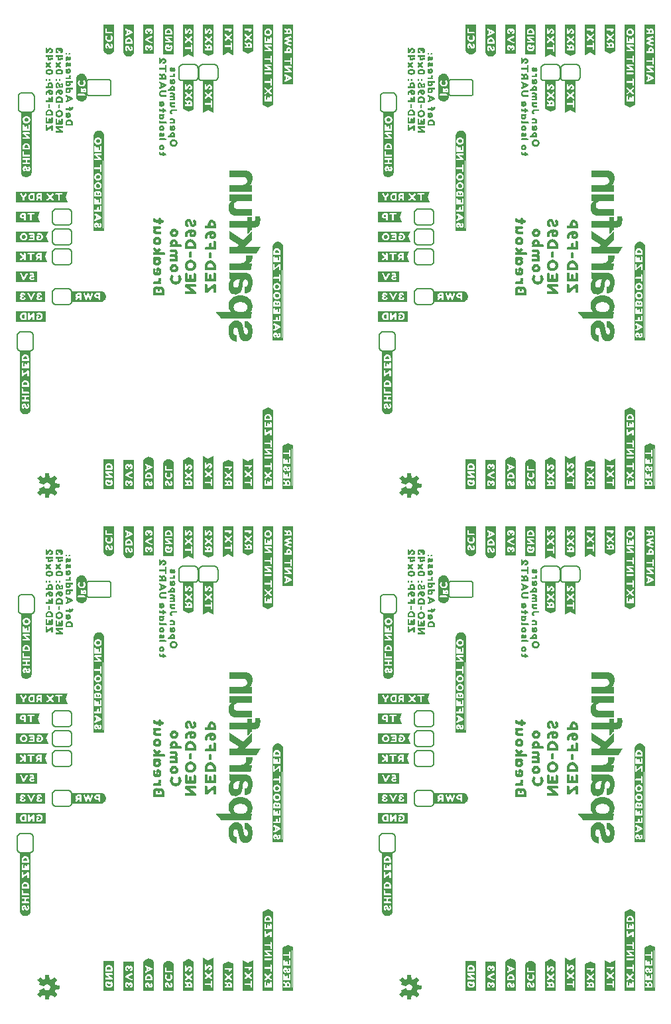
<source format=gbo>
G04 EAGLE Gerber RS-274X export*
G75*
%MOMM*%
%FSLAX34Y34*%
%LPD*%
%INSilkscreen Bottom*%
%IPPOS*%
%AMOC8*
5,1,8,0,0,1.08239X$1,22.5*%
G01*
%ADD10C,0.152400*%
%ADD11C,0.203200*%

G36*
X596127Y350537D02*
X596127Y350537D01*
X596122Y350544D01*
X596129Y350550D01*
X596129Y353850D01*
X596108Y353878D01*
X596107Y353891D01*
X596081Y353908D01*
X596089Y353911D01*
X596113Y353914D01*
X596113Y353921D01*
X596122Y353924D01*
X596116Y353940D01*
X596129Y353950D01*
X596129Y471750D01*
X596126Y471754D01*
X596129Y471757D01*
X596029Y472457D01*
X596028Y472458D01*
X596029Y472458D01*
X595929Y473058D01*
X595925Y473061D01*
X595927Y473064D01*
X595727Y473764D01*
X595726Y473765D01*
X595727Y473766D01*
X595527Y474366D01*
X595522Y474369D01*
X595524Y474372D01*
X595224Y474972D01*
X595220Y474974D01*
X595221Y474977D01*
X594821Y475577D01*
X594818Y475578D01*
X594818Y475581D01*
X594418Y476081D01*
X594414Y476082D01*
X594415Y476085D01*
X593915Y476585D01*
X593911Y476585D01*
X593911Y476588D01*
X593411Y476988D01*
X593407Y476989D01*
X593407Y476991D01*
X592809Y477390D01*
X592311Y477788D01*
X592297Y477789D01*
X592294Y477797D01*
X591595Y477997D01*
X590996Y478197D01*
X590994Y478196D01*
X590994Y478197D01*
X590294Y478397D01*
X590284Y478394D01*
X590280Y478399D01*
X588280Y478399D01*
X588272Y478393D01*
X588266Y478397D01*
X587566Y478197D01*
X587565Y478196D01*
X587564Y478197D01*
X586364Y477797D01*
X586359Y477789D01*
X586353Y477791D01*
X585755Y477393D01*
X585158Y477094D01*
X585153Y477084D01*
X585145Y477085D01*
X584145Y476085D01*
X584145Y476081D01*
X584142Y476081D01*
X583742Y475581D01*
X583741Y475577D01*
X583739Y475577D01*
X583339Y474977D01*
X583339Y474973D01*
X583336Y474972D01*
X583036Y474372D01*
X583037Y474367D01*
X583033Y474366D01*
X582633Y473166D01*
X582635Y473159D01*
X582631Y473157D01*
X582431Y471757D01*
X582434Y471752D01*
X582431Y471750D01*
X582431Y350550D01*
X582467Y350503D01*
X582474Y350508D01*
X582480Y350501D01*
X596080Y350501D01*
X596127Y350537D01*
G37*
G36*
X133847Y350537D02*
X133847Y350537D01*
X133842Y350544D01*
X133849Y350550D01*
X133849Y353850D01*
X133828Y353878D01*
X133827Y353891D01*
X133801Y353908D01*
X133809Y353911D01*
X133833Y353914D01*
X133833Y353921D01*
X133842Y353924D01*
X133836Y353940D01*
X133849Y353950D01*
X133849Y471750D01*
X133846Y471754D01*
X133849Y471757D01*
X133749Y472457D01*
X133748Y472458D01*
X133749Y472458D01*
X133649Y473058D01*
X133645Y473061D01*
X133647Y473064D01*
X133447Y473764D01*
X133446Y473765D01*
X133447Y473766D01*
X133247Y474366D01*
X133242Y474369D01*
X133244Y474372D01*
X132944Y474972D01*
X132940Y474974D01*
X132941Y474977D01*
X132541Y475577D01*
X132538Y475578D01*
X132538Y475581D01*
X132138Y476081D01*
X132134Y476082D01*
X132135Y476085D01*
X131635Y476585D01*
X131631Y476585D01*
X131631Y476588D01*
X131131Y476988D01*
X131127Y476989D01*
X131127Y476991D01*
X130529Y477390D01*
X130031Y477788D01*
X130017Y477789D01*
X130014Y477797D01*
X129315Y477997D01*
X128716Y478197D01*
X128714Y478196D01*
X128714Y478197D01*
X128014Y478397D01*
X128004Y478394D01*
X128000Y478399D01*
X126000Y478399D01*
X125992Y478393D01*
X125986Y478397D01*
X125286Y478197D01*
X125285Y478196D01*
X125284Y478197D01*
X124084Y477797D01*
X124079Y477789D01*
X124073Y477791D01*
X123475Y477393D01*
X122878Y477094D01*
X122873Y477084D01*
X122865Y477085D01*
X121865Y476085D01*
X121865Y476081D01*
X121862Y476081D01*
X121462Y475581D01*
X121461Y475577D01*
X121459Y475577D01*
X121059Y474977D01*
X121059Y474973D01*
X121056Y474972D01*
X120756Y474372D01*
X120757Y474367D01*
X120753Y474366D01*
X120353Y473166D01*
X120355Y473159D01*
X120351Y473157D01*
X120151Y471757D01*
X120154Y471752D01*
X120151Y471750D01*
X120151Y350550D01*
X120187Y350503D01*
X120194Y350508D01*
X120200Y350501D01*
X133800Y350501D01*
X133847Y350537D01*
G37*
G36*
X133847Y990617D02*
X133847Y990617D01*
X133842Y990624D01*
X133849Y990630D01*
X133849Y993930D01*
X133828Y993958D01*
X133827Y993971D01*
X133801Y993988D01*
X133809Y993991D01*
X133833Y993994D01*
X133833Y994001D01*
X133842Y994004D01*
X133836Y994020D01*
X133849Y994030D01*
X133849Y1111830D01*
X133846Y1111834D01*
X133849Y1111837D01*
X133749Y1112537D01*
X133748Y1112538D01*
X133749Y1112538D01*
X133649Y1113138D01*
X133645Y1113141D01*
X133647Y1113144D01*
X133447Y1113844D01*
X133446Y1113845D01*
X133447Y1113846D01*
X133247Y1114446D01*
X133242Y1114449D01*
X133244Y1114452D01*
X132944Y1115052D01*
X132940Y1115054D01*
X132941Y1115057D01*
X132541Y1115657D01*
X132538Y1115658D01*
X132538Y1115661D01*
X132138Y1116161D01*
X132134Y1116162D01*
X132135Y1116165D01*
X131635Y1116665D01*
X131631Y1116665D01*
X131631Y1116668D01*
X131131Y1117068D01*
X131127Y1117069D01*
X131127Y1117071D01*
X130529Y1117470D01*
X130031Y1117868D01*
X130017Y1117869D01*
X130014Y1117877D01*
X129315Y1118077D01*
X128716Y1118277D01*
X128714Y1118276D01*
X128714Y1118277D01*
X128014Y1118477D01*
X128004Y1118474D01*
X128000Y1118479D01*
X126000Y1118479D01*
X125992Y1118473D01*
X125986Y1118477D01*
X125286Y1118277D01*
X125285Y1118276D01*
X125284Y1118277D01*
X124084Y1117877D01*
X124079Y1117869D01*
X124073Y1117871D01*
X123475Y1117473D01*
X122878Y1117174D01*
X122873Y1117164D01*
X122865Y1117165D01*
X121865Y1116165D01*
X121865Y1116161D01*
X121862Y1116161D01*
X121462Y1115661D01*
X121461Y1115657D01*
X121459Y1115657D01*
X121059Y1115057D01*
X121059Y1115053D01*
X121056Y1115052D01*
X120756Y1114452D01*
X120757Y1114447D01*
X120753Y1114446D01*
X120353Y1113246D01*
X120355Y1113239D01*
X120351Y1113237D01*
X120151Y1111837D01*
X120154Y1111832D01*
X120151Y1111830D01*
X120151Y990630D01*
X120187Y990583D01*
X120194Y990588D01*
X120200Y990581D01*
X133800Y990581D01*
X133847Y990617D01*
G37*
G36*
X596127Y990617D02*
X596127Y990617D01*
X596122Y990624D01*
X596129Y990630D01*
X596129Y993930D01*
X596108Y993958D01*
X596107Y993971D01*
X596081Y993988D01*
X596089Y993991D01*
X596113Y993994D01*
X596113Y994001D01*
X596122Y994004D01*
X596116Y994020D01*
X596129Y994030D01*
X596129Y1111830D01*
X596126Y1111834D01*
X596129Y1111837D01*
X596029Y1112537D01*
X596028Y1112538D01*
X596029Y1112538D01*
X595929Y1113138D01*
X595925Y1113141D01*
X595927Y1113144D01*
X595727Y1113844D01*
X595726Y1113845D01*
X595727Y1113846D01*
X595527Y1114446D01*
X595522Y1114449D01*
X595524Y1114452D01*
X595224Y1115052D01*
X595220Y1115054D01*
X595221Y1115057D01*
X594821Y1115657D01*
X594818Y1115658D01*
X594818Y1115661D01*
X594418Y1116161D01*
X594414Y1116162D01*
X594415Y1116165D01*
X593915Y1116665D01*
X593911Y1116665D01*
X593911Y1116668D01*
X593411Y1117068D01*
X593407Y1117069D01*
X593407Y1117071D01*
X592809Y1117470D01*
X592311Y1117868D01*
X592297Y1117869D01*
X592294Y1117877D01*
X591595Y1118077D01*
X590996Y1118277D01*
X590994Y1118276D01*
X590994Y1118277D01*
X590294Y1118477D01*
X590284Y1118474D01*
X590280Y1118479D01*
X588280Y1118479D01*
X588272Y1118473D01*
X588266Y1118477D01*
X587566Y1118277D01*
X587565Y1118276D01*
X587564Y1118277D01*
X586364Y1117877D01*
X586359Y1117869D01*
X586353Y1117871D01*
X585755Y1117473D01*
X585158Y1117174D01*
X585153Y1117164D01*
X585145Y1117165D01*
X584145Y1116165D01*
X584145Y1116161D01*
X584142Y1116161D01*
X583742Y1115661D01*
X583741Y1115657D01*
X583739Y1115657D01*
X583339Y1115057D01*
X583339Y1115053D01*
X583336Y1115052D01*
X583036Y1114452D01*
X583037Y1114447D01*
X583033Y1114446D01*
X582633Y1113246D01*
X582635Y1113239D01*
X582631Y1113237D01*
X582431Y1111837D01*
X582434Y1111832D01*
X582431Y1111830D01*
X582431Y990630D01*
X582467Y990583D01*
X582474Y990588D01*
X582480Y990581D01*
X596080Y990581D01*
X596127Y990617D01*
G37*
G36*
X361809Y850418D02*
X361809Y850418D01*
X361816Y850413D01*
X362416Y850613D01*
X362434Y850641D01*
X362438Y850644D01*
X362437Y850645D01*
X362446Y850657D01*
X362449Y850660D01*
X362449Y970360D01*
X362446Y970364D01*
X362449Y970367D01*
X362349Y971067D01*
X362345Y971071D01*
X362347Y971074D01*
X362147Y971774D01*
X362146Y971775D01*
X362147Y971776D01*
X361947Y972376D01*
X361942Y972379D01*
X361944Y972382D01*
X361344Y973582D01*
X361337Y973585D01*
X361338Y973591D01*
X360938Y974091D01*
X360934Y974092D01*
X360935Y974095D01*
X359935Y975095D01*
X359931Y975095D01*
X359931Y975098D01*
X359431Y975498D01*
X359427Y975499D01*
X359427Y975501D01*
X358827Y975901D01*
X358818Y975900D01*
X358816Y975907D01*
X358218Y976106D01*
X357519Y976405D01*
X357511Y976403D01*
X357508Y976409D01*
X356908Y976509D01*
X356907Y976508D01*
X356907Y976509D01*
X355507Y976709D01*
X355497Y976703D01*
X355492Y976709D01*
X354892Y976609D01*
X354193Y976509D01*
X354189Y976505D01*
X354186Y976507D01*
X353486Y976307D01*
X353485Y976306D01*
X353484Y976307D01*
X352884Y976107D01*
X352881Y976102D01*
X352878Y976104D01*
X352278Y975804D01*
X352276Y975800D01*
X352273Y975801D01*
X351673Y975401D01*
X351672Y975398D01*
X351669Y975398D01*
X351169Y974998D01*
X351168Y974994D01*
X351165Y974995D01*
X350665Y974495D01*
X350665Y974491D01*
X350662Y974491D01*
X349862Y973491D01*
X349861Y973487D01*
X349859Y973487D01*
X349459Y972887D01*
X349460Y972878D01*
X349453Y972876D01*
X349253Y972276D01*
X349254Y972274D01*
X349253Y972274D01*
X349251Y972269D01*
X349209Y972121D01*
X349167Y971973D01*
X349153Y971924D01*
X349111Y971776D01*
X349068Y971628D01*
X349054Y971579D01*
X349053Y971575D01*
X348853Y970976D01*
X348855Y970969D01*
X348851Y970967D01*
X348751Y970267D01*
X348754Y970262D01*
X348751Y970260D01*
X348751Y851060D01*
X348758Y851051D01*
X348753Y851044D01*
X348953Y850444D01*
X348997Y850414D01*
X349000Y850411D01*
X361800Y850411D01*
X361809Y850418D01*
G37*
G36*
X824089Y850418D02*
X824089Y850418D01*
X824096Y850413D01*
X824696Y850613D01*
X824714Y850641D01*
X824718Y850644D01*
X824717Y850645D01*
X824726Y850657D01*
X824729Y850660D01*
X824729Y970360D01*
X824726Y970364D01*
X824729Y970367D01*
X824629Y971067D01*
X824625Y971071D01*
X824627Y971074D01*
X824427Y971774D01*
X824426Y971775D01*
X824427Y971776D01*
X824227Y972376D01*
X824222Y972379D01*
X824224Y972382D01*
X823624Y973582D01*
X823617Y973585D01*
X823618Y973591D01*
X823218Y974091D01*
X823214Y974092D01*
X823215Y974095D01*
X822215Y975095D01*
X822211Y975095D01*
X822211Y975098D01*
X821711Y975498D01*
X821707Y975499D01*
X821707Y975501D01*
X821107Y975901D01*
X821098Y975900D01*
X821096Y975907D01*
X820498Y976106D01*
X819799Y976405D01*
X819791Y976403D01*
X819788Y976409D01*
X819188Y976509D01*
X819187Y976508D01*
X819187Y976509D01*
X817787Y976709D01*
X817777Y976703D01*
X817772Y976709D01*
X817172Y976609D01*
X816473Y976509D01*
X816469Y976505D01*
X816466Y976507D01*
X815766Y976307D01*
X815765Y976306D01*
X815764Y976307D01*
X815164Y976107D01*
X815161Y976102D01*
X815158Y976104D01*
X814558Y975804D01*
X814556Y975800D01*
X814553Y975801D01*
X813953Y975401D01*
X813952Y975398D01*
X813949Y975398D01*
X813449Y974998D01*
X813448Y974994D01*
X813445Y974995D01*
X812945Y974495D01*
X812945Y974491D01*
X812942Y974491D01*
X812142Y973491D01*
X812141Y973487D01*
X812139Y973487D01*
X811739Y972887D01*
X811740Y972878D01*
X811733Y972876D01*
X811533Y972276D01*
X811534Y972274D01*
X811533Y972274D01*
X811531Y972269D01*
X811489Y972121D01*
X811447Y971973D01*
X811433Y971924D01*
X811391Y971776D01*
X811348Y971628D01*
X811334Y971579D01*
X811333Y971575D01*
X811133Y970976D01*
X811135Y970969D01*
X811131Y970967D01*
X811031Y970267D01*
X811034Y970262D01*
X811031Y970260D01*
X811031Y851060D01*
X811038Y851051D01*
X811033Y851044D01*
X811233Y850444D01*
X811277Y850414D01*
X811280Y850411D01*
X824080Y850411D01*
X824089Y850418D01*
G37*
G36*
X361809Y210338D02*
X361809Y210338D01*
X361816Y210333D01*
X362416Y210533D01*
X362434Y210561D01*
X362438Y210564D01*
X362437Y210565D01*
X362446Y210577D01*
X362449Y210580D01*
X362449Y330280D01*
X362446Y330284D01*
X362449Y330287D01*
X362349Y330987D01*
X362345Y330991D01*
X362347Y330994D01*
X362147Y331694D01*
X362146Y331695D01*
X362147Y331696D01*
X361947Y332296D01*
X361942Y332299D01*
X361944Y332302D01*
X361344Y333502D01*
X361337Y333505D01*
X361338Y333511D01*
X360938Y334011D01*
X360934Y334012D01*
X360935Y334015D01*
X359935Y335015D01*
X359931Y335015D01*
X359931Y335018D01*
X359431Y335418D01*
X359427Y335419D01*
X359427Y335421D01*
X358827Y335821D01*
X358818Y335820D01*
X358816Y335827D01*
X358218Y336026D01*
X357519Y336325D01*
X357511Y336323D01*
X357508Y336329D01*
X356908Y336429D01*
X356907Y336428D01*
X356907Y336429D01*
X355507Y336629D01*
X355497Y336623D01*
X355492Y336629D01*
X354892Y336529D01*
X354193Y336429D01*
X354189Y336425D01*
X354186Y336427D01*
X353486Y336227D01*
X353485Y336226D01*
X353484Y336227D01*
X352884Y336027D01*
X352881Y336022D01*
X352878Y336024D01*
X352278Y335724D01*
X352276Y335720D01*
X352273Y335721D01*
X351673Y335321D01*
X351672Y335318D01*
X351669Y335318D01*
X351169Y334918D01*
X351168Y334914D01*
X351165Y334915D01*
X350665Y334415D01*
X350665Y334411D01*
X350662Y334411D01*
X349862Y333411D01*
X349861Y333407D01*
X349859Y333407D01*
X349459Y332807D01*
X349460Y332798D01*
X349453Y332796D01*
X349253Y332196D01*
X349254Y332194D01*
X349253Y332194D01*
X349251Y332189D01*
X349209Y332041D01*
X349167Y331893D01*
X349153Y331844D01*
X349111Y331696D01*
X349068Y331548D01*
X349054Y331499D01*
X349053Y331495D01*
X348853Y330896D01*
X348855Y330889D01*
X348851Y330887D01*
X348751Y330187D01*
X348754Y330182D01*
X348751Y330180D01*
X348751Y210980D01*
X348758Y210971D01*
X348753Y210964D01*
X348953Y210364D01*
X348997Y210334D01*
X349000Y210331D01*
X361800Y210331D01*
X361809Y210338D01*
G37*
G36*
X824089Y210338D02*
X824089Y210338D01*
X824096Y210333D01*
X824696Y210533D01*
X824714Y210561D01*
X824718Y210564D01*
X824717Y210565D01*
X824726Y210577D01*
X824729Y210580D01*
X824729Y330280D01*
X824726Y330284D01*
X824729Y330287D01*
X824629Y330987D01*
X824625Y330991D01*
X824627Y330994D01*
X824427Y331694D01*
X824426Y331695D01*
X824427Y331696D01*
X824227Y332296D01*
X824222Y332299D01*
X824224Y332302D01*
X823624Y333502D01*
X823617Y333505D01*
X823618Y333511D01*
X823218Y334011D01*
X823214Y334012D01*
X823215Y334015D01*
X822215Y335015D01*
X822211Y335015D01*
X822211Y335018D01*
X821711Y335418D01*
X821707Y335419D01*
X821707Y335421D01*
X821107Y335821D01*
X821098Y335820D01*
X821096Y335827D01*
X820498Y336026D01*
X819799Y336325D01*
X819791Y336323D01*
X819788Y336329D01*
X819188Y336429D01*
X819187Y336428D01*
X819187Y336429D01*
X817787Y336629D01*
X817777Y336623D01*
X817772Y336629D01*
X817172Y336529D01*
X816473Y336429D01*
X816469Y336425D01*
X816466Y336427D01*
X815766Y336227D01*
X815765Y336226D01*
X815764Y336227D01*
X815164Y336027D01*
X815161Y336022D01*
X815158Y336024D01*
X814558Y335724D01*
X814556Y335720D01*
X814553Y335721D01*
X813953Y335321D01*
X813952Y335318D01*
X813949Y335318D01*
X813449Y334918D01*
X813448Y334914D01*
X813445Y334915D01*
X812945Y334415D01*
X812945Y334411D01*
X812942Y334411D01*
X812142Y333411D01*
X812141Y333407D01*
X812139Y333407D01*
X811739Y332807D01*
X811740Y332798D01*
X811733Y332796D01*
X811533Y332196D01*
X811534Y332194D01*
X811533Y332194D01*
X811531Y332189D01*
X811489Y332041D01*
X811447Y331893D01*
X811433Y331844D01*
X811391Y331696D01*
X811348Y331548D01*
X811334Y331499D01*
X811333Y331495D01*
X811133Y330896D01*
X811135Y330889D01*
X811131Y330887D01*
X811031Y330187D01*
X811034Y330182D01*
X811031Y330180D01*
X811031Y210980D01*
X811038Y210971D01*
X811033Y210964D01*
X811233Y210364D01*
X811277Y210334D01*
X811280Y210331D01*
X824080Y210331D01*
X824089Y210338D01*
G37*
G36*
X343010Y1148062D02*
X343010Y1148062D01*
X343022Y1148056D01*
X349722Y1151356D01*
X349731Y1151374D01*
X349747Y1151386D01*
X349741Y1151394D01*
X349749Y1151400D01*
X349749Y1253700D01*
X349720Y1253738D01*
X349718Y1253746D01*
X349218Y1253946D01*
X349205Y1253942D01*
X349200Y1253949D01*
X336300Y1253949D01*
X336267Y1253924D01*
X336256Y1253922D01*
X336056Y1253522D01*
X336058Y1253512D01*
X336053Y1253508D01*
X336056Y1253504D01*
X336051Y1253500D01*
X336051Y1151900D01*
X336058Y1151891D01*
X336053Y1151884D01*
X336253Y1151284D01*
X336276Y1151269D01*
X336278Y1151256D01*
X342378Y1148256D01*
X342383Y1148257D01*
X342384Y1148253D01*
X342984Y1148053D01*
X343010Y1148062D01*
G37*
G36*
X805290Y1148062D02*
X805290Y1148062D01*
X805302Y1148056D01*
X812002Y1151356D01*
X812011Y1151374D01*
X812027Y1151386D01*
X812021Y1151394D01*
X812029Y1151400D01*
X812029Y1253700D01*
X812000Y1253738D01*
X811998Y1253746D01*
X811498Y1253946D01*
X811485Y1253942D01*
X811480Y1253949D01*
X798580Y1253949D01*
X798547Y1253924D01*
X798536Y1253922D01*
X798336Y1253522D01*
X798338Y1253512D01*
X798333Y1253508D01*
X798336Y1253504D01*
X798331Y1253500D01*
X798331Y1151900D01*
X798338Y1151891D01*
X798333Y1151884D01*
X798533Y1151284D01*
X798556Y1151269D01*
X798558Y1151256D01*
X804658Y1148256D01*
X804663Y1148257D01*
X804664Y1148253D01*
X805264Y1148053D01*
X805290Y1148062D01*
G37*
G36*
X343010Y507982D02*
X343010Y507982D01*
X343022Y507976D01*
X349722Y511276D01*
X349731Y511294D01*
X349747Y511306D01*
X349741Y511314D01*
X349749Y511320D01*
X349749Y613620D01*
X349720Y613658D01*
X349718Y613666D01*
X349218Y613866D01*
X349205Y613862D01*
X349200Y613869D01*
X336300Y613869D01*
X336267Y613844D01*
X336256Y613842D01*
X336056Y613442D01*
X336058Y613432D01*
X336053Y613428D01*
X336056Y613424D01*
X336051Y613420D01*
X336051Y511820D01*
X336058Y511811D01*
X336053Y511804D01*
X336253Y511204D01*
X336276Y511189D01*
X336278Y511176D01*
X342378Y508176D01*
X342383Y508177D01*
X342384Y508173D01*
X342984Y507973D01*
X343010Y507982D01*
G37*
G36*
X805290Y507982D02*
X805290Y507982D01*
X805302Y507976D01*
X812002Y511276D01*
X812011Y511294D01*
X812027Y511306D01*
X812021Y511314D01*
X812029Y511320D01*
X812029Y613620D01*
X812000Y613658D01*
X811998Y613666D01*
X811498Y613866D01*
X811485Y613862D01*
X811480Y613869D01*
X798580Y613869D01*
X798547Y613844D01*
X798536Y613842D01*
X798336Y613442D01*
X798338Y613432D01*
X798333Y613428D01*
X798336Y613424D01*
X798331Y613420D01*
X798331Y511820D01*
X798338Y511811D01*
X798333Y511804D01*
X798533Y511204D01*
X798556Y511189D01*
X798558Y511176D01*
X804658Y508176D01*
X804663Y508177D01*
X804664Y508173D01*
X805264Y507973D01*
X805290Y507982D01*
G37*
G36*
X349206Y661215D02*
X349206Y661215D01*
X349210Y661212D01*
X349710Y661312D01*
X349738Y661344D01*
X349740Y661345D01*
X349740Y661346D01*
X349749Y661356D01*
X349747Y661358D01*
X349749Y661360D01*
X349749Y761460D01*
X349742Y761469D01*
X349747Y761476D01*
X349547Y762076D01*
X349524Y762091D01*
X349522Y762104D01*
X343422Y765104D01*
X342822Y765404D01*
X342790Y765398D01*
X342777Y765404D01*
X336177Y762004D01*
X336163Y761974D01*
X336151Y761968D01*
X336051Y761368D01*
X336054Y761363D01*
X336051Y761360D01*
X336051Y661760D01*
X336059Y661749D01*
X336054Y661742D01*
X336254Y661242D01*
X336295Y661217D01*
X336300Y661211D01*
X349200Y661211D01*
X349206Y661215D01*
G37*
G36*
X811486Y21135D02*
X811486Y21135D01*
X811490Y21132D01*
X811990Y21232D01*
X812018Y21264D01*
X812020Y21265D01*
X812020Y21266D01*
X812029Y21276D01*
X812027Y21278D01*
X812029Y21280D01*
X812029Y121380D01*
X812022Y121389D01*
X812027Y121396D01*
X811827Y121996D01*
X811804Y122011D01*
X811802Y122024D01*
X805702Y125024D01*
X805102Y125324D01*
X805070Y125318D01*
X805057Y125324D01*
X798457Y121924D01*
X798443Y121894D01*
X798431Y121888D01*
X798331Y121288D01*
X798334Y121283D01*
X798331Y121280D01*
X798331Y21680D01*
X798339Y21669D01*
X798334Y21662D01*
X798534Y21162D01*
X798575Y21137D01*
X798580Y21131D01*
X811480Y21131D01*
X811486Y21135D01*
G37*
G36*
X349206Y21135D02*
X349206Y21135D01*
X349210Y21132D01*
X349710Y21232D01*
X349738Y21264D01*
X349740Y21265D01*
X349740Y21266D01*
X349749Y21276D01*
X349747Y21278D01*
X349749Y21280D01*
X349749Y121380D01*
X349742Y121389D01*
X349747Y121396D01*
X349547Y121996D01*
X349524Y122011D01*
X349522Y122024D01*
X343422Y125024D01*
X342822Y125324D01*
X342790Y125318D01*
X342777Y125324D01*
X336177Y121924D01*
X336163Y121894D01*
X336151Y121888D01*
X336051Y121288D01*
X336054Y121283D01*
X336051Y121280D01*
X336051Y21680D01*
X336059Y21669D01*
X336054Y21662D01*
X336254Y21162D01*
X336295Y21137D01*
X336300Y21131D01*
X349200Y21131D01*
X349206Y21135D01*
G37*
G36*
X811486Y661215D02*
X811486Y661215D01*
X811490Y661212D01*
X811990Y661312D01*
X812018Y661344D01*
X812020Y661345D01*
X812020Y661346D01*
X812029Y661356D01*
X812027Y661358D01*
X812029Y661360D01*
X812029Y761460D01*
X812022Y761469D01*
X812027Y761476D01*
X811827Y762076D01*
X811804Y762091D01*
X811802Y762104D01*
X805702Y765104D01*
X805102Y765404D01*
X805070Y765398D01*
X805057Y765404D01*
X798457Y762004D01*
X798443Y761974D01*
X798431Y761968D01*
X798331Y761368D01*
X798334Y761363D01*
X798331Y761360D01*
X798331Y661760D01*
X798339Y661749D01*
X798334Y661742D01*
X798534Y661242D01*
X798575Y661217D01*
X798580Y661211D01*
X811480Y661211D01*
X811486Y661215D01*
G37*
G36*
X496774Y1059114D02*
X496774Y1059114D01*
X496777Y1059111D01*
X497477Y1059211D01*
X497478Y1059212D01*
X497478Y1059211D01*
X498078Y1059311D01*
X498081Y1059315D01*
X498084Y1059313D01*
X498784Y1059513D01*
X498785Y1059514D01*
X498786Y1059513D01*
X499386Y1059713D01*
X499389Y1059718D01*
X499392Y1059716D01*
X499992Y1060016D01*
X499994Y1060020D01*
X499997Y1060019D01*
X500597Y1060419D01*
X500598Y1060422D01*
X500601Y1060422D01*
X501101Y1060822D01*
X501102Y1060826D01*
X501105Y1060825D01*
X501605Y1061325D01*
X501605Y1061329D01*
X501608Y1061329D01*
X502008Y1061829D01*
X502009Y1061833D01*
X502011Y1061833D01*
X502411Y1062433D01*
X502411Y1062437D01*
X502414Y1062438D01*
X503014Y1063638D01*
X503013Y1063645D01*
X503017Y1063646D01*
X503026Y1063678D01*
X503068Y1063825D01*
X503069Y1063825D01*
X503068Y1063825D01*
X503111Y1063973D01*
X503125Y1064022D01*
X503167Y1064170D01*
X503209Y1064318D01*
X503217Y1064346D01*
X503216Y1064350D01*
X503219Y1064352D01*
X503319Y1064952D01*
X503318Y1064953D01*
X503319Y1064953D01*
X503419Y1065653D01*
X503416Y1065658D01*
X503419Y1065660D01*
X503419Y1141860D01*
X503400Y1141886D01*
X503400Y1141899D01*
X503000Y1142199D01*
X502978Y1142199D01*
X502970Y1142209D01*
X490170Y1142209D01*
X490152Y1142196D01*
X490140Y1142199D01*
X489740Y1141899D01*
X489732Y1141872D01*
X489723Y1141864D01*
X489724Y1141862D01*
X489721Y1141860D01*
X489721Y1065960D01*
X489724Y1065956D01*
X489721Y1065953D01*
X489921Y1064553D01*
X489922Y1064552D01*
X489921Y1064552D01*
X490021Y1063952D01*
X490029Y1063945D01*
X490026Y1063938D01*
X490325Y1063339D01*
X490625Y1062641D01*
X490629Y1062638D01*
X490628Y1062635D01*
X490928Y1062135D01*
X490929Y1062134D01*
X490929Y1062133D01*
X491329Y1061533D01*
X491336Y1061530D01*
X491335Y1061525D01*
X491835Y1061025D01*
X491839Y1061025D01*
X491839Y1061022D01*
X492839Y1060222D01*
X492847Y1060221D01*
X492848Y1060216D01*
X494048Y1059616D01*
X494055Y1059617D01*
X494056Y1059613D01*
X494755Y1059413D01*
X495354Y1059213D01*
X495361Y1059215D01*
X495363Y1059211D01*
X496063Y1059111D01*
X496068Y1059114D01*
X496070Y1059111D01*
X496770Y1059111D01*
X496774Y1059114D01*
G37*
G36*
X34494Y1059114D02*
X34494Y1059114D01*
X34497Y1059111D01*
X35197Y1059211D01*
X35198Y1059212D01*
X35198Y1059211D01*
X35798Y1059311D01*
X35801Y1059315D01*
X35804Y1059313D01*
X36504Y1059513D01*
X36505Y1059514D01*
X36506Y1059513D01*
X37106Y1059713D01*
X37109Y1059718D01*
X37112Y1059716D01*
X37712Y1060016D01*
X37714Y1060020D01*
X37717Y1060019D01*
X38317Y1060419D01*
X38318Y1060422D01*
X38321Y1060422D01*
X38821Y1060822D01*
X38822Y1060826D01*
X38825Y1060825D01*
X39325Y1061325D01*
X39325Y1061329D01*
X39328Y1061329D01*
X39728Y1061829D01*
X39729Y1061833D01*
X39731Y1061833D01*
X40131Y1062433D01*
X40131Y1062437D01*
X40134Y1062438D01*
X40734Y1063638D01*
X40733Y1063645D01*
X40737Y1063646D01*
X40746Y1063678D01*
X40788Y1063825D01*
X40789Y1063825D01*
X40788Y1063825D01*
X40831Y1063973D01*
X40845Y1064022D01*
X40887Y1064170D01*
X40929Y1064318D01*
X40937Y1064346D01*
X40936Y1064350D01*
X40939Y1064352D01*
X41039Y1064952D01*
X41038Y1064953D01*
X41039Y1064953D01*
X41139Y1065653D01*
X41136Y1065658D01*
X41139Y1065660D01*
X41139Y1141860D01*
X41120Y1141886D01*
X41120Y1141899D01*
X40720Y1142199D01*
X40698Y1142199D01*
X40690Y1142209D01*
X27890Y1142209D01*
X27872Y1142196D01*
X27860Y1142199D01*
X27460Y1141899D01*
X27452Y1141872D01*
X27443Y1141864D01*
X27444Y1141862D01*
X27441Y1141860D01*
X27441Y1065960D01*
X27444Y1065956D01*
X27441Y1065953D01*
X27641Y1064553D01*
X27642Y1064552D01*
X27641Y1064552D01*
X27741Y1063952D01*
X27749Y1063945D01*
X27746Y1063938D01*
X28045Y1063339D01*
X28345Y1062641D01*
X28349Y1062638D01*
X28348Y1062635D01*
X28648Y1062135D01*
X28649Y1062134D01*
X28649Y1062133D01*
X29049Y1061533D01*
X29056Y1061530D01*
X29055Y1061525D01*
X29555Y1061025D01*
X29559Y1061025D01*
X29559Y1061022D01*
X30559Y1060222D01*
X30567Y1060221D01*
X30568Y1060216D01*
X31768Y1059616D01*
X31775Y1059617D01*
X31776Y1059613D01*
X32475Y1059413D01*
X33074Y1059213D01*
X33081Y1059215D01*
X33083Y1059211D01*
X33783Y1059111D01*
X33788Y1059114D01*
X33790Y1059111D01*
X34490Y1059111D01*
X34494Y1059114D01*
G37*
G36*
X496774Y419034D02*
X496774Y419034D01*
X496777Y419031D01*
X497477Y419131D01*
X497478Y419132D01*
X497478Y419131D01*
X498078Y419231D01*
X498081Y419235D01*
X498084Y419233D01*
X498784Y419433D01*
X498785Y419434D01*
X498786Y419433D01*
X499386Y419633D01*
X499389Y419638D01*
X499392Y419636D01*
X499992Y419936D01*
X499994Y419940D01*
X499997Y419939D01*
X500597Y420339D01*
X500598Y420342D01*
X500601Y420342D01*
X501101Y420742D01*
X501102Y420746D01*
X501105Y420745D01*
X501605Y421245D01*
X501605Y421249D01*
X501608Y421249D01*
X502008Y421749D01*
X502009Y421753D01*
X502011Y421753D01*
X502411Y422353D01*
X502411Y422357D01*
X502414Y422358D01*
X503014Y423558D01*
X503013Y423565D01*
X503017Y423566D01*
X503026Y423598D01*
X503040Y423647D01*
X503083Y423795D01*
X503125Y423942D01*
X503139Y423992D01*
X503181Y424139D01*
X503217Y424266D01*
X503216Y424270D01*
X503219Y424272D01*
X503319Y424872D01*
X503318Y424873D01*
X503319Y424873D01*
X503419Y425573D01*
X503416Y425578D01*
X503419Y425580D01*
X503419Y501780D01*
X503400Y501806D01*
X503400Y501819D01*
X503000Y502119D01*
X502978Y502119D01*
X502970Y502129D01*
X490170Y502129D01*
X490152Y502116D01*
X490140Y502119D01*
X489740Y501819D01*
X489732Y501792D01*
X489723Y501784D01*
X489724Y501782D01*
X489721Y501780D01*
X489721Y425880D01*
X489724Y425876D01*
X489721Y425873D01*
X489921Y424473D01*
X489922Y424472D01*
X489921Y424472D01*
X490021Y423872D01*
X490029Y423865D01*
X490026Y423858D01*
X490325Y423259D01*
X490625Y422561D01*
X490629Y422558D01*
X490628Y422555D01*
X490928Y422055D01*
X490929Y422054D01*
X490929Y422053D01*
X491329Y421453D01*
X491336Y421450D01*
X491335Y421445D01*
X491835Y420945D01*
X491839Y420945D01*
X491839Y420942D01*
X492839Y420142D01*
X492847Y420141D01*
X492848Y420136D01*
X494048Y419536D01*
X494055Y419537D01*
X494056Y419533D01*
X494755Y419333D01*
X495354Y419133D01*
X495361Y419135D01*
X495363Y419131D01*
X496063Y419031D01*
X496068Y419034D01*
X496070Y419031D01*
X496770Y419031D01*
X496774Y419034D01*
G37*
G36*
X34494Y419034D02*
X34494Y419034D01*
X34497Y419031D01*
X35197Y419131D01*
X35198Y419132D01*
X35198Y419131D01*
X35798Y419231D01*
X35801Y419235D01*
X35804Y419233D01*
X36504Y419433D01*
X36505Y419434D01*
X36506Y419433D01*
X37106Y419633D01*
X37109Y419638D01*
X37112Y419636D01*
X37712Y419936D01*
X37714Y419940D01*
X37717Y419939D01*
X38317Y420339D01*
X38318Y420342D01*
X38321Y420342D01*
X38821Y420742D01*
X38822Y420746D01*
X38825Y420745D01*
X39325Y421245D01*
X39325Y421249D01*
X39328Y421249D01*
X39728Y421749D01*
X39729Y421753D01*
X39731Y421753D01*
X40131Y422353D01*
X40131Y422357D01*
X40134Y422358D01*
X40734Y423558D01*
X40733Y423565D01*
X40737Y423566D01*
X40746Y423598D01*
X40760Y423647D01*
X40803Y423795D01*
X40845Y423942D01*
X40859Y423992D01*
X40901Y424139D01*
X40937Y424266D01*
X40936Y424270D01*
X40939Y424272D01*
X41039Y424872D01*
X41038Y424873D01*
X41039Y424873D01*
X41139Y425573D01*
X41136Y425578D01*
X41139Y425580D01*
X41139Y501780D01*
X41120Y501806D01*
X41120Y501819D01*
X40720Y502119D01*
X40698Y502119D01*
X40690Y502129D01*
X27890Y502129D01*
X27872Y502116D01*
X27860Y502119D01*
X27460Y501819D01*
X27452Y501792D01*
X27443Y501784D01*
X27444Y501782D01*
X27441Y501780D01*
X27441Y425880D01*
X27444Y425876D01*
X27441Y425873D01*
X27641Y424473D01*
X27642Y424472D01*
X27641Y424472D01*
X27741Y423872D01*
X27749Y423865D01*
X27746Y423858D01*
X28045Y423259D01*
X28345Y422561D01*
X28349Y422558D01*
X28348Y422555D01*
X28648Y422055D01*
X28649Y422054D01*
X28649Y422053D01*
X29049Y421453D01*
X29056Y421450D01*
X29055Y421445D01*
X29555Y420945D01*
X29559Y420945D01*
X29559Y420942D01*
X30559Y420142D01*
X30567Y420141D01*
X30568Y420136D01*
X31768Y419536D01*
X31775Y419537D01*
X31776Y419533D01*
X32475Y419333D01*
X33074Y419133D01*
X33081Y419135D01*
X33083Y419131D01*
X33783Y419031D01*
X33788Y419034D01*
X33790Y419031D01*
X34490Y419031D01*
X34494Y419034D01*
G37*
G36*
X33425Y756484D02*
X33425Y756484D01*
X33428Y756481D01*
X34028Y756581D01*
X34727Y756681D01*
X34732Y756686D01*
X34736Y756683D01*
X35336Y756883D01*
X35337Y756886D01*
X35339Y756885D01*
X36039Y757185D01*
X36041Y757187D01*
X36042Y757186D01*
X36642Y757486D01*
X36645Y757493D01*
X36651Y757492D01*
X37651Y758292D01*
X37652Y758296D01*
X37655Y758295D01*
X38155Y758795D01*
X38155Y758799D01*
X38158Y758799D01*
X38558Y759299D01*
X38559Y759303D01*
X38561Y759303D01*
X38961Y759903D01*
X38961Y759907D01*
X38964Y759908D01*
X39264Y760508D01*
X39263Y760515D01*
X39267Y760516D01*
X39292Y760604D01*
X39293Y760604D01*
X39292Y760604D01*
X39335Y760752D01*
X39349Y760801D01*
X39391Y760949D01*
X39433Y761097D01*
X39447Y761146D01*
X39467Y761215D01*
X39667Y761814D01*
X39665Y761821D01*
X39669Y761823D01*
X39869Y763223D01*
X39866Y763228D01*
X39869Y763230D01*
X39869Y837130D01*
X39866Y837135D01*
X39869Y837138D01*
X39769Y837738D01*
X39725Y837779D01*
X39723Y837776D01*
X39720Y837779D01*
X26820Y837779D01*
X26815Y837776D01*
X26812Y837779D01*
X26212Y837679D01*
X26171Y837635D01*
X26174Y837633D01*
X26171Y837630D01*
X26171Y763130D01*
X26174Y763126D01*
X26171Y763123D01*
X26271Y762423D01*
X26272Y762422D01*
X26271Y762422D01*
X26371Y761822D01*
X26375Y761819D01*
X26373Y761816D01*
X26573Y761116D01*
X26574Y761115D01*
X26573Y761114D01*
X26773Y760514D01*
X26778Y760511D01*
X26776Y760508D01*
X27076Y759908D01*
X27080Y759906D01*
X27079Y759903D01*
X27479Y759303D01*
X27482Y759302D01*
X27482Y759299D01*
X27882Y758799D01*
X27886Y758798D01*
X27885Y758795D01*
X28385Y758295D01*
X28389Y758295D01*
X28389Y758292D01*
X28889Y757892D01*
X28893Y757891D01*
X28893Y757889D01*
X29493Y757489D01*
X29497Y757489D01*
X29498Y757486D01*
X30698Y756886D01*
X30703Y756887D01*
X30704Y756883D01*
X31304Y756683D01*
X31311Y756685D01*
X31313Y756681D01*
X32713Y756481D01*
X32718Y756484D01*
X32720Y756481D01*
X33420Y756481D01*
X33425Y756484D01*
G37*
G36*
X495705Y756484D02*
X495705Y756484D01*
X495708Y756481D01*
X496308Y756581D01*
X497007Y756681D01*
X497012Y756686D01*
X497016Y756683D01*
X497616Y756883D01*
X497617Y756886D01*
X497619Y756885D01*
X498319Y757185D01*
X498321Y757187D01*
X498322Y757186D01*
X498922Y757486D01*
X498925Y757493D01*
X498931Y757492D01*
X499931Y758292D01*
X499932Y758296D01*
X499935Y758295D01*
X500435Y758795D01*
X500435Y758799D01*
X500438Y758799D01*
X500838Y759299D01*
X500839Y759303D01*
X500841Y759303D01*
X501241Y759903D01*
X501241Y759907D01*
X501244Y759908D01*
X501544Y760508D01*
X501543Y760515D01*
X501547Y760516D01*
X501572Y760604D01*
X501573Y760604D01*
X501572Y760604D01*
X501615Y760752D01*
X501629Y760801D01*
X501671Y760949D01*
X501713Y761097D01*
X501727Y761146D01*
X501747Y761215D01*
X501947Y761814D01*
X501945Y761821D01*
X501949Y761823D01*
X502149Y763223D01*
X502146Y763228D01*
X502149Y763230D01*
X502149Y837130D01*
X502146Y837135D01*
X502149Y837138D01*
X502049Y837738D01*
X502005Y837779D01*
X502003Y837776D01*
X502000Y837779D01*
X489100Y837779D01*
X489095Y837776D01*
X489092Y837779D01*
X488492Y837679D01*
X488451Y837635D01*
X488454Y837633D01*
X488451Y837630D01*
X488451Y763130D01*
X488454Y763126D01*
X488451Y763123D01*
X488551Y762423D01*
X488552Y762422D01*
X488551Y762422D01*
X488651Y761822D01*
X488655Y761819D01*
X488653Y761816D01*
X488853Y761116D01*
X488854Y761115D01*
X488853Y761114D01*
X489053Y760514D01*
X489058Y760511D01*
X489056Y760508D01*
X489356Y759908D01*
X489360Y759906D01*
X489359Y759903D01*
X489759Y759303D01*
X489762Y759302D01*
X489762Y759299D01*
X490162Y758799D01*
X490166Y758798D01*
X490165Y758795D01*
X490665Y758295D01*
X490669Y758295D01*
X490669Y758292D01*
X491169Y757892D01*
X491173Y757891D01*
X491173Y757889D01*
X491773Y757489D01*
X491777Y757489D01*
X491778Y757486D01*
X492978Y756886D01*
X492983Y756887D01*
X492984Y756883D01*
X493584Y756683D01*
X493591Y756685D01*
X493593Y756681D01*
X494993Y756481D01*
X494998Y756484D01*
X495000Y756481D01*
X495700Y756481D01*
X495705Y756484D01*
G37*
G36*
X33425Y116404D02*
X33425Y116404D01*
X33428Y116401D01*
X34028Y116501D01*
X34727Y116601D01*
X34732Y116606D01*
X34736Y116603D01*
X35336Y116803D01*
X35337Y116806D01*
X35339Y116805D01*
X36039Y117105D01*
X36041Y117107D01*
X36042Y117106D01*
X36642Y117406D01*
X36645Y117413D01*
X36651Y117412D01*
X37651Y118212D01*
X37652Y118216D01*
X37655Y118215D01*
X38155Y118715D01*
X38155Y118719D01*
X38158Y118719D01*
X38558Y119219D01*
X38559Y119223D01*
X38561Y119223D01*
X38961Y119823D01*
X38961Y119827D01*
X38964Y119828D01*
X39264Y120428D01*
X39263Y120435D01*
X39267Y120436D01*
X39307Y120574D01*
X39349Y120721D01*
X39363Y120771D01*
X39405Y120918D01*
X39447Y121066D01*
X39461Y121115D01*
X39467Y121135D01*
X39667Y121734D01*
X39665Y121741D01*
X39669Y121743D01*
X39869Y123143D01*
X39866Y123148D01*
X39869Y123150D01*
X39869Y197050D01*
X39866Y197055D01*
X39869Y197058D01*
X39769Y197658D01*
X39725Y197699D01*
X39723Y197696D01*
X39720Y197699D01*
X26820Y197699D01*
X26815Y197696D01*
X26812Y197699D01*
X26212Y197599D01*
X26171Y197555D01*
X26174Y197553D01*
X26171Y197550D01*
X26171Y123050D01*
X26174Y123046D01*
X26171Y123043D01*
X26271Y122343D01*
X26272Y122342D01*
X26271Y122342D01*
X26371Y121742D01*
X26375Y121739D01*
X26373Y121736D01*
X26573Y121036D01*
X26574Y121035D01*
X26573Y121034D01*
X26773Y120434D01*
X26778Y120431D01*
X26776Y120428D01*
X27076Y119828D01*
X27080Y119826D01*
X27079Y119823D01*
X27479Y119223D01*
X27482Y119222D01*
X27482Y119219D01*
X27882Y118719D01*
X27886Y118718D01*
X27885Y118715D01*
X28385Y118215D01*
X28389Y118215D01*
X28389Y118212D01*
X28889Y117812D01*
X28893Y117811D01*
X28893Y117809D01*
X29493Y117409D01*
X29497Y117409D01*
X29498Y117406D01*
X30698Y116806D01*
X30703Y116807D01*
X30704Y116803D01*
X31304Y116603D01*
X31311Y116605D01*
X31313Y116601D01*
X32713Y116401D01*
X32718Y116404D01*
X32720Y116401D01*
X33420Y116401D01*
X33425Y116404D01*
G37*
G36*
X495705Y116404D02*
X495705Y116404D01*
X495708Y116401D01*
X496308Y116501D01*
X497007Y116601D01*
X497012Y116606D01*
X497016Y116603D01*
X497616Y116803D01*
X497617Y116806D01*
X497619Y116805D01*
X498319Y117105D01*
X498321Y117107D01*
X498322Y117106D01*
X498922Y117406D01*
X498925Y117413D01*
X498931Y117412D01*
X499931Y118212D01*
X499932Y118216D01*
X499935Y118215D01*
X500435Y118715D01*
X500435Y118719D01*
X500438Y118719D01*
X500838Y119219D01*
X500839Y119223D01*
X500841Y119223D01*
X501241Y119823D01*
X501241Y119827D01*
X501244Y119828D01*
X501544Y120428D01*
X501543Y120435D01*
X501547Y120436D01*
X501587Y120574D01*
X501629Y120721D01*
X501643Y120771D01*
X501685Y120918D01*
X501727Y121066D01*
X501741Y121115D01*
X501747Y121135D01*
X501947Y121734D01*
X501945Y121741D01*
X501949Y121743D01*
X502149Y123143D01*
X502146Y123148D01*
X502149Y123150D01*
X502149Y197050D01*
X502146Y197055D01*
X502149Y197058D01*
X502049Y197658D01*
X502005Y197699D01*
X502003Y197696D01*
X502000Y197699D01*
X489100Y197699D01*
X489095Y197696D01*
X489092Y197699D01*
X488492Y197599D01*
X488451Y197555D01*
X488454Y197553D01*
X488451Y197550D01*
X488451Y123050D01*
X488454Y123046D01*
X488451Y123043D01*
X488551Y122343D01*
X488552Y122342D01*
X488551Y122342D01*
X488651Y121742D01*
X488655Y121739D01*
X488653Y121736D01*
X488853Y121036D01*
X488854Y121035D01*
X488853Y121034D01*
X489053Y120434D01*
X489058Y120431D01*
X489056Y120428D01*
X489356Y119828D01*
X489360Y119826D01*
X489359Y119823D01*
X489759Y119223D01*
X489762Y119222D01*
X489762Y119219D01*
X490162Y118719D01*
X490166Y118718D01*
X490165Y118715D01*
X490665Y118215D01*
X490669Y118215D01*
X490669Y118212D01*
X491169Y117812D01*
X491173Y117811D01*
X491173Y117809D01*
X491773Y117409D01*
X491777Y117409D01*
X491778Y117406D01*
X492978Y116806D01*
X492983Y116807D01*
X492984Y116803D01*
X493584Y116603D01*
X493591Y116605D01*
X493593Y116601D01*
X494993Y116401D01*
X494998Y116404D01*
X495000Y116401D01*
X495700Y116401D01*
X495705Y116404D01*
G37*
G36*
X374826Y537090D02*
X374826Y537090D01*
X374839Y537090D01*
X375139Y537490D01*
X375139Y537498D01*
X375143Y537501D01*
X375139Y537505D01*
X375139Y537512D01*
X375149Y537520D01*
X375149Y613720D01*
X375113Y613767D01*
X375111Y613766D01*
X375110Y613768D01*
X374610Y613868D01*
X374603Y613865D01*
X374600Y613869D01*
X361700Y613869D01*
X361662Y613840D01*
X361654Y613838D01*
X361454Y613338D01*
X361457Y613327D01*
X361453Y613323D01*
X361453Y613322D01*
X361451Y613320D01*
X361451Y537420D01*
X361470Y537394D01*
X361470Y537381D01*
X361870Y537081D01*
X361892Y537081D01*
X361900Y537071D01*
X374800Y537071D01*
X374826Y537090D01*
G37*
G36*
X837106Y1177170D02*
X837106Y1177170D01*
X837119Y1177170D01*
X837419Y1177570D01*
X837419Y1177578D01*
X837423Y1177581D01*
X837419Y1177585D01*
X837419Y1177592D01*
X837429Y1177600D01*
X837429Y1253800D01*
X837393Y1253847D01*
X837391Y1253846D01*
X837390Y1253848D01*
X836890Y1253948D01*
X836883Y1253945D01*
X836880Y1253949D01*
X823980Y1253949D01*
X823942Y1253920D01*
X823934Y1253918D01*
X823734Y1253418D01*
X823737Y1253407D01*
X823733Y1253403D01*
X823733Y1253402D01*
X823731Y1253400D01*
X823731Y1177500D01*
X823750Y1177474D01*
X823750Y1177461D01*
X824150Y1177161D01*
X824172Y1177161D01*
X824180Y1177151D01*
X837080Y1177151D01*
X837106Y1177170D01*
G37*
G36*
X374826Y1177170D02*
X374826Y1177170D01*
X374839Y1177170D01*
X375139Y1177570D01*
X375139Y1177578D01*
X375143Y1177581D01*
X375139Y1177585D01*
X375139Y1177592D01*
X375149Y1177600D01*
X375149Y1253800D01*
X375113Y1253847D01*
X375111Y1253846D01*
X375110Y1253848D01*
X374610Y1253948D01*
X374603Y1253945D01*
X374600Y1253949D01*
X361700Y1253949D01*
X361662Y1253920D01*
X361654Y1253918D01*
X361454Y1253418D01*
X361457Y1253407D01*
X361453Y1253403D01*
X361453Y1253402D01*
X361451Y1253400D01*
X361451Y1177500D01*
X361470Y1177474D01*
X361470Y1177461D01*
X361870Y1177161D01*
X361892Y1177161D01*
X361900Y1177151D01*
X374800Y1177151D01*
X374826Y1177170D01*
G37*
G36*
X837106Y537090D02*
X837106Y537090D01*
X837119Y537090D01*
X837419Y537490D01*
X837419Y537498D01*
X837423Y537501D01*
X837419Y537505D01*
X837419Y537512D01*
X837429Y537520D01*
X837429Y613720D01*
X837393Y613767D01*
X837391Y613766D01*
X837390Y613768D01*
X836890Y613868D01*
X836883Y613865D01*
X836880Y613869D01*
X823980Y613869D01*
X823942Y613840D01*
X823934Y613838D01*
X823734Y613338D01*
X823737Y613327D01*
X823733Y613323D01*
X823733Y613322D01*
X823731Y613320D01*
X823731Y537420D01*
X823750Y537394D01*
X823750Y537381D01*
X824150Y537081D01*
X824172Y537081D01*
X824180Y537071D01*
X837080Y537071D01*
X837106Y537090D01*
G37*
G36*
X320669Y878652D02*
X320669Y878652D01*
X320679Y878650D01*
X320753Y878672D01*
X320829Y878689D01*
X320836Y878695D01*
X320845Y878698D01*
X320903Y878750D01*
X320962Y878799D01*
X320966Y878808D01*
X320973Y878815D01*
X321031Y878948D01*
X321431Y880748D01*
X321431Y880766D01*
X321438Y880788D01*
X321536Y881672D01*
X321733Y882655D01*
X321732Y882670D01*
X321738Y882688D01*
X321836Y883568D01*
X322231Y885348D01*
X322231Y885367D01*
X322238Y885392D01*
X322338Y886392D01*
X322329Y886461D01*
X322327Y886531D01*
X322318Y886546D01*
X322316Y886564D01*
X322277Y886622D01*
X322244Y886683D01*
X322229Y886693D01*
X322220Y886708D01*
X322159Y886743D01*
X322102Y886783D01*
X322083Y886786D01*
X322069Y886794D01*
X322030Y886797D01*
X321960Y886810D01*
X319529Y886810D01*
X319684Y886922D01*
X319695Y886935D01*
X319713Y886946D01*
X320613Y887746D01*
X320633Y887775D01*
X320672Y887812D01*
X322072Y889812D01*
X322086Y889847D01*
X322117Y889900D01*
X322517Y891000D01*
X322519Y891017D01*
X322529Y891038D01*
X322829Y892238D01*
X322829Y892252D01*
X322834Y892265D01*
X322835Y892266D01*
X322835Y892267D01*
X322835Y892268D01*
X323035Y893468D01*
X323034Y893483D01*
X323039Y893501D01*
X323139Y894801D01*
X323135Y894829D01*
X323138Y894867D01*
X322838Y897967D01*
X322827Y897999D01*
X322821Y898050D01*
X321921Y900750D01*
X321900Y900783D01*
X321874Y900844D01*
X320374Y903044D01*
X320350Y903067D01*
X320322Y903106D01*
X318422Y904906D01*
X318390Y904924D01*
X318347Y904961D01*
X316047Y906261D01*
X316026Y906267D01*
X316001Y906283D01*
X313501Y907283D01*
X313474Y907287D01*
X313440Y907302D01*
X310640Y907902D01*
X310616Y907901D01*
X310585Y907909D01*
X307585Y908109D01*
X307563Y908106D01*
X307533Y908109D01*
X304733Y907909D01*
X304710Y907902D01*
X304678Y907901D01*
X301978Y907301D01*
X301952Y907289D01*
X301914Y907281D01*
X299514Y906281D01*
X299495Y906268D01*
X299467Y906257D01*
X297267Y904957D01*
X297242Y904933D01*
X297199Y904906D01*
X295299Y903106D01*
X295280Y903077D01*
X295244Y903041D01*
X293844Y900941D01*
X293831Y900907D01*
X293802Y900859D01*
X292902Y898359D01*
X292898Y898323D01*
X292882Y898269D01*
X292582Y895369D01*
X292585Y895340D01*
X292581Y895301D01*
X292681Y894001D01*
X292685Y893988D01*
X292684Y893972D01*
X292884Y892672D01*
X292891Y892654D01*
X292893Y892630D01*
X293000Y892238D01*
X293104Y891858D01*
X293193Y891530D01*
X293203Y891511D01*
X293209Y891484D01*
X293709Y890284D01*
X293723Y890264D01*
X293734Y890234D01*
X294334Y889234D01*
X294342Y889226D01*
X294349Y889212D01*
X295049Y888212D01*
X295075Y888188D01*
X295107Y888146D01*
X296007Y887346D01*
X296015Y887342D01*
X296022Y887333D01*
X296301Y887110D01*
X276860Y887110D01*
X276835Y887104D01*
X276809Y887107D01*
X276752Y887085D01*
X276691Y887071D01*
X276671Y887054D01*
X276647Y887045D01*
X276605Y887000D01*
X276558Y886961D01*
X276547Y886937D01*
X276530Y886918D01*
X276512Y886859D01*
X276487Y886802D01*
X276488Y886777D01*
X276480Y886752D01*
X276491Y886691D01*
X276493Y886629D01*
X276506Y886607D01*
X276510Y886581D01*
X276558Y886510D01*
X276576Y886477D01*
X276584Y886471D01*
X276591Y886461D01*
X277476Y885576D01*
X278263Y884592D01*
X278271Y884586D01*
X278277Y884576D01*
X279177Y883576D01*
X279185Y883570D01*
X279191Y883561D01*
X280076Y882676D01*
X280863Y881692D01*
X280871Y881686D01*
X280877Y881676D01*
X281433Y881059D01*
X281770Y880684D01*
X282563Y879692D01*
X282578Y879681D01*
X282591Y879661D01*
X283491Y878761D01*
X283556Y878721D01*
X283618Y878677D01*
X283630Y878675D01*
X283638Y878670D01*
X283675Y878666D01*
X283760Y878650D01*
X320660Y878650D01*
X320669Y878652D01*
G37*
G36*
X782949Y878652D02*
X782949Y878652D01*
X782959Y878650D01*
X783033Y878672D01*
X783109Y878689D01*
X783116Y878695D01*
X783125Y878698D01*
X783183Y878750D01*
X783242Y878799D01*
X783246Y878808D01*
X783253Y878815D01*
X783311Y878948D01*
X783711Y880748D01*
X783711Y880766D01*
X783718Y880788D01*
X783816Y881672D01*
X784013Y882655D01*
X784012Y882670D01*
X784018Y882688D01*
X784116Y883568D01*
X784511Y885348D01*
X784511Y885367D01*
X784518Y885392D01*
X784618Y886392D01*
X784609Y886461D01*
X784607Y886531D01*
X784598Y886546D01*
X784596Y886564D01*
X784557Y886622D01*
X784524Y886683D01*
X784509Y886693D01*
X784500Y886708D01*
X784439Y886743D01*
X784382Y886783D01*
X784363Y886786D01*
X784349Y886794D01*
X784310Y886797D01*
X784240Y886810D01*
X781809Y886810D01*
X781964Y886922D01*
X781975Y886935D01*
X781993Y886946D01*
X782893Y887746D01*
X782913Y887775D01*
X782952Y887812D01*
X784352Y889812D01*
X784366Y889847D01*
X784397Y889900D01*
X784797Y891000D01*
X784799Y891017D01*
X784809Y891038D01*
X785109Y892238D01*
X785109Y892252D01*
X785114Y892265D01*
X785115Y892266D01*
X785115Y892267D01*
X785115Y892268D01*
X785315Y893468D01*
X785314Y893483D01*
X785319Y893501D01*
X785419Y894801D01*
X785415Y894829D01*
X785418Y894867D01*
X785118Y897967D01*
X785107Y897999D01*
X785101Y898050D01*
X784201Y900750D01*
X784180Y900783D01*
X784154Y900844D01*
X782654Y903044D01*
X782630Y903067D01*
X782602Y903106D01*
X780702Y904906D01*
X780670Y904924D01*
X780627Y904961D01*
X778327Y906261D01*
X778306Y906267D01*
X778281Y906283D01*
X775781Y907283D01*
X775754Y907287D01*
X775720Y907302D01*
X772920Y907902D01*
X772896Y907901D01*
X772865Y907909D01*
X769865Y908109D01*
X769843Y908106D01*
X769813Y908109D01*
X767013Y907909D01*
X766990Y907902D01*
X766958Y907901D01*
X764258Y907301D01*
X764232Y907289D01*
X764194Y907281D01*
X761794Y906281D01*
X761775Y906268D01*
X761747Y906257D01*
X759547Y904957D01*
X759522Y904933D01*
X759479Y904906D01*
X757579Y903106D01*
X757560Y903077D01*
X757524Y903041D01*
X756124Y900941D01*
X756111Y900907D01*
X756082Y900859D01*
X755182Y898359D01*
X755178Y898323D01*
X755162Y898269D01*
X754862Y895369D01*
X754865Y895340D01*
X754861Y895301D01*
X754961Y894001D01*
X754965Y893988D01*
X754964Y893972D01*
X755164Y892672D01*
X755171Y892654D01*
X755173Y892630D01*
X755280Y892238D01*
X755384Y891858D01*
X755473Y891530D01*
X755483Y891511D01*
X755489Y891484D01*
X755989Y890284D01*
X756003Y890264D01*
X756014Y890234D01*
X756614Y889234D01*
X756622Y889226D01*
X756629Y889212D01*
X757329Y888212D01*
X757355Y888188D01*
X757387Y888146D01*
X758287Y887346D01*
X758295Y887342D01*
X758302Y887333D01*
X758581Y887110D01*
X739140Y887110D01*
X739115Y887104D01*
X739089Y887107D01*
X739032Y887085D01*
X738971Y887071D01*
X738951Y887054D01*
X738927Y887045D01*
X738885Y887000D01*
X738838Y886961D01*
X738827Y886937D01*
X738810Y886918D01*
X738792Y886859D01*
X738767Y886802D01*
X738768Y886777D01*
X738760Y886752D01*
X738771Y886691D01*
X738773Y886629D01*
X738786Y886607D01*
X738790Y886581D01*
X738838Y886510D01*
X738856Y886477D01*
X738864Y886471D01*
X738871Y886461D01*
X739756Y885576D01*
X740543Y884592D01*
X740551Y884586D01*
X740557Y884576D01*
X741457Y883576D01*
X741465Y883570D01*
X741471Y883561D01*
X742356Y882676D01*
X743143Y881692D01*
X743151Y881686D01*
X743157Y881676D01*
X743713Y881059D01*
X744050Y880684D01*
X744843Y879692D01*
X744858Y879681D01*
X744871Y879661D01*
X745771Y878761D01*
X745836Y878721D01*
X745898Y878677D01*
X745910Y878675D01*
X745918Y878670D01*
X745955Y878666D01*
X746040Y878650D01*
X782940Y878650D01*
X782949Y878652D01*
G37*
G36*
X782949Y238572D02*
X782949Y238572D01*
X782959Y238570D01*
X783033Y238592D01*
X783109Y238609D01*
X783116Y238615D01*
X783125Y238618D01*
X783183Y238670D01*
X783242Y238719D01*
X783246Y238728D01*
X783253Y238735D01*
X783311Y238868D01*
X783711Y240668D01*
X783711Y240686D01*
X783718Y240708D01*
X783816Y241592D01*
X784013Y242575D01*
X784012Y242590D01*
X784018Y242608D01*
X784116Y243488D01*
X784511Y245268D01*
X784511Y245287D01*
X784518Y245312D01*
X784618Y246312D01*
X784609Y246381D01*
X784607Y246451D01*
X784598Y246466D01*
X784596Y246484D01*
X784557Y246542D01*
X784524Y246603D01*
X784509Y246613D01*
X784500Y246628D01*
X784439Y246663D01*
X784382Y246703D01*
X784363Y246706D01*
X784349Y246714D01*
X784310Y246717D01*
X784240Y246730D01*
X781809Y246730D01*
X781964Y246842D01*
X781975Y246855D01*
X781993Y246866D01*
X782893Y247666D01*
X782913Y247695D01*
X782952Y247732D01*
X784352Y249732D01*
X784366Y249767D01*
X784397Y249820D01*
X784797Y250920D01*
X784799Y250937D01*
X784809Y250958D01*
X785109Y252158D01*
X785109Y252172D01*
X785114Y252185D01*
X785115Y252186D01*
X785115Y252187D01*
X785115Y252188D01*
X785315Y253388D01*
X785314Y253403D01*
X785319Y253421D01*
X785419Y254721D01*
X785415Y254749D01*
X785418Y254787D01*
X785118Y257887D01*
X785107Y257919D01*
X785101Y257970D01*
X784201Y260670D01*
X784180Y260703D01*
X784154Y260764D01*
X782654Y262964D01*
X782630Y262987D01*
X782602Y263026D01*
X780702Y264826D01*
X780670Y264844D01*
X780627Y264881D01*
X778327Y266181D01*
X778306Y266187D01*
X778281Y266203D01*
X775781Y267203D01*
X775754Y267207D01*
X775720Y267222D01*
X772920Y267822D01*
X772896Y267821D01*
X772865Y267829D01*
X769865Y268029D01*
X769843Y268026D01*
X769813Y268029D01*
X767013Y267829D01*
X766990Y267822D01*
X766958Y267821D01*
X764258Y267221D01*
X764232Y267209D01*
X764194Y267201D01*
X761794Y266201D01*
X761775Y266188D01*
X761747Y266177D01*
X759547Y264877D01*
X759522Y264853D01*
X759479Y264826D01*
X757579Y263026D01*
X757560Y262997D01*
X757524Y262961D01*
X756124Y260861D01*
X756111Y260827D01*
X756082Y260779D01*
X755182Y258279D01*
X755178Y258243D01*
X755162Y258189D01*
X754862Y255289D01*
X754865Y255260D01*
X754861Y255221D01*
X754961Y253921D01*
X754965Y253908D01*
X754964Y253892D01*
X755164Y252592D01*
X755171Y252574D01*
X755173Y252550D01*
X755176Y252538D01*
X755280Y252158D01*
X755384Y251778D01*
X755473Y251450D01*
X755483Y251431D01*
X755489Y251404D01*
X755989Y250204D01*
X756003Y250184D01*
X756014Y250154D01*
X756614Y249154D01*
X756622Y249146D01*
X756629Y249132D01*
X757329Y248132D01*
X757355Y248108D01*
X757387Y248066D01*
X758287Y247266D01*
X758295Y247262D01*
X758302Y247253D01*
X758581Y247030D01*
X739140Y247030D01*
X739115Y247024D01*
X739089Y247027D01*
X739032Y247005D01*
X738971Y246991D01*
X738951Y246974D01*
X738927Y246965D01*
X738885Y246920D01*
X738838Y246881D01*
X738827Y246857D01*
X738810Y246838D01*
X738792Y246779D01*
X738767Y246722D01*
X738768Y246697D01*
X738760Y246672D01*
X738771Y246611D01*
X738773Y246549D01*
X738786Y246527D01*
X738790Y246501D01*
X738838Y246430D01*
X738856Y246397D01*
X738864Y246391D01*
X738871Y246381D01*
X739756Y245496D01*
X740543Y244512D01*
X740551Y244506D01*
X740557Y244496D01*
X740643Y244401D01*
X741457Y243496D01*
X741465Y243490D01*
X741471Y243481D01*
X742356Y242596D01*
X743143Y241612D01*
X743151Y241606D01*
X743157Y241596D01*
X744050Y240604D01*
X744843Y239612D01*
X744858Y239601D01*
X744871Y239581D01*
X745771Y238681D01*
X745836Y238641D01*
X745898Y238597D01*
X745910Y238595D01*
X745918Y238590D01*
X745955Y238586D01*
X746040Y238570D01*
X782940Y238570D01*
X782949Y238572D01*
G37*
G36*
X320669Y238572D02*
X320669Y238572D01*
X320679Y238570D01*
X320753Y238592D01*
X320829Y238609D01*
X320836Y238615D01*
X320845Y238618D01*
X320903Y238670D01*
X320962Y238719D01*
X320966Y238728D01*
X320973Y238735D01*
X321031Y238868D01*
X321431Y240668D01*
X321431Y240686D01*
X321438Y240708D01*
X321536Y241592D01*
X321733Y242575D01*
X321732Y242590D01*
X321738Y242608D01*
X321836Y243488D01*
X322231Y245268D01*
X322231Y245287D01*
X322238Y245312D01*
X322338Y246312D01*
X322329Y246381D01*
X322327Y246451D01*
X322318Y246466D01*
X322316Y246484D01*
X322277Y246542D01*
X322244Y246603D01*
X322229Y246613D01*
X322220Y246628D01*
X322159Y246663D01*
X322102Y246703D01*
X322083Y246706D01*
X322069Y246714D01*
X322030Y246717D01*
X321960Y246730D01*
X319529Y246730D01*
X319684Y246842D01*
X319695Y246855D01*
X319713Y246866D01*
X320613Y247666D01*
X320633Y247695D01*
X320672Y247732D01*
X322072Y249732D01*
X322086Y249767D01*
X322117Y249820D01*
X322517Y250920D01*
X322519Y250937D01*
X322529Y250958D01*
X322829Y252158D01*
X322829Y252172D01*
X322834Y252185D01*
X322835Y252186D01*
X322835Y252187D01*
X322835Y252188D01*
X323035Y253388D01*
X323034Y253403D01*
X323039Y253421D01*
X323139Y254721D01*
X323135Y254749D01*
X323138Y254787D01*
X322838Y257887D01*
X322827Y257919D01*
X322821Y257970D01*
X321921Y260670D01*
X321900Y260703D01*
X321874Y260764D01*
X320374Y262964D01*
X320350Y262987D01*
X320322Y263026D01*
X318422Y264826D01*
X318390Y264844D01*
X318347Y264881D01*
X316047Y266181D01*
X316026Y266187D01*
X316001Y266203D01*
X313501Y267203D01*
X313474Y267207D01*
X313440Y267222D01*
X310640Y267822D01*
X310616Y267821D01*
X310585Y267829D01*
X307585Y268029D01*
X307563Y268026D01*
X307533Y268029D01*
X304733Y267829D01*
X304710Y267822D01*
X304678Y267821D01*
X301978Y267221D01*
X301952Y267209D01*
X301914Y267201D01*
X299514Y266201D01*
X299495Y266188D01*
X299467Y266177D01*
X297267Y264877D01*
X297242Y264853D01*
X297199Y264826D01*
X295299Y263026D01*
X295280Y262997D01*
X295244Y262961D01*
X293844Y260861D01*
X293831Y260827D01*
X293802Y260779D01*
X292902Y258279D01*
X292898Y258243D01*
X292882Y258189D01*
X292582Y255289D01*
X292585Y255260D01*
X292581Y255221D01*
X292681Y253921D01*
X292685Y253908D01*
X292684Y253892D01*
X292884Y252592D01*
X292891Y252574D01*
X292893Y252550D01*
X292896Y252538D01*
X293000Y252158D01*
X293104Y251778D01*
X293193Y251450D01*
X293203Y251431D01*
X293209Y251404D01*
X293709Y250204D01*
X293723Y250184D01*
X293734Y250154D01*
X294334Y249154D01*
X294342Y249146D01*
X294349Y249132D01*
X295049Y248132D01*
X295075Y248108D01*
X295107Y248066D01*
X296007Y247266D01*
X296015Y247262D01*
X296022Y247253D01*
X296301Y247030D01*
X276860Y247030D01*
X276835Y247024D01*
X276809Y247027D01*
X276752Y247005D01*
X276691Y246991D01*
X276671Y246974D01*
X276647Y246965D01*
X276605Y246920D01*
X276558Y246881D01*
X276547Y246857D01*
X276530Y246838D01*
X276512Y246779D01*
X276487Y246722D01*
X276488Y246697D01*
X276480Y246672D01*
X276491Y246611D01*
X276493Y246549D01*
X276506Y246527D01*
X276510Y246501D01*
X276558Y246430D01*
X276576Y246397D01*
X276584Y246391D01*
X276591Y246381D01*
X277476Y245496D01*
X278263Y244512D01*
X278271Y244506D01*
X278277Y244496D01*
X278363Y244401D01*
X279177Y243496D01*
X279185Y243490D01*
X279191Y243481D01*
X280076Y242596D01*
X280863Y241612D01*
X280871Y241606D01*
X280877Y241596D01*
X281770Y240604D01*
X282563Y239612D01*
X282578Y239601D01*
X282591Y239581D01*
X283491Y238681D01*
X283556Y238641D01*
X283618Y238597D01*
X283630Y238595D01*
X283638Y238590D01*
X283675Y238586D01*
X283760Y238570D01*
X320660Y238570D01*
X320669Y238572D01*
G37*
G36*
X549281Y386867D02*
X549281Y386867D01*
X549295Y386865D01*
X549595Y387165D01*
X549597Y387177D01*
X549603Y387182D01*
X549598Y387189D01*
X549602Y387218D01*
X549604Y387222D01*
X546606Y393219D01*
X546413Y393796D01*
X549404Y399878D01*
X549704Y400478D01*
X549704Y400480D01*
X549703Y400483D01*
X549707Y400487D01*
X549701Y400495D01*
X549693Y400536D01*
X549673Y400533D01*
X549660Y400549D01*
X542960Y400549D01*
X542913Y400513D01*
X542914Y400512D01*
X542912Y400511D01*
X542908Y400492D01*
X542882Y400544D01*
X542869Y400538D01*
X542860Y400549D01*
X483960Y400549D01*
X483951Y400542D01*
X483947Y400542D01*
X483942Y400546D01*
X483442Y400346D01*
X483426Y400319D01*
X483413Y400309D01*
X483416Y400304D01*
X483411Y400300D01*
X483411Y387500D01*
X483414Y387495D01*
X483411Y387492D01*
X483511Y386892D01*
X483555Y386851D01*
X483558Y386854D01*
X483560Y386851D01*
X549260Y386851D01*
X549281Y386867D01*
G37*
G36*
X549281Y1026947D02*
X549281Y1026947D01*
X549295Y1026945D01*
X549595Y1027245D01*
X549597Y1027257D01*
X549603Y1027262D01*
X549598Y1027269D01*
X549602Y1027298D01*
X549604Y1027302D01*
X546606Y1033299D01*
X546413Y1033876D01*
X549404Y1039958D01*
X549704Y1040558D01*
X549704Y1040560D01*
X549703Y1040563D01*
X549707Y1040567D01*
X549701Y1040575D01*
X549693Y1040616D01*
X549673Y1040613D01*
X549660Y1040629D01*
X542960Y1040629D01*
X542913Y1040593D01*
X542914Y1040592D01*
X542912Y1040591D01*
X542908Y1040572D01*
X542882Y1040624D01*
X542869Y1040618D01*
X542860Y1040629D01*
X483960Y1040629D01*
X483951Y1040622D01*
X483947Y1040622D01*
X483942Y1040626D01*
X483442Y1040426D01*
X483426Y1040399D01*
X483413Y1040389D01*
X483416Y1040384D01*
X483411Y1040380D01*
X483411Y1027580D01*
X483414Y1027575D01*
X483411Y1027572D01*
X483511Y1026972D01*
X483555Y1026931D01*
X483558Y1026934D01*
X483560Y1026931D01*
X549260Y1026931D01*
X549281Y1026947D01*
G37*
G36*
X87001Y1026947D02*
X87001Y1026947D01*
X87015Y1026945D01*
X87315Y1027245D01*
X87317Y1027257D01*
X87323Y1027262D01*
X87318Y1027269D01*
X87322Y1027298D01*
X87324Y1027302D01*
X84326Y1033299D01*
X84133Y1033876D01*
X87124Y1039958D01*
X87424Y1040558D01*
X87424Y1040560D01*
X87423Y1040563D01*
X87427Y1040567D01*
X87421Y1040575D01*
X87413Y1040616D01*
X87393Y1040613D01*
X87380Y1040629D01*
X80680Y1040629D01*
X80633Y1040593D01*
X80634Y1040592D01*
X80632Y1040591D01*
X80628Y1040572D01*
X80602Y1040624D01*
X80589Y1040618D01*
X80580Y1040629D01*
X21680Y1040629D01*
X21671Y1040622D01*
X21667Y1040622D01*
X21662Y1040626D01*
X21162Y1040426D01*
X21146Y1040399D01*
X21133Y1040389D01*
X21136Y1040384D01*
X21131Y1040380D01*
X21131Y1027580D01*
X21134Y1027575D01*
X21131Y1027572D01*
X21231Y1026972D01*
X21275Y1026931D01*
X21278Y1026934D01*
X21280Y1026931D01*
X86980Y1026931D01*
X87001Y1026947D01*
G37*
G36*
X87001Y386867D02*
X87001Y386867D01*
X87015Y386865D01*
X87315Y387165D01*
X87317Y387177D01*
X87323Y387182D01*
X87318Y387189D01*
X87322Y387218D01*
X87324Y387222D01*
X84326Y393219D01*
X84133Y393796D01*
X87124Y399878D01*
X87424Y400478D01*
X87424Y400480D01*
X87423Y400483D01*
X87427Y400487D01*
X87421Y400495D01*
X87413Y400536D01*
X87393Y400533D01*
X87380Y400549D01*
X80680Y400549D01*
X80633Y400513D01*
X80634Y400512D01*
X80632Y400511D01*
X80628Y400492D01*
X80602Y400544D01*
X80589Y400538D01*
X80580Y400549D01*
X21680Y400549D01*
X21671Y400542D01*
X21667Y400542D01*
X21662Y400546D01*
X21162Y400346D01*
X21146Y400319D01*
X21133Y400309D01*
X21136Y400304D01*
X21131Y400300D01*
X21131Y387500D01*
X21134Y387495D01*
X21131Y387492D01*
X21231Y386892D01*
X21275Y386851D01*
X21278Y386854D01*
X21280Y386851D01*
X86980Y386851D01*
X87001Y386867D01*
G37*
G36*
X836998Y21144D02*
X836998Y21144D01*
X837010Y21141D01*
X837410Y21441D01*
X837414Y21457D01*
X837421Y21462D01*
X837417Y21468D01*
X837419Y21472D01*
X837429Y21480D01*
X837429Y76080D01*
X837418Y76095D01*
X837422Y76105D01*
X837122Y76605D01*
X837104Y76613D01*
X837102Y76624D01*
X831102Y79624D01*
X831095Y79623D01*
X831094Y79627D01*
X830394Y79827D01*
X830369Y79818D01*
X830357Y79824D01*
X824358Y76724D01*
X823758Y76424D01*
X823740Y76387D01*
X823731Y76380D01*
X823731Y21480D01*
X823750Y21454D01*
X823750Y21441D01*
X824150Y21141D01*
X824172Y21141D01*
X824180Y21131D01*
X836980Y21131D01*
X836998Y21144D01*
G37*
G36*
X374718Y21144D02*
X374718Y21144D01*
X374730Y21141D01*
X375130Y21441D01*
X375134Y21457D01*
X375141Y21462D01*
X375137Y21468D01*
X375139Y21472D01*
X375149Y21480D01*
X375149Y76080D01*
X375138Y76095D01*
X375142Y76105D01*
X374842Y76605D01*
X374824Y76613D01*
X374822Y76624D01*
X368822Y79624D01*
X368815Y79623D01*
X368814Y79627D01*
X368114Y79827D01*
X368089Y79818D01*
X368077Y79824D01*
X362078Y76724D01*
X361478Y76424D01*
X361460Y76387D01*
X361451Y76380D01*
X361451Y21480D01*
X361470Y21454D01*
X361470Y21441D01*
X361870Y21141D01*
X361892Y21141D01*
X361900Y21131D01*
X374700Y21131D01*
X374718Y21144D01*
G37*
G36*
X374718Y661224D02*
X374718Y661224D01*
X374730Y661221D01*
X375130Y661521D01*
X375134Y661537D01*
X375141Y661542D01*
X375137Y661548D01*
X375139Y661552D01*
X375149Y661560D01*
X375149Y716160D01*
X375138Y716175D01*
X375142Y716185D01*
X374842Y716685D01*
X374824Y716693D01*
X374822Y716704D01*
X368822Y719704D01*
X368815Y719703D01*
X368814Y719707D01*
X368114Y719907D01*
X368089Y719898D01*
X368077Y719904D01*
X362078Y716804D01*
X361478Y716504D01*
X361460Y716467D01*
X361451Y716460D01*
X361451Y661560D01*
X361470Y661534D01*
X361470Y661521D01*
X361870Y661221D01*
X361892Y661221D01*
X361900Y661211D01*
X374700Y661211D01*
X374718Y661224D01*
G37*
G36*
X836998Y661224D02*
X836998Y661224D01*
X837010Y661221D01*
X837410Y661521D01*
X837414Y661537D01*
X837421Y661542D01*
X837417Y661548D01*
X837419Y661552D01*
X837429Y661560D01*
X837429Y716160D01*
X837418Y716175D01*
X837422Y716185D01*
X837122Y716685D01*
X837104Y716693D01*
X837102Y716704D01*
X831102Y719704D01*
X831095Y719703D01*
X831094Y719707D01*
X830394Y719907D01*
X830369Y719898D01*
X830357Y719904D01*
X824358Y716804D01*
X823758Y716504D01*
X823740Y716467D01*
X823731Y716460D01*
X823731Y661560D01*
X823750Y661534D01*
X823750Y661521D01*
X824150Y661221D01*
X824172Y661221D01*
X824180Y661211D01*
X836980Y661211D01*
X836998Y661224D01*
G37*
G36*
X301360Y909556D02*
X301360Y909556D01*
X301411Y909553D01*
X303611Y909853D01*
X303639Y909864D01*
X303680Y909869D01*
X305480Y910469D01*
X305512Y910489D01*
X305566Y910510D01*
X306966Y911410D01*
X306993Y911438D01*
X307052Y911487D01*
X308052Y912687D01*
X308064Y912709D01*
X308086Y912734D01*
X308986Y914234D01*
X308995Y914262D01*
X309016Y914297D01*
X309616Y915897D01*
X309619Y915918D01*
X309630Y915943D01*
X310030Y917643D01*
X310030Y917654D01*
X310035Y917668D01*
X310335Y919468D01*
X310334Y919477D01*
X310338Y919488D01*
X310538Y921286D01*
X310737Y922984D01*
X310933Y924452D01*
X311323Y925817D01*
X311710Y926976D01*
X312153Y927774D01*
X312802Y928261D01*
X313777Y928350D01*
X314229Y928350D01*
X314782Y928258D01*
X315143Y928167D01*
X315582Y927992D01*
X316118Y927635D01*
X316348Y927405D01*
X316520Y927060D01*
X316533Y927044D01*
X316544Y927019D01*
X316731Y926739D01*
X316901Y926397D01*
X316989Y926047D01*
X317080Y925592D01*
X317080Y925230D01*
X317087Y925200D01*
X317087Y925155D01*
X317180Y924692D01*
X317180Y923168D01*
X316989Y922213D01*
X316891Y921822D01*
X316891Y921814D01*
X316887Y921805D01*
X316797Y921354D01*
X316431Y920621D01*
X316265Y920372D01*
X315718Y919826D01*
X315469Y919660D01*
X315104Y919477D01*
X314619Y919283D01*
X314607Y919275D01*
X314590Y919270D01*
X314236Y919093D01*
X313822Y919010D01*
X313260Y919010D01*
X313210Y918999D01*
X313159Y918997D01*
X313127Y918979D01*
X313091Y918971D01*
X313052Y918938D01*
X313007Y918914D01*
X312986Y918884D01*
X312958Y918861D01*
X312937Y918814D01*
X312907Y918772D01*
X312899Y918730D01*
X312887Y918702D01*
X312888Y918672D01*
X312880Y918630D01*
X312880Y910830D01*
X312898Y910753D01*
X312913Y910675D01*
X312917Y910669D01*
X312919Y910661D01*
X312970Y910600D01*
X313018Y910537D01*
X313025Y910533D01*
X313029Y910528D01*
X313102Y910495D01*
X313173Y910460D01*
X313181Y910460D01*
X313188Y910457D01*
X313221Y910458D01*
X313318Y910454D01*
X314618Y910654D01*
X314620Y910655D01*
X314623Y910655D01*
X315823Y910855D01*
X315850Y910866D01*
X315890Y910873D01*
X316990Y911273D01*
X317020Y911292D01*
X317071Y911314D01*
X318871Y912514D01*
X318886Y912530D01*
X318910Y912544D01*
X319710Y913244D01*
X319723Y913262D01*
X319746Y913280D01*
X320446Y914080D01*
X320462Y914109D01*
X320492Y914145D01*
X320989Y915040D01*
X321586Y916034D01*
X321594Y916059D01*
X321613Y916089D01*
X322013Y917089D01*
X322016Y917108D01*
X322027Y917130D01*
X322627Y919330D01*
X322627Y919345D01*
X322634Y919362D01*
X322834Y920462D01*
X322834Y920465D01*
X322835Y920468D01*
X323035Y921668D01*
X323033Y921694D01*
X323040Y921730D01*
X323040Y926230D01*
X323037Y926245D01*
X323039Y926264D01*
X322939Y927364D01*
X322934Y927379D01*
X322934Y927398D01*
X322534Y929598D01*
X322533Y929601D01*
X322533Y929605D01*
X322333Y930605D01*
X322326Y930619D01*
X322324Y930639D01*
X322024Y931639D01*
X322014Y931658D01*
X322007Y931684D01*
X321607Y932584D01*
X321598Y932597D01*
X321592Y932615D01*
X321092Y933515D01*
X321077Y933532D01*
X321064Y933558D01*
X320464Y934358D01*
X320456Y934365D01*
X320449Y934377D01*
X319849Y935077D01*
X319821Y935098D01*
X319788Y935134D01*
X318988Y935734D01*
X318962Y935746D01*
X318930Y935770D01*
X318130Y936170D01*
X318116Y936173D01*
X318101Y936183D01*
X317101Y936583D01*
X317070Y936588D01*
X317028Y936604D01*
X315928Y936804D01*
X315912Y936803D01*
X315892Y936809D01*
X314692Y936909D01*
X314677Y936907D01*
X314660Y936910D01*
X298098Y936910D01*
X297635Y937003D01*
X297603Y937002D01*
X297560Y937010D01*
X297198Y937010D01*
X296735Y937103D01*
X296703Y937102D01*
X296660Y937110D01*
X296307Y937110D01*
X295552Y937299D01*
X295516Y937299D01*
X295460Y937310D01*
X295207Y937310D01*
X294866Y937395D01*
X294329Y937575D01*
X294071Y937746D01*
X294051Y937754D01*
X294030Y937770D01*
X293830Y937870D01*
X293780Y937882D01*
X293732Y937903D01*
X293697Y937902D01*
X293662Y937910D01*
X293611Y937899D01*
X293559Y937897D01*
X293528Y937880D01*
X293493Y937871D01*
X293453Y937839D01*
X293407Y937814D01*
X293386Y937785D01*
X293359Y937762D01*
X293337Y937715D01*
X293307Y937672D01*
X293299Y937631D01*
X293287Y937604D01*
X293288Y937573D01*
X293280Y937530D01*
X293280Y929630D01*
X293291Y929580D01*
X293293Y929529D01*
X293311Y929497D01*
X293319Y929461D01*
X293352Y929422D01*
X293376Y929377D01*
X293406Y929356D01*
X293429Y929328D01*
X293476Y929307D01*
X293518Y929277D01*
X293560Y929269D01*
X293588Y929257D01*
X293618Y929258D01*
X293660Y929250D01*
X293709Y929250D01*
X293723Y929241D01*
X293790Y929190D01*
X293990Y929090D01*
X294005Y929086D01*
X294018Y929077D01*
X294152Y929051D01*
X294159Y929050D01*
X294160Y929050D01*
X294209Y929050D01*
X294256Y929021D01*
X294318Y928977D01*
X294330Y928975D01*
X294338Y928970D01*
X294375Y928966D01*
X294460Y928950D01*
X294570Y928950D01*
X294690Y928890D01*
X294705Y928886D01*
X294718Y928877D01*
X294852Y928851D01*
X294859Y928850D01*
X294860Y928850D01*
X295070Y928850D01*
X295190Y928790D01*
X295205Y928786D01*
X295218Y928777D01*
X295352Y928751D01*
X295359Y928750D01*
X295360Y928750D01*
X295569Y928750D01*
X294863Y927868D01*
X294857Y927854D01*
X294844Y927841D01*
X294444Y927241D01*
X294441Y927233D01*
X294434Y927226D01*
X294134Y926726D01*
X294130Y926713D01*
X294120Y926700D01*
X293820Y926100D01*
X293814Y926077D01*
X293799Y926050D01*
X293608Y925476D01*
X293320Y924900D01*
X293314Y924877D01*
X293299Y924850D01*
X293099Y924250D01*
X293097Y924225D01*
X293085Y924193D01*
X292989Y923614D01*
X292794Y922934D01*
X292793Y922915D01*
X292785Y922893D01*
X292685Y922293D01*
X292687Y922266D01*
X292680Y922230D01*
X292680Y921561D01*
X292585Y920993D01*
X292585Y920989D01*
X292584Y920984D01*
X292484Y920284D01*
X292486Y920260D01*
X292480Y920230D01*
X292480Y918630D01*
X292484Y918614D01*
X292482Y918592D01*
X292582Y917592D01*
X292588Y917573D01*
X292589Y917548D01*
X292989Y915748D01*
X292996Y915732D01*
X292999Y915710D01*
X293299Y914810D01*
X293312Y914790D01*
X293320Y914760D01*
X293720Y913960D01*
X293726Y913953D01*
X293730Y913941D01*
X294130Y913241D01*
X294142Y913229D01*
X294151Y913209D01*
X294651Y912509D01*
X294660Y912501D01*
X294668Y912487D01*
X295168Y911887D01*
X295190Y911870D01*
X295213Y911841D01*
X295913Y911241D01*
X295939Y911227D01*
X295971Y911200D01*
X297371Y910400D01*
X297401Y910391D01*
X297440Y910369D01*
X299240Y909769D01*
X299273Y909766D01*
X299318Y909752D01*
X300218Y909652D01*
X300222Y909653D01*
X300226Y909651D01*
X301326Y909551D01*
X301360Y909556D01*
G37*
G36*
X763640Y269476D02*
X763640Y269476D01*
X763691Y269473D01*
X765891Y269773D01*
X765919Y269784D01*
X765960Y269789D01*
X767760Y270389D01*
X767792Y270409D01*
X767846Y270430D01*
X769246Y271330D01*
X769273Y271358D01*
X769332Y271407D01*
X770332Y272607D01*
X770344Y272629D01*
X770366Y272654D01*
X771266Y274154D01*
X771275Y274182D01*
X771296Y274217D01*
X771896Y275817D01*
X771899Y275838D01*
X771910Y275863D01*
X772310Y277563D01*
X772310Y277574D01*
X772315Y277588D01*
X772615Y279388D01*
X772614Y279397D01*
X772618Y279408D01*
X772818Y281206D01*
X773017Y282904D01*
X773213Y284372D01*
X773603Y285737D01*
X773990Y286896D01*
X774433Y287694D01*
X775082Y288181D01*
X776057Y288270D01*
X776509Y288270D01*
X777062Y288178D01*
X777423Y288087D01*
X777862Y287912D01*
X778398Y287555D01*
X778628Y287325D01*
X778800Y286980D01*
X778813Y286964D01*
X778824Y286939D01*
X779011Y286659D01*
X779181Y286317D01*
X779269Y285967D01*
X779360Y285512D01*
X779360Y285150D01*
X779367Y285120D01*
X779367Y285075D01*
X779460Y284612D01*
X779460Y283088D01*
X779269Y282133D01*
X779171Y281742D01*
X779171Y281734D01*
X779167Y281725D01*
X779077Y281274D01*
X778711Y280541D01*
X778545Y280292D01*
X777998Y279746D01*
X777749Y279580D01*
X777384Y279397D01*
X776899Y279203D01*
X776887Y279195D01*
X776870Y279190D01*
X776516Y279013D01*
X776102Y278930D01*
X775540Y278930D01*
X775490Y278919D01*
X775439Y278917D01*
X775407Y278899D01*
X775371Y278891D01*
X775332Y278858D01*
X775287Y278834D01*
X775266Y278804D01*
X775238Y278781D01*
X775217Y278734D01*
X775187Y278692D01*
X775179Y278650D01*
X775167Y278622D01*
X775168Y278592D01*
X775160Y278550D01*
X775160Y270750D01*
X775178Y270673D01*
X775193Y270595D01*
X775197Y270589D01*
X775199Y270581D01*
X775250Y270520D01*
X775298Y270457D01*
X775305Y270453D01*
X775309Y270448D01*
X775382Y270415D01*
X775453Y270380D01*
X775461Y270380D01*
X775468Y270377D01*
X775501Y270378D01*
X775598Y270374D01*
X776898Y270574D01*
X776900Y270575D01*
X776903Y270575D01*
X778103Y270775D01*
X778130Y270786D01*
X778170Y270793D01*
X779270Y271193D01*
X779300Y271212D01*
X779351Y271234D01*
X781151Y272434D01*
X781166Y272450D01*
X781190Y272464D01*
X781990Y273164D01*
X782003Y273182D01*
X782026Y273200D01*
X782726Y274000D01*
X782742Y274029D01*
X782772Y274065D01*
X783269Y274960D01*
X783866Y275954D01*
X783874Y275979D01*
X783893Y276009D01*
X784293Y277009D01*
X784296Y277028D01*
X784307Y277050D01*
X784907Y279250D01*
X784907Y279265D01*
X784914Y279282D01*
X785114Y280382D01*
X785114Y280385D01*
X785115Y280388D01*
X785315Y281588D01*
X785313Y281614D01*
X785320Y281650D01*
X785320Y286150D01*
X785317Y286165D01*
X785319Y286184D01*
X785219Y287284D01*
X785214Y287299D01*
X785214Y287318D01*
X784814Y289518D01*
X784813Y289521D01*
X784813Y289525D01*
X784613Y290525D01*
X784606Y290539D01*
X784604Y290559D01*
X784304Y291559D01*
X784294Y291578D01*
X784287Y291604D01*
X783887Y292504D01*
X783878Y292517D01*
X783872Y292535D01*
X783372Y293435D01*
X783357Y293452D01*
X783344Y293478D01*
X782744Y294278D01*
X782736Y294285D01*
X782729Y294297D01*
X782129Y294997D01*
X782101Y295018D01*
X782068Y295054D01*
X781268Y295654D01*
X781242Y295666D01*
X781210Y295690D01*
X780410Y296090D01*
X780396Y296093D01*
X780381Y296103D01*
X779381Y296503D01*
X779350Y296508D01*
X779308Y296524D01*
X778208Y296724D01*
X778192Y296723D01*
X778172Y296729D01*
X776972Y296829D01*
X776957Y296827D01*
X776940Y296830D01*
X760378Y296830D01*
X759915Y296923D01*
X759883Y296922D01*
X759840Y296930D01*
X759478Y296930D01*
X759015Y297023D01*
X758983Y297022D01*
X758940Y297030D01*
X758587Y297030D01*
X757832Y297219D01*
X757796Y297219D01*
X757740Y297230D01*
X757487Y297230D01*
X757146Y297315D01*
X756609Y297495D01*
X756351Y297666D01*
X756331Y297674D01*
X756310Y297690D01*
X756110Y297790D01*
X756060Y297802D01*
X756012Y297823D01*
X755977Y297822D01*
X755942Y297830D01*
X755891Y297819D01*
X755839Y297817D01*
X755808Y297800D01*
X755773Y297791D01*
X755733Y297759D01*
X755687Y297734D01*
X755666Y297705D01*
X755639Y297682D01*
X755617Y297635D01*
X755587Y297592D01*
X755579Y297551D01*
X755567Y297524D01*
X755568Y297493D01*
X755560Y297450D01*
X755560Y289550D01*
X755571Y289500D01*
X755573Y289449D01*
X755591Y289417D01*
X755599Y289381D01*
X755632Y289342D01*
X755656Y289297D01*
X755686Y289276D01*
X755709Y289248D01*
X755756Y289227D01*
X755798Y289197D01*
X755840Y289189D01*
X755868Y289177D01*
X755898Y289178D01*
X755940Y289170D01*
X755989Y289170D01*
X756003Y289161D01*
X756070Y289110D01*
X756270Y289010D01*
X756285Y289006D01*
X756298Y288997D01*
X756432Y288971D01*
X756439Y288970D01*
X756440Y288970D01*
X756489Y288970D01*
X756536Y288941D01*
X756598Y288897D01*
X756610Y288895D01*
X756618Y288890D01*
X756655Y288886D01*
X756740Y288870D01*
X756850Y288870D01*
X756970Y288810D01*
X756985Y288806D01*
X756998Y288797D01*
X757132Y288771D01*
X757139Y288770D01*
X757140Y288770D01*
X757350Y288770D01*
X757470Y288710D01*
X757485Y288706D01*
X757498Y288697D01*
X757632Y288671D01*
X757639Y288670D01*
X757640Y288670D01*
X757849Y288670D01*
X757143Y287788D01*
X757137Y287774D01*
X757124Y287761D01*
X756724Y287161D01*
X756721Y287153D01*
X756714Y287146D01*
X756414Y286646D01*
X756410Y286633D01*
X756400Y286620D01*
X756100Y286020D01*
X756094Y285997D01*
X756079Y285970D01*
X755888Y285396D01*
X755600Y284820D01*
X755594Y284797D01*
X755579Y284770D01*
X755379Y284170D01*
X755377Y284145D01*
X755365Y284113D01*
X755269Y283534D01*
X755074Y282854D01*
X755073Y282835D01*
X755065Y282813D01*
X754965Y282213D01*
X754967Y282186D01*
X754960Y282150D01*
X754960Y281481D01*
X754865Y280913D01*
X754865Y280909D01*
X754864Y280904D01*
X754764Y280204D01*
X754766Y280180D01*
X754760Y280150D01*
X754760Y278550D01*
X754764Y278534D01*
X754762Y278512D01*
X754862Y277512D01*
X754868Y277493D01*
X754869Y277468D01*
X755269Y275668D01*
X755276Y275652D01*
X755279Y275630D01*
X755579Y274730D01*
X755592Y274710D01*
X755600Y274680D01*
X756000Y273880D01*
X756006Y273873D01*
X756010Y273861D01*
X756410Y273161D01*
X756422Y273149D01*
X756431Y273129D01*
X756931Y272429D01*
X756940Y272421D01*
X756948Y272407D01*
X757448Y271807D01*
X757470Y271790D01*
X757493Y271761D01*
X758193Y271161D01*
X758219Y271147D01*
X758251Y271120D01*
X759651Y270320D01*
X759681Y270311D01*
X759720Y270289D01*
X761520Y269689D01*
X761553Y269686D01*
X761598Y269672D01*
X762498Y269572D01*
X762502Y269573D01*
X762506Y269571D01*
X763606Y269471D01*
X763640Y269476D01*
G37*
G36*
X301360Y269476D02*
X301360Y269476D01*
X301411Y269473D01*
X303611Y269773D01*
X303639Y269784D01*
X303680Y269789D01*
X305480Y270389D01*
X305512Y270409D01*
X305566Y270430D01*
X306966Y271330D01*
X306993Y271358D01*
X307052Y271407D01*
X308052Y272607D01*
X308064Y272629D01*
X308086Y272654D01*
X308986Y274154D01*
X308995Y274182D01*
X309016Y274217D01*
X309616Y275817D01*
X309619Y275838D01*
X309630Y275863D01*
X310030Y277563D01*
X310030Y277574D01*
X310035Y277588D01*
X310335Y279388D01*
X310334Y279397D01*
X310338Y279408D01*
X310538Y281206D01*
X310737Y282904D01*
X310933Y284372D01*
X311323Y285737D01*
X311710Y286896D01*
X312153Y287694D01*
X312802Y288181D01*
X313777Y288270D01*
X314229Y288270D01*
X314782Y288178D01*
X315143Y288087D01*
X315582Y287912D01*
X316118Y287555D01*
X316348Y287325D01*
X316520Y286980D01*
X316533Y286964D01*
X316544Y286939D01*
X316731Y286659D01*
X316901Y286317D01*
X316989Y285967D01*
X317080Y285512D01*
X317080Y285150D01*
X317087Y285120D01*
X317087Y285075D01*
X317180Y284612D01*
X317180Y283088D01*
X316989Y282133D01*
X316891Y281742D01*
X316891Y281734D01*
X316887Y281725D01*
X316797Y281274D01*
X316431Y280541D01*
X316265Y280292D01*
X315718Y279746D01*
X315469Y279580D01*
X315104Y279397D01*
X314619Y279203D01*
X314607Y279195D01*
X314590Y279190D01*
X314236Y279013D01*
X313822Y278930D01*
X313260Y278930D01*
X313210Y278919D01*
X313159Y278917D01*
X313127Y278899D01*
X313091Y278891D01*
X313052Y278858D01*
X313007Y278834D01*
X312986Y278804D01*
X312958Y278781D01*
X312937Y278734D01*
X312907Y278692D01*
X312899Y278650D01*
X312887Y278622D01*
X312888Y278592D01*
X312880Y278550D01*
X312880Y270750D01*
X312898Y270673D01*
X312913Y270595D01*
X312917Y270589D01*
X312919Y270581D01*
X312970Y270520D01*
X313018Y270457D01*
X313025Y270453D01*
X313029Y270448D01*
X313102Y270415D01*
X313173Y270380D01*
X313181Y270380D01*
X313188Y270377D01*
X313221Y270378D01*
X313318Y270374D01*
X314618Y270574D01*
X314620Y270575D01*
X314623Y270575D01*
X315823Y270775D01*
X315850Y270786D01*
X315890Y270793D01*
X316990Y271193D01*
X317020Y271212D01*
X317071Y271234D01*
X318871Y272434D01*
X318886Y272450D01*
X318910Y272464D01*
X319710Y273164D01*
X319723Y273182D01*
X319746Y273200D01*
X320446Y274000D01*
X320462Y274029D01*
X320492Y274065D01*
X320989Y274960D01*
X321586Y275954D01*
X321594Y275979D01*
X321613Y276009D01*
X322013Y277009D01*
X322016Y277028D01*
X322027Y277050D01*
X322627Y279250D01*
X322627Y279265D01*
X322634Y279282D01*
X322834Y280382D01*
X322834Y280385D01*
X322835Y280388D01*
X323035Y281588D01*
X323033Y281614D01*
X323040Y281650D01*
X323040Y286150D01*
X323037Y286165D01*
X323039Y286184D01*
X322939Y287284D01*
X322934Y287299D01*
X322934Y287318D01*
X322534Y289518D01*
X322533Y289521D01*
X322533Y289525D01*
X322333Y290525D01*
X322326Y290539D01*
X322324Y290559D01*
X322024Y291559D01*
X322014Y291578D01*
X322007Y291604D01*
X321607Y292504D01*
X321598Y292517D01*
X321592Y292535D01*
X321092Y293435D01*
X321077Y293452D01*
X321064Y293478D01*
X320464Y294278D01*
X320456Y294285D01*
X320449Y294297D01*
X319849Y294997D01*
X319821Y295018D01*
X319788Y295054D01*
X318988Y295654D01*
X318962Y295666D01*
X318930Y295690D01*
X318130Y296090D01*
X318116Y296093D01*
X318101Y296103D01*
X317101Y296503D01*
X317070Y296508D01*
X317028Y296524D01*
X315928Y296724D01*
X315912Y296723D01*
X315892Y296729D01*
X314692Y296829D01*
X314677Y296827D01*
X314660Y296830D01*
X298098Y296830D01*
X297635Y296923D01*
X297603Y296922D01*
X297560Y296930D01*
X297198Y296930D01*
X296735Y297023D01*
X296703Y297022D01*
X296660Y297030D01*
X296307Y297030D01*
X295552Y297219D01*
X295516Y297219D01*
X295460Y297230D01*
X295207Y297230D01*
X294866Y297315D01*
X294329Y297495D01*
X294071Y297666D01*
X294051Y297674D01*
X294030Y297690D01*
X293830Y297790D01*
X293780Y297802D01*
X293732Y297823D01*
X293697Y297822D01*
X293662Y297830D01*
X293611Y297819D01*
X293559Y297817D01*
X293528Y297800D01*
X293493Y297791D01*
X293453Y297759D01*
X293407Y297734D01*
X293386Y297705D01*
X293359Y297682D01*
X293337Y297635D01*
X293307Y297592D01*
X293299Y297551D01*
X293287Y297524D01*
X293288Y297493D01*
X293280Y297450D01*
X293280Y289550D01*
X293291Y289500D01*
X293293Y289449D01*
X293311Y289417D01*
X293319Y289381D01*
X293352Y289342D01*
X293376Y289297D01*
X293406Y289276D01*
X293429Y289248D01*
X293476Y289227D01*
X293518Y289197D01*
X293560Y289189D01*
X293588Y289177D01*
X293618Y289178D01*
X293660Y289170D01*
X293709Y289170D01*
X293723Y289161D01*
X293790Y289110D01*
X293990Y289010D01*
X294005Y289006D01*
X294018Y288997D01*
X294152Y288971D01*
X294159Y288970D01*
X294160Y288970D01*
X294209Y288970D01*
X294256Y288941D01*
X294318Y288897D01*
X294330Y288895D01*
X294338Y288890D01*
X294375Y288886D01*
X294460Y288870D01*
X294570Y288870D01*
X294690Y288810D01*
X294705Y288806D01*
X294718Y288797D01*
X294852Y288771D01*
X294859Y288770D01*
X294860Y288770D01*
X295070Y288770D01*
X295190Y288710D01*
X295205Y288706D01*
X295218Y288697D01*
X295352Y288671D01*
X295359Y288670D01*
X295360Y288670D01*
X295569Y288670D01*
X294863Y287788D01*
X294857Y287774D01*
X294844Y287761D01*
X294444Y287161D01*
X294441Y287153D01*
X294434Y287146D01*
X294134Y286646D01*
X294130Y286633D01*
X294120Y286620D01*
X293820Y286020D01*
X293814Y285997D01*
X293799Y285970D01*
X293608Y285396D01*
X293320Y284820D01*
X293314Y284797D01*
X293299Y284770D01*
X293099Y284170D01*
X293097Y284145D01*
X293085Y284113D01*
X292989Y283534D01*
X292794Y282854D01*
X292793Y282835D01*
X292785Y282813D01*
X292685Y282213D01*
X292687Y282186D01*
X292680Y282150D01*
X292680Y281481D01*
X292585Y280913D01*
X292585Y280909D01*
X292584Y280904D01*
X292484Y280204D01*
X292486Y280180D01*
X292480Y280150D01*
X292480Y278550D01*
X292484Y278534D01*
X292482Y278512D01*
X292582Y277512D01*
X292588Y277493D01*
X292589Y277468D01*
X292989Y275668D01*
X292996Y275652D01*
X292999Y275630D01*
X293299Y274730D01*
X293312Y274710D01*
X293320Y274680D01*
X293720Y273880D01*
X293726Y273873D01*
X293730Y273861D01*
X294130Y273161D01*
X294142Y273149D01*
X294151Y273129D01*
X294651Y272429D01*
X294660Y272421D01*
X294668Y272407D01*
X295168Y271807D01*
X295190Y271790D01*
X295213Y271761D01*
X295913Y271161D01*
X295939Y271147D01*
X295971Y271120D01*
X297371Y270320D01*
X297401Y270311D01*
X297440Y270289D01*
X299240Y269689D01*
X299273Y269686D01*
X299318Y269672D01*
X300218Y269572D01*
X300222Y269573D01*
X300226Y269571D01*
X301326Y269471D01*
X301360Y269476D01*
G37*
G36*
X763640Y909556D02*
X763640Y909556D01*
X763691Y909553D01*
X765891Y909853D01*
X765919Y909864D01*
X765960Y909869D01*
X767760Y910469D01*
X767792Y910489D01*
X767846Y910510D01*
X769246Y911410D01*
X769273Y911438D01*
X769332Y911487D01*
X770332Y912687D01*
X770344Y912709D01*
X770366Y912734D01*
X771266Y914234D01*
X771275Y914262D01*
X771296Y914297D01*
X771896Y915897D01*
X771899Y915918D01*
X771910Y915943D01*
X772310Y917643D01*
X772310Y917654D01*
X772315Y917668D01*
X772615Y919468D01*
X772614Y919477D01*
X772618Y919488D01*
X772818Y921286D01*
X773017Y922984D01*
X773213Y924452D01*
X773603Y925817D01*
X773990Y926976D01*
X774433Y927774D01*
X775082Y928261D01*
X776057Y928350D01*
X776509Y928350D01*
X777062Y928258D01*
X777423Y928167D01*
X777862Y927992D01*
X778398Y927635D01*
X778628Y927405D01*
X778800Y927060D01*
X778813Y927044D01*
X778824Y927019D01*
X779011Y926739D01*
X779181Y926397D01*
X779269Y926047D01*
X779360Y925592D01*
X779360Y925230D01*
X779367Y925200D01*
X779367Y925155D01*
X779460Y924692D01*
X779460Y923168D01*
X779269Y922213D01*
X779171Y921822D01*
X779171Y921814D01*
X779167Y921805D01*
X779077Y921354D01*
X778711Y920621D01*
X778545Y920372D01*
X777998Y919826D01*
X777749Y919660D01*
X777384Y919477D01*
X776899Y919283D01*
X776887Y919275D01*
X776870Y919270D01*
X776516Y919093D01*
X776102Y919010D01*
X775540Y919010D01*
X775490Y918999D01*
X775439Y918997D01*
X775407Y918979D01*
X775371Y918971D01*
X775332Y918938D01*
X775287Y918914D01*
X775266Y918884D01*
X775238Y918861D01*
X775217Y918814D01*
X775187Y918772D01*
X775179Y918730D01*
X775167Y918702D01*
X775168Y918672D01*
X775160Y918630D01*
X775160Y910830D01*
X775178Y910753D01*
X775193Y910675D01*
X775197Y910669D01*
X775199Y910661D01*
X775250Y910600D01*
X775298Y910537D01*
X775305Y910533D01*
X775309Y910528D01*
X775382Y910495D01*
X775453Y910460D01*
X775461Y910460D01*
X775468Y910457D01*
X775501Y910458D01*
X775598Y910454D01*
X776898Y910654D01*
X776900Y910655D01*
X776903Y910655D01*
X778103Y910855D01*
X778130Y910866D01*
X778170Y910873D01*
X779270Y911273D01*
X779300Y911292D01*
X779351Y911314D01*
X781151Y912514D01*
X781166Y912530D01*
X781190Y912544D01*
X781990Y913244D01*
X782003Y913262D01*
X782026Y913280D01*
X782726Y914080D01*
X782742Y914109D01*
X782772Y914145D01*
X783269Y915040D01*
X783866Y916034D01*
X783874Y916059D01*
X783893Y916089D01*
X784293Y917089D01*
X784296Y917108D01*
X784307Y917130D01*
X784907Y919330D01*
X784907Y919345D01*
X784914Y919362D01*
X785114Y920462D01*
X785114Y920465D01*
X785115Y920468D01*
X785315Y921668D01*
X785313Y921694D01*
X785320Y921730D01*
X785320Y926230D01*
X785317Y926245D01*
X785319Y926264D01*
X785219Y927364D01*
X785214Y927379D01*
X785214Y927398D01*
X784814Y929598D01*
X784813Y929601D01*
X784813Y929605D01*
X784613Y930605D01*
X784606Y930619D01*
X784604Y930639D01*
X784304Y931639D01*
X784294Y931658D01*
X784287Y931684D01*
X783887Y932584D01*
X783878Y932597D01*
X783872Y932615D01*
X783372Y933515D01*
X783357Y933532D01*
X783344Y933558D01*
X782744Y934358D01*
X782736Y934365D01*
X782729Y934377D01*
X782129Y935077D01*
X782101Y935098D01*
X782068Y935134D01*
X781268Y935734D01*
X781242Y935746D01*
X781210Y935770D01*
X780410Y936170D01*
X780396Y936173D01*
X780381Y936183D01*
X779381Y936583D01*
X779350Y936588D01*
X779308Y936604D01*
X778208Y936804D01*
X778192Y936803D01*
X778172Y936809D01*
X776972Y936909D01*
X776957Y936907D01*
X776940Y936910D01*
X760378Y936910D01*
X759915Y937003D01*
X759883Y937002D01*
X759840Y937010D01*
X759478Y937010D01*
X759015Y937103D01*
X758983Y937102D01*
X758940Y937110D01*
X758587Y937110D01*
X757832Y937299D01*
X757796Y937299D01*
X757740Y937310D01*
X757487Y937310D01*
X757146Y937395D01*
X756609Y937575D01*
X756351Y937746D01*
X756331Y937754D01*
X756310Y937770D01*
X756110Y937870D01*
X756060Y937882D01*
X756012Y937903D01*
X755977Y937902D01*
X755942Y937910D01*
X755891Y937899D01*
X755839Y937897D01*
X755808Y937880D01*
X755773Y937871D01*
X755733Y937839D01*
X755687Y937814D01*
X755666Y937785D01*
X755639Y937762D01*
X755617Y937715D01*
X755587Y937672D01*
X755579Y937631D01*
X755567Y937604D01*
X755568Y937573D01*
X755560Y937530D01*
X755560Y929630D01*
X755571Y929580D01*
X755573Y929529D01*
X755591Y929497D01*
X755599Y929461D01*
X755632Y929422D01*
X755656Y929377D01*
X755686Y929356D01*
X755709Y929328D01*
X755756Y929307D01*
X755798Y929277D01*
X755840Y929269D01*
X755868Y929257D01*
X755898Y929258D01*
X755940Y929250D01*
X755989Y929250D01*
X756003Y929241D01*
X756070Y929190D01*
X756270Y929090D01*
X756285Y929086D01*
X756298Y929077D01*
X756432Y929051D01*
X756439Y929050D01*
X756440Y929050D01*
X756489Y929050D01*
X756536Y929021D01*
X756598Y928977D01*
X756610Y928975D01*
X756618Y928970D01*
X756655Y928966D01*
X756740Y928950D01*
X756850Y928950D01*
X756970Y928890D01*
X756985Y928886D01*
X756998Y928877D01*
X757132Y928851D01*
X757139Y928850D01*
X757140Y928850D01*
X757350Y928850D01*
X757470Y928790D01*
X757485Y928786D01*
X757498Y928777D01*
X757632Y928751D01*
X757639Y928750D01*
X757640Y928750D01*
X757849Y928750D01*
X757143Y927868D01*
X757137Y927854D01*
X757124Y927841D01*
X756724Y927241D01*
X756721Y927233D01*
X756714Y927226D01*
X756414Y926726D01*
X756410Y926713D01*
X756400Y926700D01*
X756100Y926100D01*
X756094Y926077D01*
X756079Y926050D01*
X755888Y925476D01*
X755600Y924900D01*
X755594Y924877D01*
X755579Y924850D01*
X755379Y924250D01*
X755377Y924225D01*
X755365Y924193D01*
X755269Y923614D01*
X755074Y922934D01*
X755073Y922915D01*
X755065Y922893D01*
X754965Y922293D01*
X754967Y922266D01*
X754960Y922230D01*
X754960Y921561D01*
X754865Y920993D01*
X754865Y920989D01*
X754864Y920984D01*
X754764Y920284D01*
X754766Y920260D01*
X754760Y920230D01*
X754760Y918630D01*
X754764Y918614D01*
X754762Y918592D01*
X754862Y917592D01*
X754868Y917573D01*
X754869Y917548D01*
X755269Y915748D01*
X755276Y915732D01*
X755279Y915710D01*
X755579Y914810D01*
X755592Y914790D01*
X755600Y914760D01*
X756000Y913960D01*
X756006Y913953D01*
X756010Y913941D01*
X756410Y913241D01*
X756422Y913229D01*
X756431Y913209D01*
X756931Y912509D01*
X756940Y912501D01*
X756948Y912487D01*
X757448Y911887D01*
X757470Y911870D01*
X757493Y911841D01*
X758193Y911241D01*
X758219Y911227D01*
X758251Y911200D01*
X759651Y910400D01*
X759681Y910391D01*
X759720Y910369D01*
X761520Y909769D01*
X761553Y909766D01*
X761598Y909752D01*
X762498Y909652D01*
X762502Y909653D01*
X762506Y909651D01*
X763606Y909551D01*
X763640Y909556D01*
G37*
G36*
X328502Y961760D02*
X328502Y961760D01*
X328544Y961759D01*
X328585Y961779D01*
X328629Y961789D01*
X328662Y961817D01*
X328700Y961835D01*
X328735Y961877D01*
X328762Y961899D01*
X328772Y961922D01*
X328793Y961946D01*
X333093Y969746D01*
X333109Y969803D01*
X333133Y969858D01*
X333132Y969886D01*
X333140Y969913D01*
X333129Y969971D01*
X333127Y970031D01*
X333113Y970056D01*
X333108Y970084D01*
X333072Y970131D01*
X333044Y970183D01*
X333021Y970199D01*
X333004Y970222D01*
X332951Y970249D01*
X332902Y970283D01*
X332871Y970289D01*
X332849Y970300D01*
X332813Y970300D01*
X332760Y970310D01*
X312798Y970310D01*
X322225Y979457D01*
X322267Y979524D01*
X322313Y979588D01*
X322314Y979597D01*
X322318Y979603D01*
X322322Y979637D01*
X322340Y979730D01*
X322340Y988930D01*
X322334Y988958D01*
X322336Y988986D01*
X322314Y989041D01*
X322301Y989099D01*
X322283Y989121D01*
X322272Y989147D01*
X322228Y989187D01*
X322191Y989232D01*
X322165Y989244D01*
X322143Y989263D01*
X322086Y989279D01*
X322032Y989303D01*
X322004Y989302D01*
X321977Y989310D01*
X321919Y989299D01*
X321859Y989297D01*
X321834Y989283D01*
X321806Y989278D01*
X321741Y989232D01*
X321707Y989214D01*
X321700Y989204D01*
X321687Y989195D01*
X311507Y978721D01*
X293970Y990347D01*
X293900Y990373D01*
X293832Y990403D01*
X293820Y990403D01*
X293808Y990407D01*
X293734Y990400D01*
X293659Y990397D01*
X293648Y990391D01*
X293635Y990389D01*
X293572Y990349D01*
X293507Y990314D01*
X293500Y990304D01*
X293489Y990297D01*
X293450Y990233D01*
X293407Y990172D01*
X293405Y990158D01*
X293399Y990149D01*
X293395Y990111D01*
X293380Y990030D01*
X293380Y980630D01*
X293388Y980597D01*
X293386Y980562D01*
X293407Y980513D01*
X293419Y980461D01*
X293441Y980435D01*
X293455Y980403D01*
X293505Y980358D01*
X293529Y980328D01*
X293545Y980321D01*
X293562Y980306D01*
X305757Y972853D01*
X303299Y970310D01*
X293760Y970310D01*
X293710Y970299D01*
X293659Y970297D01*
X293627Y970279D01*
X293591Y970271D01*
X293552Y970238D01*
X293507Y970214D01*
X293486Y970184D01*
X293458Y970161D01*
X293437Y970114D01*
X293407Y970072D01*
X293399Y970030D01*
X293387Y970002D01*
X293388Y969972D01*
X293380Y969930D01*
X293380Y962130D01*
X293391Y962080D01*
X293393Y962029D01*
X293411Y961997D01*
X293419Y961961D01*
X293452Y961922D01*
X293476Y961877D01*
X293506Y961856D01*
X293529Y961828D01*
X293576Y961807D01*
X293618Y961777D01*
X293660Y961769D01*
X293688Y961757D01*
X293718Y961758D01*
X293760Y961750D01*
X328460Y961750D01*
X328502Y961760D01*
G37*
G36*
X790782Y961760D02*
X790782Y961760D01*
X790824Y961759D01*
X790865Y961779D01*
X790909Y961789D01*
X790942Y961817D01*
X790980Y961835D01*
X791015Y961877D01*
X791042Y961899D01*
X791052Y961922D01*
X791073Y961946D01*
X795373Y969746D01*
X795389Y969803D01*
X795413Y969858D01*
X795412Y969886D01*
X795420Y969913D01*
X795409Y969971D01*
X795407Y970031D01*
X795393Y970056D01*
X795388Y970084D01*
X795352Y970131D01*
X795324Y970183D01*
X795301Y970199D01*
X795284Y970222D01*
X795231Y970249D01*
X795182Y970283D01*
X795151Y970289D01*
X795129Y970300D01*
X795093Y970300D01*
X795040Y970310D01*
X775078Y970310D01*
X784505Y979457D01*
X784547Y979524D01*
X784593Y979588D01*
X784594Y979597D01*
X784598Y979603D01*
X784602Y979637D01*
X784620Y979730D01*
X784620Y988930D01*
X784614Y988958D01*
X784616Y988986D01*
X784594Y989041D01*
X784581Y989099D01*
X784563Y989121D01*
X784552Y989147D01*
X784508Y989187D01*
X784471Y989232D01*
X784445Y989244D01*
X784423Y989263D01*
X784366Y989279D01*
X784312Y989303D01*
X784284Y989302D01*
X784257Y989310D01*
X784199Y989299D01*
X784139Y989297D01*
X784114Y989283D01*
X784086Y989278D01*
X784021Y989232D01*
X783987Y989214D01*
X783980Y989204D01*
X783967Y989195D01*
X773787Y978721D01*
X756250Y990347D01*
X756180Y990373D01*
X756112Y990403D01*
X756100Y990403D01*
X756088Y990407D01*
X756014Y990400D01*
X755939Y990397D01*
X755928Y990391D01*
X755915Y990389D01*
X755852Y990349D01*
X755787Y990314D01*
X755780Y990304D01*
X755769Y990297D01*
X755730Y990233D01*
X755687Y990172D01*
X755685Y990158D01*
X755679Y990149D01*
X755675Y990111D01*
X755660Y990030D01*
X755660Y980630D01*
X755668Y980597D01*
X755666Y980562D01*
X755687Y980513D01*
X755699Y980461D01*
X755721Y980435D01*
X755735Y980403D01*
X755785Y980358D01*
X755809Y980328D01*
X755825Y980321D01*
X755842Y980306D01*
X768037Y972853D01*
X765579Y970310D01*
X756040Y970310D01*
X755990Y970299D01*
X755939Y970297D01*
X755907Y970279D01*
X755871Y970271D01*
X755832Y970238D01*
X755787Y970214D01*
X755766Y970184D01*
X755738Y970161D01*
X755717Y970114D01*
X755687Y970072D01*
X755679Y970030D01*
X755667Y970002D01*
X755668Y969972D01*
X755660Y969930D01*
X755660Y962130D01*
X755671Y962080D01*
X755673Y962029D01*
X755691Y961997D01*
X755699Y961961D01*
X755732Y961922D01*
X755756Y961877D01*
X755786Y961856D01*
X755809Y961828D01*
X755856Y961807D01*
X755898Y961777D01*
X755940Y961769D01*
X755968Y961757D01*
X755998Y961758D01*
X756040Y961750D01*
X790740Y961750D01*
X790782Y961760D01*
G37*
G36*
X328502Y321680D02*
X328502Y321680D01*
X328544Y321679D01*
X328585Y321699D01*
X328629Y321709D01*
X328662Y321737D01*
X328700Y321755D01*
X328735Y321797D01*
X328762Y321819D01*
X328772Y321842D01*
X328793Y321866D01*
X333093Y329666D01*
X333109Y329723D01*
X333133Y329778D01*
X333132Y329806D01*
X333140Y329833D01*
X333129Y329891D01*
X333127Y329951D01*
X333113Y329976D01*
X333108Y330004D01*
X333072Y330051D01*
X333044Y330103D01*
X333021Y330119D01*
X333004Y330142D01*
X332951Y330169D01*
X332902Y330203D01*
X332871Y330209D01*
X332849Y330220D01*
X332813Y330220D01*
X332760Y330230D01*
X312798Y330230D01*
X322225Y339377D01*
X322267Y339444D01*
X322313Y339508D01*
X322314Y339517D01*
X322318Y339523D01*
X322322Y339557D01*
X322340Y339650D01*
X322340Y348850D01*
X322334Y348878D01*
X322336Y348906D01*
X322314Y348961D01*
X322301Y349019D01*
X322283Y349041D01*
X322272Y349067D01*
X322228Y349107D01*
X322191Y349152D01*
X322165Y349164D01*
X322143Y349183D01*
X322086Y349199D01*
X322032Y349223D01*
X322004Y349222D01*
X321977Y349230D01*
X321919Y349219D01*
X321859Y349217D01*
X321834Y349203D01*
X321806Y349198D01*
X321741Y349152D01*
X321707Y349134D01*
X321700Y349124D01*
X321687Y349115D01*
X311507Y338641D01*
X293970Y350267D01*
X293900Y350293D01*
X293832Y350323D01*
X293820Y350323D01*
X293808Y350327D01*
X293734Y350320D01*
X293659Y350317D01*
X293648Y350311D01*
X293635Y350309D01*
X293572Y350269D01*
X293507Y350234D01*
X293500Y350224D01*
X293489Y350217D01*
X293450Y350153D01*
X293407Y350092D01*
X293405Y350078D01*
X293399Y350069D01*
X293395Y350031D01*
X293380Y349950D01*
X293380Y340550D01*
X293388Y340517D01*
X293386Y340482D01*
X293407Y340433D01*
X293419Y340381D01*
X293441Y340355D01*
X293455Y340323D01*
X293505Y340278D01*
X293529Y340248D01*
X293545Y340241D01*
X293562Y340226D01*
X305757Y332773D01*
X303299Y330230D01*
X293760Y330230D01*
X293710Y330219D01*
X293659Y330217D01*
X293627Y330199D01*
X293591Y330191D01*
X293552Y330158D01*
X293507Y330134D01*
X293486Y330104D01*
X293458Y330081D01*
X293437Y330034D01*
X293407Y329992D01*
X293399Y329950D01*
X293387Y329922D01*
X293388Y329892D01*
X293380Y329850D01*
X293380Y322050D01*
X293391Y322000D01*
X293393Y321949D01*
X293411Y321917D01*
X293419Y321881D01*
X293452Y321842D01*
X293476Y321797D01*
X293506Y321776D01*
X293529Y321748D01*
X293576Y321727D01*
X293618Y321697D01*
X293660Y321689D01*
X293688Y321677D01*
X293718Y321678D01*
X293760Y321670D01*
X328460Y321670D01*
X328502Y321680D01*
G37*
G36*
X790782Y321680D02*
X790782Y321680D01*
X790824Y321679D01*
X790865Y321699D01*
X790909Y321709D01*
X790942Y321737D01*
X790980Y321755D01*
X791015Y321797D01*
X791042Y321819D01*
X791052Y321842D01*
X791073Y321866D01*
X795373Y329666D01*
X795389Y329723D01*
X795413Y329778D01*
X795412Y329806D01*
X795420Y329833D01*
X795409Y329891D01*
X795407Y329951D01*
X795393Y329976D01*
X795388Y330004D01*
X795352Y330051D01*
X795324Y330103D01*
X795301Y330119D01*
X795284Y330142D01*
X795231Y330169D01*
X795182Y330203D01*
X795151Y330209D01*
X795129Y330220D01*
X795093Y330220D01*
X795040Y330230D01*
X775078Y330230D01*
X784505Y339377D01*
X784547Y339444D01*
X784593Y339508D01*
X784594Y339517D01*
X784598Y339523D01*
X784602Y339557D01*
X784620Y339650D01*
X784620Y348850D01*
X784614Y348878D01*
X784616Y348906D01*
X784594Y348961D01*
X784581Y349019D01*
X784563Y349041D01*
X784552Y349067D01*
X784508Y349107D01*
X784471Y349152D01*
X784445Y349164D01*
X784423Y349183D01*
X784366Y349199D01*
X784312Y349223D01*
X784284Y349222D01*
X784257Y349230D01*
X784199Y349219D01*
X784139Y349217D01*
X784114Y349203D01*
X784086Y349198D01*
X784021Y349152D01*
X783987Y349134D01*
X783980Y349124D01*
X783967Y349115D01*
X773787Y338641D01*
X756250Y350267D01*
X756180Y350293D01*
X756112Y350323D01*
X756100Y350323D01*
X756088Y350327D01*
X756014Y350320D01*
X755939Y350317D01*
X755928Y350311D01*
X755915Y350309D01*
X755852Y350269D01*
X755787Y350234D01*
X755780Y350224D01*
X755769Y350217D01*
X755730Y350153D01*
X755687Y350092D01*
X755685Y350078D01*
X755679Y350069D01*
X755675Y350031D01*
X755660Y349950D01*
X755660Y340550D01*
X755668Y340517D01*
X755666Y340482D01*
X755687Y340433D01*
X755699Y340381D01*
X755721Y340355D01*
X755735Y340323D01*
X755785Y340278D01*
X755809Y340248D01*
X755825Y340241D01*
X755842Y340226D01*
X768037Y332773D01*
X765579Y330230D01*
X756040Y330230D01*
X755990Y330219D01*
X755939Y330217D01*
X755907Y330199D01*
X755871Y330191D01*
X755832Y330158D01*
X755787Y330134D01*
X755766Y330104D01*
X755738Y330081D01*
X755717Y330034D01*
X755687Y329992D01*
X755679Y329950D01*
X755667Y329922D01*
X755668Y329892D01*
X755660Y329850D01*
X755660Y322050D01*
X755671Y322000D01*
X755673Y321949D01*
X755691Y321917D01*
X755699Y321881D01*
X755732Y321842D01*
X755756Y321797D01*
X755786Y321776D01*
X755809Y321748D01*
X755856Y321727D01*
X755898Y321697D01*
X755940Y321689D01*
X755968Y321677D01*
X755998Y321678D01*
X756040Y321670D01*
X790740Y321670D01*
X790782Y321680D01*
G37*
G36*
X591485Y899934D02*
X591485Y899934D01*
X591488Y899931D01*
X592088Y900031D01*
X592787Y900131D01*
X593487Y900231D01*
X593492Y900236D01*
X593496Y900233D01*
X594096Y900433D01*
X594099Y900438D01*
X594102Y900436D01*
X594702Y900736D01*
X594704Y900740D01*
X594707Y900739D01*
X595307Y901139D01*
X595308Y901142D01*
X595311Y901142D01*
X596311Y901942D01*
X596312Y901946D01*
X596315Y901945D01*
X596815Y902445D01*
X596816Y902452D01*
X596821Y902453D01*
X597221Y903053D01*
X597221Y903057D01*
X597224Y903058D01*
X597824Y904258D01*
X597823Y904263D01*
X597827Y904264D01*
X598027Y904864D01*
X598026Y904866D01*
X598027Y904866D01*
X598063Y904990D01*
X598077Y905039D01*
X598119Y905187D01*
X598161Y905335D01*
X598175Y905384D01*
X598217Y905532D01*
X598218Y905532D01*
X598217Y905532D01*
X598227Y905566D01*
X598226Y905571D01*
X598229Y905573D01*
X598329Y906273D01*
X598326Y906278D01*
X598329Y906280D01*
X598329Y906880D01*
X598326Y906884D01*
X598329Y906887D01*
X598129Y908287D01*
X598124Y908292D01*
X598127Y908296D01*
X597927Y908895D01*
X597727Y909594D01*
X597722Y909598D01*
X597724Y909602D01*
X597424Y910202D01*
X597417Y910205D01*
X597418Y910211D01*
X597020Y910709D01*
X596621Y911307D01*
X596614Y911310D01*
X596615Y911315D01*
X596115Y911815D01*
X596111Y911815D01*
X596111Y911818D01*
X595611Y912218D01*
X595607Y912219D01*
X595607Y912221D01*
X595007Y912621D01*
X595003Y912621D01*
X595002Y912624D01*
X593802Y913224D01*
X593797Y913223D01*
X593796Y913227D01*
X593196Y913427D01*
X593191Y913425D01*
X593189Y913425D01*
X593187Y913429D01*
X591787Y913629D01*
X591782Y913626D01*
X591780Y913629D01*
X554880Y913629D01*
X554859Y913613D01*
X554845Y913615D01*
X554545Y913315D01*
X554543Y913299D01*
X554533Y913291D01*
X554537Y913285D01*
X554531Y913280D01*
X554531Y900380D01*
X554544Y900362D01*
X554541Y900350D01*
X554841Y899950D01*
X554872Y899942D01*
X554880Y899931D01*
X591480Y899931D01*
X591485Y899934D01*
G37*
G36*
X591485Y259854D02*
X591485Y259854D01*
X591488Y259851D01*
X592088Y259951D01*
X592787Y260051D01*
X593487Y260151D01*
X593492Y260156D01*
X593496Y260153D01*
X594096Y260353D01*
X594099Y260358D01*
X594102Y260356D01*
X594702Y260656D01*
X594704Y260660D01*
X594707Y260659D01*
X595307Y261059D01*
X595308Y261062D01*
X595311Y261062D01*
X596311Y261862D01*
X596312Y261866D01*
X596315Y261865D01*
X596815Y262365D01*
X596816Y262372D01*
X596821Y262373D01*
X597221Y262973D01*
X597221Y262977D01*
X597224Y262978D01*
X597824Y264178D01*
X597823Y264183D01*
X597827Y264184D01*
X598027Y264784D01*
X598026Y264786D01*
X598027Y264786D01*
X598063Y264910D01*
X598077Y264959D01*
X598119Y265107D01*
X598161Y265255D01*
X598175Y265304D01*
X598217Y265452D01*
X598218Y265452D01*
X598217Y265452D01*
X598227Y265486D01*
X598226Y265491D01*
X598229Y265493D01*
X598329Y266193D01*
X598326Y266198D01*
X598329Y266200D01*
X598329Y266800D01*
X598326Y266804D01*
X598329Y266807D01*
X598129Y268207D01*
X598124Y268212D01*
X598127Y268216D01*
X597927Y268815D01*
X597727Y269514D01*
X597722Y269518D01*
X597724Y269522D01*
X597424Y270122D01*
X597417Y270125D01*
X597418Y270131D01*
X597020Y270629D01*
X596621Y271227D01*
X596614Y271230D01*
X596615Y271235D01*
X596115Y271735D01*
X596111Y271735D01*
X596111Y271738D01*
X595611Y272138D01*
X595607Y272139D01*
X595607Y272141D01*
X595007Y272541D01*
X595003Y272541D01*
X595002Y272544D01*
X593802Y273144D01*
X593797Y273143D01*
X593796Y273147D01*
X593196Y273347D01*
X593191Y273345D01*
X593189Y273345D01*
X593187Y273349D01*
X591787Y273549D01*
X591782Y273546D01*
X591780Y273549D01*
X554880Y273549D01*
X554859Y273533D01*
X554845Y273535D01*
X554545Y273235D01*
X554543Y273219D01*
X554533Y273211D01*
X554537Y273205D01*
X554531Y273200D01*
X554531Y260300D01*
X554544Y260282D01*
X554541Y260270D01*
X554841Y259870D01*
X554872Y259862D01*
X554880Y259851D01*
X591480Y259851D01*
X591485Y259854D01*
G37*
G36*
X129205Y899934D02*
X129205Y899934D01*
X129208Y899931D01*
X129808Y900031D01*
X130507Y900131D01*
X131207Y900231D01*
X131212Y900236D01*
X131216Y900233D01*
X131816Y900433D01*
X131819Y900438D01*
X131822Y900436D01*
X132422Y900736D01*
X132424Y900740D01*
X132427Y900739D01*
X133027Y901139D01*
X133028Y901142D01*
X133031Y901142D01*
X134031Y901942D01*
X134032Y901946D01*
X134035Y901945D01*
X134535Y902445D01*
X134536Y902452D01*
X134541Y902453D01*
X134941Y903053D01*
X134941Y903057D01*
X134944Y903058D01*
X135544Y904258D01*
X135543Y904263D01*
X135547Y904264D01*
X135747Y904864D01*
X135746Y904866D01*
X135747Y904866D01*
X135783Y904990D01*
X135797Y905039D01*
X135839Y905187D01*
X135881Y905335D01*
X135895Y905384D01*
X135937Y905532D01*
X135938Y905532D01*
X135937Y905532D01*
X135947Y905566D01*
X135946Y905571D01*
X135949Y905573D01*
X136049Y906273D01*
X136046Y906278D01*
X136049Y906280D01*
X136049Y906880D01*
X136046Y906884D01*
X136049Y906887D01*
X135849Y908287D01*
X135844Y908292D01*
X135847Y908296D01*
X135647Y908895D01*
X135447Y909594D01*
X135442Y909598D01*
X135444Y909602D01*
X135144Y910202D01*
X135137Y910205D01*
X135138Y910211D01*
X134740Y910709D01*
X134341Y911307D01*
X134334Y911310D01*
X134335Y911315D01*
X133835Y911815D01*
X133831Y911815D01*
X133831Y911818D01*
X133331Y912218D01*
X133327Y912219D01*
X133327Y912221D01*
X132727Y912621D01*
X132723Y912621D01*
X132722Y912624D01*
X131522Y913224D01*
X131517Y913223D01*
X131516Y913227D01*
X130916Y913427D01*
X130911Y913425D01*
X130909Y913425D01*
X130907Y913429D01*
X129507Y913629D01*
X129502Y913626D01*
X129500Y913629D01*
X92600Y913629D01*
X92579Y913613D01*
X92565Y913615D01*
X92265Y913315D01*
X92263Y913299D01*
X92253Y913291D01*
X92257Y913285D01*
X92251Y913280D01*
X92251Y900380D01*
X92264Y900362D01*
X92261Y900350D01*
X92561Y899950D01*
X92592Y899942D01*
X92600Y899931D01*
X129200Y899931D01*
X129205Y899934D01*
G37*
G36*
X129205Y259854D02*
X129205Y259854D01*
X129208Y259851D01*
X129808Y259951D01*
X130507Y260051D01*
X131207Y260151D01*
X131212Y260156D01*
X131216Y260153D01*
X131816Y260353D01*
X131819Y260358D01*
X131822Y260356D01*
X132422Y260656D01*
X132424Y260660D01*
X132427Y260659D01*
X133027Y261059D01*
X133028Y261062D01*
X133031Y261062D01*
X134031Y261862D01*
X134032Y261866D01*
X134035Y261865D01*
X134535Y262365D01*
X134536Y262372D01*
X134541Y262373D01*
X134941Y262973D01*
X134941Y262977D01*
X134944Y262978D01*
X135544Y264178D01*
X135543Y264183D01*
X135547Y264184D01*
X135747Y264784D01*
X135746Y264786D01*
X135747Y264786D01*
X135783Y264910D01*
X135797Y264959D01*
X135839Y265107D01*
X135881Y265255D01*
X135895Y265304D01*
X135937Y265452D01*
X135938Y265452D01*
X135937Y265452D01*
X135947Y265486D01*
X135946Y265491D01*
X135949Y265493D01*
X136049Y266193D01*
X136046Y266198D01*
X136049Y266200D01*
X136049Y266800D01*
X136046Y266804D01*
X136049Y266807D01*
X135849Y268207D01*
X135844Y268212D01*
X135847Y268216D01*
X135647Y268815D01*
X135447Y269514D01*
X135442Y269518D01*
X135444Y269522D01*
X135144Y270122D01*
X135137Y270125D01*
X135138Y270131D01*
X134740Y270629D01*
X134341Y271227D01*
X134334Y271230D01*
X134335Y271235D01*
X133835Y271735D01*
X133831Y271735D01*
X133831Y271738D01*
X133331Y272138D01*
X133327Y272139D01*
X133327Y272141D01*
X132727Y272541D01*
X132723Y272541D01*
X132722Y272544D01*
X131522Y273144D01*
X131517Y273143D01*
X131516Y273147D01*
X130916Y273347D01*
X130911Y273345D01*
X130909Y273345D01*
X130907Y273349D01*
X129507Y273549D01*
X129502Y273546D01*
X129500Y273549D01*
X92600Y273549D01*
X92579Y273533D01*
X92565Y273535D01*
X92265Y273235D01*
X92263Y273219D01*
X92253Y273211D01*
X92257Y273205D01*
X92251Y273200D01*
X92251Y260300D01*
X92264Y260282D01*
X92261Y260270D01*
X92561Y259870D01*
X92592Y259862D01*
X92600Y259851D01*
X129200Y259851D01*
X129205Y259854D01*
G37*
G36*
X735727Y21167D02*
X735727Y21167D01*
X735726Y21169D01*
X735728Y21170D01*
X735828Y21670D01*
X735825Y21677D01*
X735829Y21680D01*
X735829Y62480D01*
X735826Y62485D01*
X735829Y62488D01*
X735729Y63088D01*
X735728Y63089D01*
X735726Y63090D01*
X735685Y63129D01*
X735673Y63116D01*
X735658Y63124D01*
X729075Y59833D01*
X728398Y60026D01*
X722402Y63024D01*
X722344Y63013D01*
X722345Y63004D01*
X722336Y63002D01*
X722136Y62602D01*
X722139Y62586D01*
X722131Y62580D01*
X722131Y21280D01*
X722167Y21233D01*
X722170Y21235D01*
X722172Y21231D01*
X722772Y21131D01*
X722777Y21134D01*
X722780Y21131D01*
X735680Y21131D01*
X735727Y21167D01*
G37*
G36*
X273447Y21167D02*
X273447Y21167D01*
X273446Y21169D01*
X273448Y21170D01*
X273548Y21670D01*
X273545Y21677D01*
X273549Y21680D01*
X273549Y62480D01*
X273546Y62485D01*
X273549Y62488D01*
X273449Y63088D01*
X273448Y63089D01*
X273446Y63090D01*
X273405Y63129D01*
X273393Y63116D01*
X273378Y63124D01*
X266795Y59833D01*
X266118Y60026D01*
X260122Y63024D01*
X260064Y63013D01*
X260065Y63004D01*
X260056Y63002D01*
X259856Y62602D01*
X259859Y62586D01*
X259851Y62580D01*
X259851Y21280D01*
X259887Y21233D01*
X259890Y21235D01*
X259892Y21231D01*
X260492Y21131D01*
X260497Y21134D01*
X260500Y21131D01*
X273400Y21131D01*
X273447Y21167D01*
G37*
G36*
X273447Y661247D02*
X273447Y661247D01*
X273446Y661249D01*
X273448Y661250D01*
X273548Y661750D01*
X273545Y661757D01*
X273549Y661760D01*
X273549Y702560D01*
X273546Y702565D01*
X273549Y702568D01*
X273449Y703168D01*
X273448Y703169D01*
X273446Y703170D01*
X273405Y703209D01*
X273393Y703196D01*
X273378Y703204D01*
X266795Y699913D01*
X266118Y700106D01*
X260122Y703104D01*
X260064Y703093D01*
X260065Y703084D01*
X260056Y703082D01*
X259856Y702682D01*
X259859Y702666D01*
X259851Y702660D01*
X259851Y661360D01*
X259887Y661313D01*
X259890Y661315D01*
X259892Y661311D01*
X260492Y661211D01*
X260497Y661214D01*
X260500Y661211D01*
X273400Y661211D01*
X273447Y661247D01*
G37*
G36*
X735727Y661247D02*
X735727Y661247D01*
X735726Y661249D01*
X735728Y661250D01*
X735828Y661750D01*
X735825Y661757D01*
X735829Y661760D01*
X735829Y702560D01*
X735826Y702565D01*
X735829Y702568D01*
X735729Y703168D01*
X735728Y703169D01*
X735726Y703170D01*
X735685Y703209D01*
X735673Y703196D01*
X735658Y703204D01*
X729075Y699913D01*
X728398Y700106D01*
X722402Y703104D01*
X722344Y703093D01*
X722345Y703084D01*
X722336Y703082D01*
X722136Y702682D01*
X722139Y702666D01*
X722131Y702660D01*
X722131Y661360D01*
X722167Y661313D01*
X722170Y661315D01*
X722172Y661311D01*
X722772Y661211D01*
X722777Y661214D01*
X722780Y661211D01*
X735680Y661211D01*
X735727Y661247D01*
G37*
G36*
X696887Y1211963D02*
X696887Y1211963D01*
X696902Y1211956D01*
X703580Y1215345D01*
X710258Y1211956D01*
X710316Y1211967D01*
X710313Y1211983D01*
X710328Y1211990D01*
X710428Y1212490D01*
X710425Y1212497D01*
X710429Y1212500D01*
X710429Y1218700D01*
X710394Y1218747D01*
X710370Y1218754D01*
X710422Y1218774D01*
X710416Y1218790D01*
X710429Y1218800D01*
X710429Y1253300D01*
X710426Y1253305D01*
X710429Y1253308D01*
X710329Y1253908D01*
X710285Y1253949D01*
X710283Y1253946D01*
X710280Y1253949D01*
X697380Y1253949D01*
X697375Y1253946D01*
X697372Y1253949D01*
X696772Y1253849D01*
X696731Y1253805D01*
X696734Y1253803D01*
X696731Y1253800D01*
X696731Y1212500D01*
X696735Y1212494D01*
X696732Y1212490D01*
X696832Y1211990D01*
X696876Y1211951D01*
X696887Y1211963D01*
G37*
G36*
X234607Y1211963D02*
X234607Y1211963D01*
X234622Y1211956D01*
X241300Y1215345D01*
X247978Y1211956D01*
X248036Y1211967D01*
X248033Y1211983D01*
X248048Y1211990D01*
X248148Y1212490D01*
X248145Y1212497D01*
X248149Y1212500D01*
X248149Y1218700D01*
X248114Y1218747D01*
X248090Y1218754D01*
X248142Y1218774D01*
X248136Y1218790D01*
X248149Y1218800D01*
X248149Y1253300D01*
X248146Y1253305D01*
X248149Y1253308D01*
X248049Y1253908D01*
X248005Y1253949D01*
X248003Y1253946D01*
X248000Y1253949D01*
X235100Y1253949D01*
X235095Y1253946D01*
X235092Y1253949D01*
X234492Y1253849D01*
X234451Y1253805D01*
X234454Y1253803D01*
X234451Y1253800D01*
X234451Y1212500D01*
X234455Y1212494D01*
X234452Y1212490D01*
X234552Y1211990D01*
X234596Y1211951D01*
X234607Y1211963D01*
G37*
G36*
X722287Y1140843D02*
X722287Y1140843D01*
X722302Y1140836D01*
X728980Y1144225D01*
X735658Y1140836D01*
X735716Y1140847D01*
X735713Y1140863D01*
X735728Y1140870D01*
X735828Y1141370D01*
X735825Y1141377D01*
X735829Y1141380D01*
X735829Y1147580D01*
X735794Y1147627D01*
X735770Y1147634D01*
X735822Y1147654D01*
X735816Y1147670D01*
X735829Y1147680D01*
X735829Y1182180D01*
X735826Y1182185D01*
X735829Y1182188D01*
X735729Y1182788D01*
X735685Y1182829D01*
X735683Y1182826D01*
X735680Y1182829D01*
X722780Y1182829D01*
X722775Y1182826D01*
X722772Y1182829D01*
X722172Y1182729D01*
X722131Y1182685D01*
X722134Y1182683D01*
X722131Y1182680D01*
X722131Y1141380D01*
X722135Y1141374D01*
X722132Y1141370D01*
X722232Y1140870D01*
X722276Y1140831D01*
X722287Y1140843D01*
G37*
G36*
X696887Y571883D02*
X696887Y571883D01*
X696902Y571876D01*
X703580Y575265D01*
X710258Y571876D01*
X710316Y571887D01*
X710313Y571903D01*
X710328Y571910D01*
X710428Y572410D01*
X710425Y572417D01*
X710429Y572420D01*
X710429Y578620D01*
X710394Y578667D01*
X710370Y578674D01*
X710422Y578694D01*
X710416Y578710D01*
X710429Y578720D01*
X710429Y613220D01*
X710426Y613225D01*
X710429Y613228D01*
X710329Y613828D01*
X710285Y613869D01*
X710283Y613866D01*
X710280Y613869D01*
X697380Y613869D01*
X697375Y613866D01*
X697372Y613869D01*
X696772Y613769D01*
X696731Y613725D01*
X696734Y613723D01*
X696731Y613720D01*
X696731Y572420D01*
X696735Y572414D01*
X696732Y572410D01*
X696832Y571910D01*
X696876Y571871D01*
X696887Y571883D01*
G37*
G36*
X260007Y1140843D02*
X260007Y1140843D01*
X260022Y1140836D01*
X266700Y1144225D01*
X273378Y1140836D01*
X273436Y1140847D01*
X273433Y1140863D01*
X273448Y1140870D01*
X273548Y1141370D01*
X273545Y1141377D01*
X273549Y1141380D01*
X273549Y1147580D01*
X273514Y1147627D01*
X273490Y1147634D01*
X273542Y1147654D01*
X273536Y1147670D01*
X273549Y1147680D01*
X273549Y1182180D01*
X273546Y1182185D01*
X273549Y1182188D01*
X273449Y1182788D01*
X273405Y1182829D01*
X273403Y1182826D01*
X273400Y1182829D01*
X260500Y1182829D01*
X260495Y1182826D01*
X260492Y1182829D01*
X259892Y1182729D01*
X259851Y1182685D01*
X259854Y1182683D01*
X259851Y1182680D01*
X259851Y1141380D01*
X259855Y1141374D01*
X259852Y1141370D01*
X259952Y1140870D01*
X259996Y1140831D01*
X260007Y1140843D01*
G37*
G36*
X260007Y500763D02*
X260007Y500763D01*
X260022Y500756D01*
X266700Y504145D01*
X273378Y500756D01*
X273436Y500767D01*
X273433Y500783D01*
X273448Y500790D01*
X273548Y501290D01*
X273545Y501297D01*
X273549Y501300D01*
X273549Y507500D01*
X273514Y507547D01*
X273490Y507554D01*
X273542Y507574D01*
X273536Y507590D01*
X273549Y507600D01*
X273549Y542100D01*
X273546Y542105D01*
X273549Y542108D01*
X273449Y542708D01*
X273405Y542749D01*
X273403Y542746D01*
X273400Y542749D01*
X260500Y542749D01*
X260495Y542746D01*
X260492Y542749D01*
X259892Y542649D01*
X259851Y542605D01*
X259854Y542603D01*
X259851Y542600D01*
X259851Y501300D01*
X259855Y501294D01*
X259852Y501290D01*
X259952Y500790D01*
X259996Y500751D01*
X260007Y500763D01*
G37*
G36*
X234607Y571883D02*
X234607Y571883D01*
X234622Y571876D01*
X241300Y575265D01*
X247978Y571876D01*
X248036Y571887D01*
X248033Y571903D01*
X248048Y571910D01*
X248148Y572410D01*
X248145Y572417D01*
X248149Y572420D01*
X248149Y578620D01*
X248114Y578667D01*
X248090Y578674D01*
X248142Y578694D01*
X248136Y578710D01*
X248149Y578720D01*
X248149Y613220D01*
X248146Y613225D01*
X248149Y613228D01*
X248049Y613828D01*
X248005Y613869D01*
X248003Y613866D01*
X248000Y613869D01*
X235100Y613869D01*
X235095Y613866D01*
X235092Y613869D01*
X234492Y613769D01*
X234451Y613725D01*
X234454Y613723D01*
X234451Y613720D01*
X234451Y572420D01*
X234455Y572414D01*
X234452Y572410D01*
X234552Y571910D01*
X234596Y571871D01*
X234607Y571883D01*
G37*
G36*
X722287Y500763D02*
X722287Y500763D01*
X722302Y500756D01*
X728980Y504145D01*
X735658Y500756D01*
X735716Y500767D01*
X735713Y500783D01*
X735728Y500790D01*
X735828Y501290D01*
X735825Y501297D01*
X735829Y501300D01*
X735829Y507500D01*
X735794Y507547D01*
X735770Y507554D01*
X735822Y507574D01*
X735816Y507590D01*
X735829Y507600D01*
X735829Y542100D01*
X735826Y542105D01*
X735829Y542108D01*
X735729Y542708D01*
X735685Y542749D01*
X735683Y542746D01*
X735680Y542749D01*
X722780Y542749D01*
X722775Y542746D01*
X722772Y542749D01*
X722172Y542649D01*
X722131Y542605D01*
X722134Y542603D01*
X722131Y542600D01*
X722131Y501300D01*
X722135Y501294D01*
X722132Y501290D01*
X722232Y500790D01*
X722276Y500751D01*
X722287Y500763D01*
G37*
G36*
X318465Y400371D02*
X318465Y400371D01*
X318471Y400370D01*
X321971Y400470D01*
X322015Y400482D01*
X322061Y400483D01*
X322098Y400503D01*
X322138Y400514D01*
X322173Y400544D01*
X322213Y400566D01*
X322237Y400600D01*
X322269Y400628D01*
X322286Y400670D01*
X322313Y400708D01*
X322322Y400757D01*
X322335Y400788D01*
X322333Y400815D01*
X322340Y400850D01*
X322340Y408250D01*
X322329Y408300D01*
X322327Y408351D01*
X322309Y408383D01*
X322301Y408419D01*
X322268Y408458D01*
X322244Y408503D01*
X322214Y408524D01*
X322191Y408552D01*
X322144Y408573D01*
X322102Y408603D01*
X322060Y408611D01*
X322032Y408623D01*
X322002Y408622D01*
X321960Y408630D01*
X319092Y408630D01*
X319384Y408842D01*
X319395Y408856D01*
X319414Y408867D01*
X320414Y409767D01*
X320430Y409789D01*
X320457Y409812D01*
X321257Y410812D01*
X321265Y410829D01*
X321281Y410846D01*
X321981Y411946D01*
X321990Y411972D01*
X322011Y412004D01*
X322511Y413204D01*
X322515Y413228D01*
X322529Y413258D01*
X322829Y414458D01*
X322829Y414472D01*
X322835Y414488D01*
X323035Y415688D01*
X323034Y415702D01*
X323039Y415718D01*
X323139Y416918D01*
X323135Y416944D01*
X323139Y416977D01*
X322939Y419777D01*
X322931Y419805D01*
X322928Y419846D01*
X322328Y422146D01*
X322311Y422179D01*
X322292Y422235D01*
X321292Y424035D01*
X321266Y424063D01*
X321229Y424119D01*
X319829Y425519D01*
X319797Y425539D01*
X319753Y425578D01*
X318053Y426578D01*
X318018Y426589D01*
X317969Y426614D01*
X315969Y427214D01*
X315944Y427216D01*
X315911Y427227D01*
X313711Y427527D01*
X313695Y427525D01*
X313675Y427530D01*
X311175Y427630D01*
X311168Y427629D01*
X311160Y427630D01*
X293760Y427630D01*
X293710Y427619D01*
X293659Y427617D01*
X293627Y427599D01*
X293591Y427591D01*
X293552Y427558D01*
X293507Y427534D01*
X293486Y427504D01*
X293458Y427481D01*
X293437Y427434D01*
X293407Y427392D01*
X293399Y427350D01*
X293387Y427322D01*
X293388Y427292D01*
X293380Y427250D01*
X293380Y419550D01*
X293391Y419500D01*
X293393Y419449D01*
X293411Y419417D01*
X293419Y419381D01*
X293452Y419342D01*
X293476Y419297D01*
X293506Y419276D01*
X293529Y419248D01*
X293576Y419227D01*
X293618Y419197D01*
X293660Y419189D01*
X293688Y419177D01*
X293718Y419178D01*
X293760Y419170D01*
X309649Y419170D01*
X311322Y419071D01*
X312687Y418876D01*
X313819Y418593D01*
X314640Y418137D01*
X315360Y417507D01*
X315816Y416686D01*
X316185Y415763D01*
X316279Y414548D01*
X316184Y413124D01*
X315810Y412002D01*
X315252Y410980D01*
X314530Y410258D01*
X313504Y409698D01*
X312173Y409223D01*
X310528Y409029D01*
X308550Y408930D01*
X293760Y408930D01*
X293710Y408919D01*
X293659Y408917D01*
X293627Y408899D01*
X293591Y408891D01*
X293552Y408858D01*
X293507Y408834D01*
X293486Y408804D01*
X293458Y408781D01*
X293437Y408734D01*
X293407Y408692D01*
X293399Y408650D01*
X293387Y408622D01*
X293388Y408592D01*
X293380Y408550D01*
X293380Y400750D01*
X293391Y400700D01*
X293393Y400649D01*
X293411Y400617D01*
X293419Y400581D01*
X293452Y400542D01*
X293476Y400497D01*
X293506Y400476D01*
X293529Y400448D01*
X293576Y400427D01*
X293618Y400397D01*
X293660Y400389D01*
X293688Y400377D01*
X293718Y400378D01*
X293760Y400370D01*
X318460Y400370D01*
X318465Y400371D01*
G37*
G36*
X318465Y1040451D02*
X318465Y1040451D01*
X318471Y1040450D01*
X321971Y1040550D01*
X322015Y1040562D01*
X322061Y1040563D01*
X322098Y1040583D01*
X322138Y1040594D01*
X322173Y1040624D01*
X322213Y1040646D01*
X322237Y1040680D01*
X322269Y1040708D01*
X322286Y1040750D01*
X322313Y1040788D01*
X322322Y1040837D01*
X322335Y1040868D01*
X322333Y1040895D01*
X322340Y1040930D01*
X322340Y1048330D01*
X322329Y1048380D01*
X322327Y1048431D01*
X322309Y1048463D01*
X322301Y1048499D01*
X322268Y1048538D01*
X322244Y1048583D01*
X322214Y1048604D01*
X322191Y1048632D01*
X322144Y1048653D01*
X322102Y1048683D01*
X322060Y1048691D01*
X322032Y1048703D01*
X322002Y1048702D01*
X321960Y1048710D01*
X319092Y1048710D01*
X319384Y1048922D01*
X319395Y1048936D01*
X319414Y1048947D01*
X320414Y1049847D01*
X320430Y1049869D01*
X320457Y1049892D01*
X321257Y1050892D01*
X321265Y1050909D01*
X321281Y1050926D01*
X321981Y1052026D01*
X321990Y1052052D01*
X322011Y1052084D01*
X322511Y1053284D01*
X322515Y1053308D01*
X322529Y1053338D01*
X322829Y1054538D01*
X322829Y1054552D01*
X322835Y1054568D01*
X323035Y1055768D01*
X323034Y1055782D01*
X323039Y1055798D01*
X323139Y1056998D01*
X323135Y1057024D01*
X323139Y1057057D01*
X322939Y1059857D01*
X322931Y1059885D01*
X322928Y1059926D01*
X322328Y1062226D01*
X322311Y1062259D01*
X322292Y1062315D01*
X321292Y1064115D01*
X321266Y1064143D01*
X321229Y1064199D01*
X319829Y1065599D01*
X319797Y1065619D01*
X319753Y1065658D01*
X318053Y1066658D01*
X318018Y1066669D01*
X317969Y1066694D01*
X315969Y1067294D01*
X315944Y1067296D01*
X315911Y1067307D01*
X313711Y1067607D01*
X313695Y1067605D01*
X313675Y1067610D01*
X311175Y1067710D01*
X311168Y1067709D01*
X311160Y1067710D01*
X293760Y1067710D01*
X293710Y1067699D01*
X293659Y1067697D01*
X293627Y1067679D01*
X293591Y1067671D01*
X293552Y1067638D01*
X293507Y1067614D01*
X293486Y1067584D01*
X293458Y1067561D01*
X293437Y1067514D01*
X293407Y1067472D01*
X293399Y1067430D01*
X293387Y1067402D01*
X293388Y1067372D01*
X293380Y1067330D01*
X293380Y1059630D01*
X293391Y1059580D01*
X293393Y1059529D01*
X293411Y1059497D01*
X293419Y1059461D01*
X293452Y1059422D01*
X293476Y1059377D01*
X293506Y1059356D01*
X293529Y1059328D01*
X293576Y1059307D01*
X293618Y1059277D01*
X293660Y1059269D01*
X293688Y1059257D01*
X293718Y1059258D01*
X293760Y1059250D01*
X309649Y1059250D01*
X311322Y1059151D01*
X312687Y1058956D01*
X313819Y1058673D01*
X314640Y1058217D01*
X315360Y1057587D01*
X315816Y1056766D01*
X316185Y1055843D01*
X316279Y1054628D01*
X316184Y1053204D01*
X315810Y1052082D01*
X315252Y1051060D01*
X314530Y1050338D01*
X313504Y1049778D01*
X312173Y1049303D01*
X310528Y1049109D01*
X308550Y1049010D01*
X293760Y1049010D01*
X293710Y1048999D01*
X293659Y1048997D01*
X293627Y1048979D01*
X293591Y1048971D01*
X293552Y1048938D01*
X293507Y1048914D01*
X293486Y1048884D01*
X293458Y1048861D01*
X293437Y1048814D01*
X293407Y1048772D01*
X293399Y1048730D01*
X293387Y1048702D01*
X293388Y1048672D01*
X293380Y1048630D01*
X293380Y1040830D01*
X293391Y1040780D01*
X293393Y1040729D01*
X293411Y1040697D01*
X293419Y1040661D01*
X293452Y1040622D01*
X293476Y1040577D01*
X293506Y1040556D01*
X293529Y1040528D01*
X293576Y1040507D01*
X293618Y1040477D01*
X293660Y1040469D01*
X293688Y1040457D01*
X293718Y1040458D01*
X293760Y1040450D01*
X318460Y1040450D01*
X318465Y1040451D01*
G37*
G36*
X780745Y1040451D02*
X780745Y1040451D01*
X780751Y1040450D01*
X784251Y1040550D01*
X784295Y1040562D01*
X784341Y1040563D01*
X784378Y1040583D01*
X784418Y1040594D01*
X784453Y1040624D01*
X784493Y1040646D01*
X784517Y1040680D01*
X784549Y1040708D01*
X784566Y1040750D01*
X784593Y1040788D01*
X784602Y1040837D01*
X784615Y1040868D01*
X784613Y1040895D01*
X784620Y1040930D01*
X784620Y1048330D01*
X784609Y1048380D01*
X784607Y1048431D01*
X784589Y1048463D01*
X784581Y1048499D01*
X784548Y1048538D01*
X784524Y1048583D01*
X784494Y1048604D01*
X784471Y1048632D01*
X784424Y1048653D01*
X784382Y1048683D01*
X784340Y1048691D01*
X784312Y1048703D01*
X784282Y1048702D01*
X784240Y1048710D01*
X781372Y1048710D01*
X781664Y1048922D01*
X781675Y1048936D01*
X781694Y1048947D01*
X782694Y1049847D01*
X782710Y1049869D01*
X782737Y1049892D01*
X783537Y1050892D01*
X783545Y1050909D01*
X783561Y1050926D01*
X784261Y1052026D01*
X784270Y1052052D01*
X784291Y1052084D01*
X784791Y1053284D01*
X784795Y1053308D01*
X784809Y1053338D01*
X785109Y1054538D01*
X785109Y1054552D01*
X785115Y1054568D01*
X785315Y1055768D01*
X785314Y1055782D01*
X785319Y1055798D01*
X785419Y1056998D01*
X785415Y1057024D01*
X785419Y1057057D01*
X785219Y1059857D01*
X785211Y1059885D01*
X785208Y1059926D01*
X784608Y1062226D01*
X784591Y1062259D01*
X784572Y1062315D01*
X783572Y1064115D01*
X783546Y1064143D01*
X783509Y1064199D01*
X782109Y1065599D01*
X782077Y1065619D01*
X782033Y1065658D01*
X780333Y1066658D01*
X780298Y1066669D01*
X780249Y1066694D01*
X778249Y1067294D01*
X778224Y1067296D01*
X778191Y1067307D01*
X775991Y1067607D01*
X775975Y1067605D01*
X775955Y1067610D01*
X773455Y1067710D01*
X773448Y1067709D01*
X773440Y1067710D01*
X756040Y1067710D01*
X755990Y1067699D01*
X755939Y1067697D01*
X755907Y1067679D01*
X755871Y1067671D01*
X755832Y1067638D01*
X755787Y1067614D01*
X755766Y1067584D01*
X755738Y1067561D01*
X755717Y1067514D01*
X755687Y1067472D01*
X755679Y1067430D01*
X755667Y1067402D01*
X755668Y1067372D01*
X755660Y1067330D01*
X755660Y1059630D01*
X755671Y1059580D01*
X755673Y1059529D01*
X755691Y1059497D01*
X755699Y1059461D01*
X755732Y1059422D01*
X755756Y1059377D01*
X755786Y1059356D01*
X755809Y1059328D01*
X755856Y1059307D01*
X755898Y1059277D01*
X755940Y1059269D01*
X755968Y1059257D01*
X755998Y1059258D01*
X756040Y1059250D01*
X771929Y1059250D01*
X773602Y1059151D01*
X774967Y1058956D01*
X776099Y1058673D01*
X776920Y1058217D01*
X777640Y1057587D01*
X778096Y1056766D01*
X778465Y1055843D01*
X778559Y1054628D01*
X778464Y1053204D01*
X778090Y1052082D01*
X777532Y1051060D01*
X776810Y1050338D01*
X775784Y1049778D01*
X774453Y1049303D01*
X772808Y1049109D01*
X770830Y1049010D01*
X756040Y1049010D01*
X755990Y1048999D01*
X755939Y1048997D01*
X755907Y1048979D01*
X755871Y1048971D01*
X755832Y1048938D01*
X755787Y1048914D01*
X755766Y1048884D01*
X755738Y1048861D01*
X755717Y1048814D01*
X755687Y1048772D01*
X755679Y1048730D01*
X755667Y1048702D01*
X755668Y1048672D01*
X755660Y1048630D01*
X755660Y1040830D01*
X755671Y1040780D01*
X755673Y1040729D01*
X755691Y1040697D01*
X755699Y1040661D01*
X755732Y1040622D01*
X755756Y1040577D01*
X755786Y1040556D01*
X755809Y1040528D01*
X755856Y1040507D01*
X755898Y1040477D01*
X755940Y1040469D01*
X755968Y1040457D01*
X755998Y1040458D01*
X756040Y1040450D01*
X780740Y1040450D01*
X780745Y1040451D01*
G37*
G36*
X780745Y400371D02*
X780745Y400371D01*
X780751Y400370D01*
X784251Y400470D01*
X784295Y400482D01*
X784341Y400483D01*
X784378Y400503D01*
X784418Y400514D01*
X784453Y400544D01*
X784493Y400566D01*
X784517Y400600D01*
X784549Y400628D01*
X784566Y400670D01*
X784593Y400708D01*
X784602Y400757D01*
X784615Y400788D01*
X784613Y400815D01*
X784620Y400850D01*
X784620Y408250D01*
X784609Y408300D01*
X784607Y408351D01*
X784589Y408383D01*
X784581Y408419D01*
X784548Y408458D01*
X784524Y408503D01*
X784494Y408524D01*
X784471Y408552D01*
X784424Y408573D01*
X784382Y408603D01*
X784340Y408611D01*
X784312Y408623D01*
X784282Y408622D01*
X784240Y408630D01*
X781372Y408630D01*
X781664Y408842D01*
X781675Y408856D01*
X781694Y408867D01*
X782694Y409767D01*
X782710Y409789D01*
X782737Y409812D01*
X783537Y410812D01*
X783545Y410829D01*
X783561Y410846D01*
X784261Y411946D01*
X784270Y411972D01*
X784291Y412004D01*
X784791Y413204D01*
X784795Y413228D01*
X784809Y413258D01*
X785109Y414458D01*
X785109Y414472D01*
X785115Y414488D01*
X785315Y415688D01*
X785314Y415702D01*
X785319Y415718D01*
X785419Y416918D01*
X785415Y416944D01*
X785419Y416977D01*
X785219Y419777D01*
X785211Y419805D01*
X785208Y419846D01*
X784608Y422146D01*
X784591Y422179D01*
X784572Y422235D01*
X783572Y424035D01*
X783546Y424063D01*
X783509Y424119D01*
X782109Y425519D01*
X782077Y425539D01*
X782033Y425578D01*
X780333Y426578D01*
X780298Y426589D01*
X780249Y426614D01*
X778249Y427214D01*
X778224Y427216D01*
X778191Y427227D01*
X775991Y427527D01*
X775975Y427525D01*
X775955Y427530D01*
X773455Y427630D01*
X773448Y427629D01*
X773440Y427630D01*
X756040Y427630D01*
X755990Y427619D01*
X755939Y427617D01*
X755907Y427599D01*
X755871Y427591D01*
X755832Y427558D01*
X755787Y427534D01*
X755766Y427504D01*
X755738Y427481D01*
X755717Y427434D01*
X755687Y427392D01*
X755679Y427350D01*
X755667Y427322D01*
X755668Y427292D01*
X755660Y427250D01*
X755660Y419550D01*
X755671Y419500D01*
X755673Y419449D01*
X755691Y419417D01*
X755699Y419381D01*
X755732Y419342D01*
X755756Y419297D01*
X755786Y419276D01*
X755809Y419248D01*
X755856Y419227D01*
X755898Y419197D01*
X755940Y419189D01*
X755968Y419177D01*
X755998Y419178D01*
X756040Y419170D01*
X771929Y419170D01*
X773602Y419071D01*
X774967Y418876D01*
X776099Y418593D01*
X776920Y418137D01*
X777640Y417507D01*
X778096Y416686D01*
X778465Y415763D01*
X778559Y414548D01*
X778464Y413124D01*
X778090Y412002D01*
X777532Y410980D01*
X776810Y410258D01*
X775784Y409698D01*
X774453Y409223D01*
X772808Y409029D01*
X770830Y408930D01*
X756040Y408930D01*
X755990Y408919D01*
X755939Y408917D01*
X755907Y408899D01*
X755871Y408891D01*
X755832Y408858D01*
X755787Y408834D01*
X755766Y408804D01*
X755738Y408781D01*
X755717Y408734D01*
X755687Y408692D01*
X755679Y408650D01*
X755667Y408622D01*
X755668Y408592D01*
X755660Y408550D01*
X755660Y400750D01*
X755671Y400700D01*
X755673Y400649D01*
X755691Y400617D01*
X755699Y400581D01*
X755732Y400542D01*
X755756Y400497D01*
X755786Y400476D01*
X755809Y400448D01*
X755856Y400427D01*
X755898Y400397D01*
X755940Y400389D01*
X755968Y400377D01*
X755998Y400378D01*
X756040Y400370D01*
X780740Y400370D01*
X780745Y400371D01*
G37*
G36*
X322010Y369781D02*
X322010Y369781D01*
X322061Y369783D01*
X322093Y369801D01*
X322129Y369809D01*
X322168Y369842D01*
X322213Y369866D01*
X322234Y369896D01*
X322262Y369919D01*
X322283Y369966D01*
X322313Y370008D01*
X322321Y370050D01*
X322333Y370078D01*
X322332Y370108D01*
X322340Y370150D01*
X322340Y377850D01*
X322329Y377900D01*
X322327Y377951D01*
X322309Y377983D01*
X322301Y378019D01*
X322268Y378058D01*
X322244Y378103D01*
X322214Y378124D01*
X322191Y378152D01*
X322144Y378173D01*
X322102Y378203D01*
X322060Y378211D01*
X322032Y378223D01*
X322002Y378222D01*
X321960Y378230D01*
X306071Y378230D01*
X304398Y378329D01*
X303033Y378524D01*
X301893Y378809D01*
X300985Y379263D01*
X300356Y379892D01*
X299808Y380714D01*
X299536Y381620D01*
X299441Y382852D01*
X299536Y384276D01*
X299910Y385398D01*
X300468Y386420D01*
X301190Y387142D01*
X302216Y387702D01*
X303547Y388177D01*
X305192Y388371D01*
X307170Y388470D01*
X321960Y388470D01*
X322010Y388481D01*
X322061Y388483D01*
X322093Y388501D01*
X322129Y388509D01*
X322168Y388542D01*
X322213Y388566D01*
X322234Y388596D01*
X322262Y388619D01*
X322283Y388666D01*
X322313Y388708D01*
X322321Y388750D01*
X322333Y388778D01*
X322332Y388808D01*
X322340Y388850D01*
X322340Y396650D01*
X322329Y396700D01*
X322327Y396751D01*
X322309Y396783D01*
X322301Y396819D01*
X322268Y396858D01*
X322244Y396903D01*
X322214Y396924D01*
X322191Y396952D01*
X322144Y396973D01*
X322102Y397003D01*
X322060Y397011D01*
X322032Y397023D01*
X322002Y397022D01*
X321960Y397030D01*
X297260Y397030D01*
X297255Y397029D01*
X297249Y397030D01*
X293749Y396930D01*
X293705Y396918D01*
X293659Y396917D01*
X293622Y396897D01*
X293582Y396886D01*
X293547Y396856D01*
X293507Y396834D01*
X293483Y396800D01*
X293451Y396772D01*
X293434Y396730D01*
X293407Y396692D01*
X293398Y396643D01*
X293385Y396612D01*
X293387Y396585D01*
X293380Y396550D01*
X293380Y389150D01*
X293391Y389100D01*
X293393Y389049D01*
X293411Y389017D01*
X293419Y388981D01*
X293452Y388942D01*
X293476Y388897D01*
X293506Y388876D01*
X293529Y388848D01*
X293576Y388827D01*
X293618Y388797D01*
X293660Y388789D01*
X293688Y388777D01*
X293718Y388778D01*
X293760Y388770D01*
X296628Y388770D01*
X296336Y388558D01*
X296325Y388544D01*
X296306Y388533D01*
X295306Y387633D01*
X295290Y387611D01*
X295263Y387588D01*
X294463Y386588D01*
X294455Y386571D01*
X294439Y386554D01*
X293739Y385454D01*
X293730Y385428D01*
X293709Y385396D01*
X293209Y384196D01*
X293205Y384172D01*
X293191Y384142D01*
X292891Y382942D01*
X292891Y382928D01*
X292885Y382913D01*
X292685Y381713D01*
X292686Y381699D01*
X292681Y381682D01*
X292581Y380482D01*
X292585Y380456D01*
X292581Y380423D01*
X292781Y377623D01*
X292789Y377595D01*
X292792Y377554D01*
X293392Y375254D01*
X293409Y375221D01*
X293428Y375165D01*
X294428Y373365D01*
X294454Y373337D01*
X294457Y373332D01*
X294464Y373319D01*
X294467Y373317D01*
X294491Y373281D01*
X295891Y371881D01*
X295923Y371861D01*
X295967Y371822D01*
X297667Y370822D01*
X297702Y370812D01*
X297751Y370786D01*
X299751Y370186D01*
X299776Y370184D01*
X299809Y370173D01*
X302009Y369873D01*
X302025Y369875D01*
X302045Y369870D01*
X304545Y369770D01*
X304552Y369771D01*
X304560Y369770D01*
X321960Y369770D01*
X322010Y369781D01*
G37*
G36*
X784290Y1009861D02*
X784290Y1009861D01*
X784341Y1009863D01*
X784373Y1009881D01*
X784409Y1009889D01*
X784448Y1009922D01*
X784493Y1009946D01*
X784514Y1009976D01*
X784542Y1009999D01*
X784563Y1010046D01*
X784593Y1010088D01*
X784601Y1010130D01*
X784613Y1010158D01*
X784612Y1010188D01*
X784620Y1010230D01*
X784620Y1017930D01*
X784609Y1017980D01*
X784607Y1018031D01*
X784589Y1018063D01*
X784581Y1018099D01*
X784548Y1018138D01*
X784524Y1018183D01*
X784494Y1018204D01*
X784471Y1018232D01*
X784424Y1018253D01*
X784382Y1018283D01*
X784340Y1018291D01*
X784312Y1018303D01*
X784282Y1018302D01*
X784240Y1018310D01*
X768351Y1018310D01*
X766678Y1018409D01*
X765313Y1018604D01*
X764173Y1018889D01*
X763265Y1019343D01*
X762636Y1019972D01*
X762088Y1020794D01*
X761816Y1021700D01*
X761721Y1022932D01*
X761816Y1024356D01*
X762190Y1025478D01*
X762748Y1026500D01*
X763470Y1027222D01*
X764496Y1027782D01*
X765827Y1028257D01*
X767472Y1028451D01*
X769450Y1028550D01*
X784240Y1028550D01*
X784290Y1028561D01*
X784341Y1028563D01*
X784373Y1028581D01*
X784409Y1028589D01*
X784448Y1028622D01*
X784493Y1028646D01*
X784514Y1028676D01*
X784542Y1028699D01*
X784563Y1028746D01*
X784593Y1028788D01*
X784601Y1028830D01*
X784613Y1028858D01*
X784612Y1028888D01*
X784620Y1028930D01*
X784620Y1036730D01*
X784609Y1036780D01*
X784607Y1036831D01*
X784589Y1036863D01*
X784581Y1036899D01*
X784548Y1036938D01*
X784524Y1036983D01*
X784494Y1037004D01*
X784471Y1037032D01*
X784424Y1037053D01*
X784382Y1037083D01*
X784340Y1037091D01*
X784312Y1037103D01*
X784282Y1037102D01*
X784240Y1037110D01*
X759540Y1037110D01*
X759535Y1037109D01*
X759529Y1037110D01*
X756029Y1037010D01*
X755985Y1036998D01*
X755939Y1036997D01*
X755902Y1036977D01*
X755862Y1036966D01*
X755827Y1036936D01*
X755787Y1036914D01*
X755763Y1036880D01*
X755731Y1036852D01*
X755714Y1036810D01*
X755687Y1036772D01*
X755678Y1036723D01*
X755665Y1036692D01*
X755667Y1036665D01*
X755660Y1036630D01*
X755660Y1029230D01*
X755671Y1029180D01*
X755673Y1029129D01*
X755691Y1029097D01*
X755699Y1029061D01*
X755732Y1029022D01*
X755756Y1028977D01*
X755786Y1028956D01*
X755809Y1028928D01*
X755856Y1028907D01*
X755898Y1028877D01*
X755940Y1028869D01*
X755968Y1028857D01*
X755998Y1028858D01*
X756040Y1028850D01*
X758908Y1028850D01*
X758616Y1028638D01*
X758605Y1028624D01*
X758586Y1028613D01*
X757586Y1027713D01*
X757570Y1027691D01*
X757543Y1027668D01*
X756743Y1026668D01*
X756735Y1026651D01*
X756719Y1026634D01*
X756019Y1025534D01*
X756010Y1025508D01*
X755989Y1025476D01*
X755489Y1024276D01*
X755485Y1024252D01*
X755471Y1024222D01*
X755171Y1023022D01*
X755171Y1023008D01*
X755165Y1022993D01*
X754965Y1021793D01*
X754966Y1021779D01*
X754961Y1021762D01*
X754861Y1020562D01*
X754865Y1020536D01*
X754861Y1020503D01*
X755061Y1017703D01*
X755069Y1017675D01*
X755072Y1017634D01*
X755672Y1015334D01*
X755689Y1015301D01*
X755708Y1015245D01*
X756708Y1013445D01*
X756734Y1013417D01*
X756737Y1013412D01*
X756744Y1013399D01*
X756747Y1013397D01*
X756771Y1013361D01*
X758171Y1011961D01*
X758203Y1011941D01*
X758247Y1011902D01*
X759947Y1010902D01*
X759982Y1010892D01*
X760031Y1010866D01*
X762031Y1010266D01*
X762056Y1010264D01*
X762089Y1010253D01*
X764289Y1009953D01*
X764305Y1009955D01*
X764325Y1009950D01*
X766825Y1009850D01*
X766832Y1009851D01*
X766840Y1009850D01*
X784240Y1009850D01*
X784290Y1009861D01*
G37*
G36*
X322010Y1009861D02*
X322010Y1009861D01*
X322061Y1009863D01*
X322093Y1009881D01*
X322129Y1009889D01*
X322168Y1009922D01*
X322213Y1009946D01*
X322234Y1009976D01*
X322262Y1009999D01*
X322283Y1010046D01*
X322313Y1010088D01*
X322321Y1010130D01*
X322333Y1010158D01*
X322332Y1010188D01*
X322340Y1010230D01*
X322340Y1017930D01*
X322329Y1017980D01*
X322327Y1018031D01*
X322309Y1018063D01*
X322301Y1018099D01*
X322268Y1018138D01*
X322244Y1018183D01*
X322214Y1018204D01*
X322191Y1018232D01*
X322144Y1018253D01*
X322102Y1018283D01*
X322060Y1018291D01*
X322032Y1018303D01*
X322002Y1018302D01*
X321960Y1018310D01*
X306071Y1018310D01*
X304398Y1018409D01*
X303033Y1018604D01*
X301893Y1018889D01*
X300985Y1019343D01*
X300356Y1019972D01*
X299808Y1020794D01*
X299536Y1021700D01*
X299441Y1022932D01*
X299536Y1024356D01*
X299910Y1025478D01*
X300468Y1026500D01*
X301190Y1027222D01*
X302216Y1027782D01*
X303547Y1028257D01*
X305192Y1028451D01*
X307170Y1028550D01*
X321960Y1028550D01*
X322010Y1028561D01*
X322061Y1028563D01*
X322093Y1028581D01*
X322129Y1028589D01*
X322168Y1028622D01*
X322213Y1028646D01*
X322234Y1028676D01*
X322262Y1028699D01*
X322283Y1028746D01*
X322313Y1028788D01*
X322321Y1028830D01*
X322333Y1028858D01*
X322332Y1028888D01*
X322340Y1028930D01*
X322340Y1036730D01*
X322329Y1036780D01*
X322327Y1036831D01*
X322309Y1036863D01*
X322301Y1036899D01*
X322268Y1036938D01*
X322244Y1036983D01*
X322214Y1037004D01*
X322191Y1037032D01*
X322144Y1037053D01*
X322102Y1037083D01*
X322060Y1037091D01*
X322032Y1037103D01*
X322002Y1037102D01*
X321960Y1037110D01*
X297260Y1037110D01*
X297255Y1037109D01*
X297249Y1037110D01*
X293749Y1037010D01*
X293705Y1036998D01*
X293659Y1036997D01*
X293622Y1036977D01*
X293582Y1036966D01*
X293547Y1036936D01*
X293507Y1036914D01*
X293483Y1036880D01*
X293451Y1036852D01*
X293434Y1036810D01*
X293407Y1036772D01*
X293398Y1036723D01*
X293385Y1036692D01*
X293387Y1036665D01*
X293380Y1036630D01*
X293380Y1029230D01*
X293391Y1029180D01*
X293393Y1029129D01*
X293411Y1029097D01*
X293419Y1029061D01*
X293452Y1029022D01*
X293476Y1028977D01*
X293506Y1028956D01*
X293529Y1028928D01*
X293576Y1028907D01*
X293618Y1028877D01*
X293660Y1028869D01*
X293688Y1028857D01*
X293718Y1028858D01*
X293760Y1028850D01*
X296628Y1028850D01*
X296336Y1028638D01*
X296325Y1028624D01*
X296306Y1028613D01*
X295306Y1027713D01*
X295290Y1027691D01*
X295263Y1027668D01*
X294463Y1026668D01*
X294455Y1026651D01*
X294439Y1026634D01*
X293739Y1025534D01*
X293730Y1025508D01*
X293709Y1025476D01*
X293209Y1024276D01*
X293205Y1024252D01*
X293191Y1024222D01*
X292891Y1023022D01*
X292891Y1023008D01*
X292885Y1022993D01*
X292685Y1021793D01*
X292686Y1021779D01*
X292681Y1021762D01*
X292581Y1020562D01*
X292585Y1020536D01*
X292581Y1020503D01*
X292781Y1017703D01*
X292789Y1017675D01*
X292792Y1017634D01*
X293392Y1015334D01*
X293409Y1015301D01*
X293428Y1015245D01*
X294428Y1013445D01*
X294454Y1013417D01*
X294457Y1013412D01*
X294464Y1013399D01*
X294467Y1013397D01*
X294491Y1013361D01*
X295891Y1011961D01*
X295923Y1011941D01*
X295967Y1011902D01*
X297667Y1010902D01*
X297702Y1010892D01*
X297751Y1010866D01*
X299751Y1010266D01*
X299776Y1010264D01*
X299809Y1010253D01*
X302009Y1009953D01*
X302025Y1009955D01*
X302045Y1009950D01*
X304545Y1009850D01*
X304552Y1009851D01*
X304560Y1009850D01*
X321960Y1009850D01*
X322010Y1009861D01*
G37*
G36*
X784290Y369781D02*
X784290Y369781D01*
X784341Y369783D01*
X784373Y369801D01*
X784409Y369809D01*
X784448Y369842D01*
X784493Y369866D01*
X784514Y369896D01*
X784542Y369919D01*
X784563Y369966D01*
X784593Y370008D01*
X784601Y370050D01*
X784613Y370078D01*
X784612Y370108D01*
X784620Y370150D01*
X784620Y377850D01*
X784609Y377900D01*
X784607Y377951D01*
X784589Y377983D01*
X784581Y378019D01*
X784548Y378058D01*
X784524Y378103D01*
X784494Y378124D01*
X784471Y378152D01*
X784424Y378173D01*
X784382Y378203D01*
X784340Y378211D01*
X784312Y378223D01*
X784282Y378222D01*
X784240Y378230D01*
X768351Y378230D01*
X766678Y378329D01*
X765313Y378524D01*
X764173Y378809D01*
X763265Y379263D01*
X762636Y379892D01*
X762088Y380714D01*
X761816Y381620D01*
X761721Y382852D01*
X761816Y384276D01*
X762190Y385398D01*
X762748Y386420D01*
X763470Y387142D01*
X764496Y387702D01*
X765827Y388177D01*
X767472Y388371D01*
X769450Y388470D01*
X784240Y388470D01*
X784290Y388481D01*
X784341Y388483D01*
X784373Y388501D01*
X784409Y388509D01*
X784448Y388542D01*
X784493Y388566D01*
X784514Y388596D01*
X784542Y388619D01*
X784563Y388666D01*
X784593Y388708D01*
X784601Y388750D01*
X784613Y388778D01*
X784612Y388808D01*
X784620Y388850D01*
X784620Y396650D01*
X784609Y396700D01*
X784607Y396751D01*
X784589Y396783D01*
X784581Y396819D01*
X784548Y396858D01*
X784524Y396903D01*
X784494Y396924D01*
X784471Y396952D01*
X784424Y396973D01*
X784382Y397003D01*
X784340Y397011D01*
X784312Y397023D01*
X784282Y397022D01*
X784240Y397030D01*
X759540Y397030D01*
X759535Y397029D01*
X759529Y397030D01*
X756029Y396930D01*
X755985Y396918D01*
X755939Y396917D01*
X755902Y396897D01*
X755862Y396886D01*
X755827Y396856D01*
X755787Y396834D01*
X755763Y396800D01*
X755731Y396772D01*
X755714Y396730D01*
X755687Y396692D01*
X755678Y396643D01*
X755665Y396612D01*
X755667Y396585D01*
X755660Y396550D01*
X755660Y389150D01*
X755671Y389100D01*
X755673Y389049D01*
X755691Y389017D01*
X755699Y388981D01*
X755732Y388942D01*
X755756Y388897D01*
X755786Y388876D01*
X755809Y388848D01*
X755856Y388827D01*
X755898Y388797D01*
X755940Y388789D01*
X755968Y388777D01*
X755998Y388778D01*
X756040Y388770D01*
X758908Y388770D01*
X758616Y388558D01*
X758605Y388544D01*
X758586Y388533D01*
X757586Y387633D01*
X757570Y387611D01*
X757543Y387588D01*
X756743Y386588D01*
X756735Y386571D01*
X756719Y386554D01*
X756019Y385454D01*
X756010Y385428D01*
X755989Y385396D01*
X755489Y384196D01*
X755485Y384172D01*
X755471Y384142D01*
X755171Y382942D01*
X755171Y382928D01*
X755165Y382913D01*
X754965Y381713D01*
X754966Y381699D01*
X754961Y381682D01*
X754861Y380482D01*
X754865Y380456D01*
X754861Y380423D01*
X755061Y377623D01*
X755069Y377595D01*
X755072Y377554D01*
X755672Y375254D01*
X755689Y375221D01*
X755708Y375165D01*
X756708Y373365D01*
X756734Y373337D01*
X756737Y373332D01*
X756744Y373319D01*
X756747Y373317D01*
X756771Y373281D01*
X758171Y371881D01*
X758203Y371861D01*
X758247Y371822D01*
X759947Y370822D01*
X759982Y370812D01*
X760031Y370786D01*
X762031Y370186D01*
X762056Y370184D01*
X762089Y370173D01*
X764289Y369873D01*
X764305Y369875D01*
X764325Y369870D01*
X766825Y369770D01*
X766832Y369771D01*
X766840Y369770D01*
X784240Y369770D01*
X784290Y369781D01*
G37*
G36*
X62301Y336067D02*
X62301Y336067D01*
X62315Y336065D01*
X62615Y336365D01*
X62617Y336377D01*
X62623Y336382D01*
X62618Y336389D01*
X62622Y336418D01*
X62624Y336422D01*
X59626Y342419D01*
X59433Y342996D01*
X62424Y349078D01*
X62724Y349678D01*
X62724Y349680D01*
X62723Y349683D01*
X62727Y349687D01*
X62721Y349695D01*
X62713Y349736D01*
X62693Y349733D01*
X62680Y349749D01*
X21380Y349749D01*
X21342Y349720D01*
X21334Y349718D01*
X21134Y349218D01*
X21135Y349216D01*
X21133Y349214D01*
X21137Y349208D01*
X21138Y349205D01*
X21131Y349200D01*
X21131Y336300D01*
X21160Y336262D01*
X21162Y336254D01*
X21662Y336054D01*
X21675Y336058D01*
X21680Y336051D01*
X62280Y336051D01*
X62301Y336067D01*
G37*
G36*
X62301Y976147D02*
X62301Y976147D01*
X62315Y976145D01*
X62615Y976445D01*
X62617Y976457D01*
X62623Y976462D01*
X62618Y976469D01*
X62622Y976498D01*
X62624Y976502D01*
X59626Y982499D01*
X59433Y983076D01*
X62424Y989158D01*
X62724Y989758D01*
X62724Y989760D01*
X62723Y989763D01*
X62727Y989767D01*
X62721Y989775D01*
X62713Y989816D01*
X62693Y989813D01*
X62680Y989829D01*
X21380Y989829D01*
X21342Y989800D01*
X21334Y989798D01*
X21134Y989298D01*
X21135Y989296D01*
X21133Y989294D01*
X21137Y989288D01*
X21138Y989285D01*
X21131Y989280D01*
X21131Y976380D01*
X21160Y976342D01*
X21162Y976334D01*
X21662Y976134D01*
X21675Y976138D01*
X21680Y976131D01*
X62280Y976131D01*
X62301Y976147D01*
G37*
G36*
X524581Y336067D02*
X524581Y336067D01*
X524595Y336065D01*
X524895Y336365D01*
X524897Y336377D01*
X524903Y336382D01*
X524898Y336389D01*
X524902Y336418D01*
X524904Y336422D01*
X521906Y342419D01*
X521713Y342996D01*
X524704Y349078D01*
X525004Y349678D01*
X525004Y349680D01*
X525003Y349683D01*
X525007Y349687D01*
X525001Y349695D01*
X524993Y349736D01*
X524973Y349733D01*
X524960Y349749D01*
X483660Y349749D01*
X483622Y349720D01*
X483614Y349718D01*
X483414Y349218D01*
X483415Y349216D01*
X483413Y349214D01*
X483417Y349208D01*
X483418Y349205D01*
X483411Y349200D01*
X483411Y336300D01*
X483440Y336262D01*
X483442Y336254D01*
X483942Y336054D01*
X483955Y336058D01*
X483960Y336051D01*
X524560Y336051D01*
X524581Y336067D01*
G37*
G36*
X524581Y976147D02*
X524581Y976147D01*
X524595Y976145D01*
X524895Y976445D01*
X524897Y976457D01*
X524903Y976462D01*
X524898Y976469D01*
X524902Y976498D01*
X524904Y976502D01*
X521906Y982499D01*
X521713Y983076D01*
X524704Y989158D01*
X525004Y989758D01*
X525004Y989760D01*
X525003Y989763D01*
X525007Y989767D01*
X525001Y989775D01*
X524993Y989816D01*
X524973Y989813D01*
X524960Y989829D01*
X483660Y989829D01*
X483622Y989800D01*
X483614Y989798D01*
X483414Y989298D01*
X483415Y989296D01*
X483413Y989294D01*
X483417Y989288D01*
X483418Y989285D01*
X483411Y989280D01*
X483411Y976380D01*
X483440Y976342D01*
X483442Y976334D01*
X483942Y976134D01*
X483955Y976138D01*
X483960Y976131D01*
X524560Y976131D01*
X524581Y976147D01*
G37*
G36*
X659198Y661224D02*
X659198Y661224D01*
X659210Y661221D01*
X659610Y661521D01*
X659614Y661537D01*
X659621Y661542D01*
X659617Y661548D01*
X659619Y661552D01*
X659629Y661560D01*
X659629Y695760D01*
X659626Y695764D01*
X659629Y695767D01*
X659529Y696467D01*
X659528Y696468D01*
X659529Y696468D01*
X659429Y697068D01*
X659425Y697071D01*
X659427Y697074D01*
X659227Y697774D01*
X659222Y697778D01*
X659224Y697782D01*
X658624Y698982D01*
X658620Y698984D01*
X658621Y698987D01*
X658221Y699587D01*
X658218Y699588D01*
X658218Y699591D01*
X657818Y700091D01*
X657814Y700092D01*
X657815Y700095D01*
X657315Y700595D01*
X657311Y700595D01*
X657311Y700598D01*
X656811Y700998D01*
X656803Y700999D01*
X656802Y701004D01*
X656205Y701303D01*
X655607Y701701D01*
X655598Y701700D01*
X655596Y701707D01*
X654996Y701907D01*
X654994Y701906D01*
X654994Y701907D01*
X654294Y702107D01*
X654290Y702106D01*
X654288Y702109D01*
X653688Y702209D01*
X653687Y702208D01*
X653687Y702209D01*
X652987Y702309D01*
X652978Y702304D01*
X652973Y702309D01*
X652277Y702209D01*
X651580Y702209D01*
X651571Y702202D01*
X651564Y702207D01*
X650965Y702007D01*
X650266Y701807D01*
X650262Y701802D01*
X650258Y701804D01*
X649058Y701204D01*
X649055Y701197D01*
X649049Y701198D01*
X648549Y700798D01*
X648548Y700794D01*
X648545Y700795D01*
X648047Y700297D01*
X647549Y699898D01*
X647547Y699888D01*
X647539Y699887D01*
X647139Y699287D01*
X647139Y699283D01*
X647136Y699282D01*
X646236Y697482D01*
X646237Y697476D01*
X646232Y697472D01*
X646235Y697469D01*
X646231Y697467D01*
X646131Y696768D01*
X646031Y696168D01*
X646032Y696167D01*
X646031Y696167D01*
X645931Y695467D01*
X645934Y695462D01*
X645931Y695460D01*
X645931Y661660D01*
X645944Y661642D01*
X645941Y661630D01*
X646241Y661230D01*
X646272Y661222D01*
X646280Y661211D01*
X659180Y661211D01*
X659198Y661224D01*
G37*
G36*
X196918Y21144D02*
X196918Y21144D01*
X196930Y21141D01*
X197330Y21441D01*
X197334Y21457D01*
X197341Y21462D01*
X197337Y21468D01*
X197339Y21472D01*
X197349Y21480D01*
X197349Y55680D01*
X197346Y55684D01*
X197349Y55687D01*
X197249Y56387D01*
X197248Y56388D01*
X197249Y56388D01*
X197149Y56988D01*
X197145Y56991D01*
X197147Y56994D01*
X196947Y57694D01*
X196942Y57698D01*
X196944Y57702D01*
X196344Y58902D01*
X196340Y58904D01*
X196341Y58907D01*
X195941Y59507D01*
X195938Y59508D01*
X195938Y59511D01*
X195538Y60011D01*
X195534Y60012D01*
X195535Y60015D01*
X195035Y60515D01*
X195031Y60515D01*
X195031Y60518D01*
X194531Y60918D01*
X194523Y60919D01*
X194522Y60924D01*
X193925Y61223D01*
X193327Y61621D01*
X193318Y61620D01*
X193316Y61627D01*
X192716Y61827D01*
X192714Y61826D01*
X192714Y61827D01*
X192014Y62027D01*
X192010Y62026D01*
X192008Y62029D01*
X191408Y62129D01*
X191407Y62128D01*
X191407Y62129D01*
X190707Y62229D01*
X190698Y62224D01*
X190693Y62229D01*
X189997Y62129D01*
X189300Y62129D01*
X189291Y62122D01*
X189284Y62127D01*
X188685Y61927D01*
X187986Y61727D01*
X187982Y61722D01*
X187978Y61724D01*
X186778Y61124D01*
X186775Y61117D01*
X186769Y61118D01*
X186269Y60718D01*
X186268Y60714D01*
X186265Y60715D01*
X185767Y60217D01*
X185269Y59818D01*
X185267Y59808D01*
X185259Y59807D01*
X184859Y59207D01*
X184859Y59203D01*
X184856Y59202D01*
X183956Y57402D01*
X183957Y57396D01*
X183952Y57392D01*
X183955Y57389D01*
X183951Y57387D01*
X183851Y56688D01*
X183751Y56088D01*
X183752Y56087D01*
X183751Y56087D01*
X183651Y55387D01*
X183654Y55382D01*
X183651Y55380D01*
X183651Y21580D01*
X183664Y21562D01*
X183661Y21550D01*
X183961Y21150D01*
X183992Y21142D01*
X184000Y21131D01*
X196900Y21131D01*
X196918Y21144D01*
G37*
G36*
X659198Y21144D02*
X659198Y21144D01*
X659210Y21141D01*
X659610Y21441D01*
X659614Y21457D01*
X659621Y21462D01*
X659617Y21468D01*
X659619Y21472D01*
X659629Y21480D01*
X659629Y55680D01*
X659626Y55684D01*
X659629Y55687D01*
X659529Y56387D01*
X659528Y56388D01*
X659529Y56388D01*
X659429Y56988D01*
X659425Y56991D01*
X659427Y56994D01*
X659227Y57694D01*
X659222Y57698D01*
X659224Y57702D01*
X658624Y58902D01*
X658620Y58904D01*
X658621Y58907D01*
X658221Y59507D01*
X658218Y59508D01*
X658218Y59511D01*
X657818Y60011D01*
X657814Y60012D01*
X657815Y60015D01*
X657315Y60515D01*
X657311Y60515D01*
X657311Y60518D01*
X656811Y60918D01*
X656803Y60919D01*
X656802Y60924D01*
X656205Y61223D01*
X655607Y61621D01*
X655598Y61620D01*
X655596Y61627D01*
X654996Y61827D01*
X654994Y61826D01*
X654994Y61827D01*
X654294Y62027D01*
X654290Y62026D01*
X654288Y62029D01*
X653688Y62129D01*
X653687Y62128D01*
X653687Y62129D01*
X652987Y62229D01*
X652978Y62224D01*
X652973Y62229D01*
X652277Y62129D01*
X651580Y62129D01*
X651571Y62122D01*
X651564Y62127D01*
X650965Y61927D01*
X650266Y61727D01*
X650262Y61722D01*
X650258Y61724D01*
X649058Y61124D01*
X649055Y61117D01*
X649049Y61118D01*
X648549Y60718D01*
X648548Y60714D01*
X648545Y60715D01*
X648047Y60217D01*
X647549Y59818D01*
X647547Y59808D01*
X647539Y59807D01*
X647139Y59207D01*
X647139Y59203D01*
X647136Y59202D01*
X646236Y57402D01*
X646237Y57396D01*
X646232Y57392D01*
X646235Y57389D01*
X646231Y57387D01*
X646131Y56688D01*
X646031Y56088D01*
X646032Y56087D01*
X646031Y56087D01*
X645931Y55387D01*
X645934Y55382D01*
X645931Y55380D01*
X645931Y21580D01*
X645944Y21562D01*
X645941Y21550D01*
X646241Y21150D01*
X646272Y21142D01*
X646280Y21131D01*
X659180Y21131D01*
X659198Y21144D01*
G37*
G36*
X196918Y661224D02*
X196918Y661224D01*
X196930Y661221D01*
X197330Y661521D01*
X197334Y661537D01*
X197341Y661542D01*
X197337Y661548D01*
X197339Y661552D01*
X197349Y661560D01*
X197349Y695760D01*
X197346Y695764D01*
X197349Y695767D01*
X197249Y696467D01*
X197248Y696468D01*
X197249Y696468D01*
X197149Y697068D01*
X197145Y697071D01*
X197147Y697074D01*
X196947Y697774D01*
X196942Y697778D01*
X196944Y697782D01*
X196344Y698982D01*
X196340Y698984D01*
X196341Y698987D01*
X195941Y699587D01*
X195938Y699588D01*
X195938Y699591D01*
X195538Y700091D01*
X195534Y700092D01*
X195535Y700095D01*
X195035Y700595D01*
X195031Y700595D01*
X195031Y700598D01*
X194531Y700998D01*
X194523Y700999D01*
X194522Y701004D01*
X193925Y701303D01*
X193327Y701701D01*
X193318Y701700D01*
X193316Y701707D01*
X192716Y701907D01*
X192714Y701906D01*
X192714Y701907D01*
X192014Y702107D01*
X192010Y702106D01*
X192008Y702109D01*
X191408Y702209D01*
X191407Y702208D01*
X191407Y702209D01*
X190707Y702309D01*
X190698Y702304D01*
X190693Y702309D01*
X189997Y702209D01*
X189300Y702209D01*
X189291Y702202D01*
X189284Y702207D01*
X188685Y702007D01*
X187986Y701807D01*
X187982Y701802D01*
X187978Y701804D01*
X186778Y701204D01*
X186775Y701197D01*
X186769Y701198D01*
X186269Y700798D01*
X186268Y700794D01*
X186265Y700795D01*
X185767Y700297D01*
X185269Y699898D01*
X185267Y699888D01*
X185259Y699887D01*
X184859Y699287D01*
X184859Y699283D01*
X184856Y699282D01*
X183956Y697482D01*
X183957Y697476D01*
X183952Y697472D01*
X183955Y697469D01*
X183951Y697467D01*
X183851Y696768D01*
X183751Y696168D01*
X183752Y696167D01*
X183751Y696167D01*
X183651Y695467D01*
X183654Y695462D01*
X183651Y695460D01*
X183651Y661660D01*
X183664Y661642D01*
X183661Y661630D01*
X183961Y661230D01*
X183992Y661222D01*
X184000Y661211D01*
X196900Y661211D01*
X196918Y661224D01*
G37*
G36*
X165907Y572871D02*
X165907Y572871D01*
X165908Y572872D01*
X165908Y572871D01*
X166508Y572971D01*
X166511Y572975D01*
X166514Y572973D01*
X167214Y573173D01*
X167215Y573174D01*
X167216Y573173D01*
X167816Y573373D01*
X167819Y573378D01*
X167822Y573376D01*
X168422Y573676D01*
X168424Y573680D01*
X168427Y573679D01*
X169027Y574079D01*
X169028Y574082D01*
X169031Y574082D01*
X169531Y574482D01*
X169532Y574486D01*
X169535Y574485D01*
X170535Y575485D01*
X170536Y575494D01*
X170542Y575495D01*
X170842Y575994D01*
X171241Y576593D01*
X171241Y576598D01*
X171242Y576599D01*
X171240Y576601D01*
X171240Y576602D01*
X171247Y576604D01*
X171447Y577204D01*
X171446Y577206D01*
X171447Y577206D01*
X171457Y577239D01*
X171471Y577288D01*
X171513Y577436D01*
X171555Y577584D01*
X171569Y577633D01*
X171611Y577781D01*
X171612Y577781D01*
X171611Y577781D01*
X171647Y577905D01*
X171847Y578504D01*
X171845Y578511D01*
X171849Y578513D01*
X171949Y579213D01*
X171946Y579218D01*
X171949Y579220D01*
X171949Y613420D01*
X171936Y613438D01*
X171939Y613450D01*
X171639Y613850D01*
X171608Y613859D01*
X171600Y613869D01*
X158700Y613869D01*
X158682Y613856D01*
X158670Y613859D01*
X158270Y613559D01*
X158262Y613528D01*
X158251Y613520D01*
X158251Y579720D01*
X158254Y579716D01*
X158251Y579713D01*
X158351Y579017D01*
X158351Y578420D01*
X158357Y578412D01*
X158353Y578406D01*
X158553Y577706D01*
X158554Y577705D01*
X158553Y577704D01*
X158753Y577104D01*
X158756Y577103D01*
X158755Y577101D01*
X159055Y576401D01*
X159063Y576396D01*
X159062Y576389D01*
X159460Y575891D01*
X159859Y575293D01*
X159862Y575292D01*
X159862Y575289D01*
X160262Y574789D01*
X160269Y574787D01*
X160269Y574782D01*
X160769Y574382D01*
X160773Y574381D01*
X160773Y574379D01*
X161371Y573980D01*
X161869Y573582D01*
X161879Y573581D01*
X161881Y573575D01*
X162581Y573275D01*
X162584Y573276D01*
X162584Y573273D01*
X163184Y573073D01*
X163190Y573075D01*
X163192Y573071D01*
X163792Y572971D01*
X163793Y572972D01*
X163793Y572971D01*
X165193Y572771D01*
X165202Y572776D01*
X165207Y572771D01*
X165907Y572871D01*
G37*
G36*
X628187Y572871D02*
X628187Y572871D01*
X628188Y572872D01*
X628188Y572871D01*
X628788Y572971D01*
X628791Y572975D01*
X628794Y572973D01*
X629494Y573173D01*
X629495Y573174D01*
X629496Y573173D01*
X630096Y573373D01*
X630099Y573378D01*
X630102Y573376D01*
X630702Y573676D01*
X630704Y573680D01*
X630707Y573679D01*
X631307Y574079D01*
X631308Y574082D01*
X631311Y574082D01*
X631811Y574482D01*
X631812Y574486D01*
X631815Y574485D01*
X632815Y575485D01*
X632816Y575494D01*
X632822Y575495D01*
X633122Y575994D01*
X633521Y576593D01*
X633521Y576598D01*
X633522Y576599D01*
X633520Y576601D01*
X633520Y576602D01*
X633527Y576604D01*
X633727Y577204D01*
X633726Y577206D01*
X633727Y577206D01*
X633737Y577239D01*
X633751Y577288D01*
X633793Y577436D01*
X633835Y577584D01*
X633849Y577633D01*
X633891Y577781D01*
X633892Y577781D01*
X633891Y577781D01*
X633927Y577905D01*
X634127Y578504D01*
X634125Y578511D01*
X634129Y578513D01*
X634229Y579213D01*
X634226Y579218D01*
X634229Y579220D01*
X634229Y613420D01*
X634216Y613438D01*
X634219Y613450D01*
X633919Y613850D01*
X633888Y613859D01*
X633880Y613869D01*
X620980Y613869D01*
X620962Y613856D01*
X620950Y613859D01*
X620550Y613559D01*
X620542Y613528D01*
X620531Y613520D01*
X620531Y579720D01*
X620534Y579716D01*
X620531Y579713D01*
X620631Y579017D01*
X620631Y578420D01*
X620637Y578412D01*
X620633Y578406D01*
X620833Y577706D01*
X620834Y577705D01*
X620833Y577704D01*
X621033Y577104D01*
X621036Y577103D01*
X621035Y577101D01*
X621335Y576401D01*
X621343Y576396D01*
X621342Y576389D01*
X621740Y575891D01*
X622139Y575293D01*
X622142Y575292D01*
X622142Y575289D01*
X622542Y574789D01*
X622549Y574787D01*
X622549Y574782D01*
X623049Y574382D01*
X623053Y574381D01*
X623053Y574379D01*
X623651Y573980D01*
X624149Y573582D01*
X624159Y573581D01*
X624161Y573575D01*
X624861Y573275D01*
X624864Y573276D01*
X624864Y573273D01*
X625464Y573073D01*
X625470Y573075D01*
X625472Y573071D01*
X626072Y572971D01*
X626073Y572972D01*
X626073Y572971D01*
X627473Y572771D01*
X627482Y572776D01*
X627487Y572771D01*
X628187Y572871D01*
G37*
G36*
X165907Y1212951D02*
X165907Y1212951D01*
X165908Y1212952D01*
X165908Y1212951D01*
X166508Y1213051D01*
X166511Y1213055D01*
X166514Y1213053D01*
X167214Y1213253D01*
X167215Y1213254D01*
X167216Y1213253D01*
X167816Y1213453D01*
X167819Y1213458D01*
X167822Y1213456D01*
X168422Y1213756D01*
X168424Y1213760D01*
X168427Y1213759D01*
X169027Y1214159D01*
X169028Y1214162D01*
X169031Y1214162D01*
X169531Y1214562D01*
X169532Y1214566D01*
X169535Y1214565D01*
X170535Y1215565D01*
X170536Y1215574D01*
X170542Y1215575D01*
X170842Y1216074D01*
X171241Y1216673D01*
X171241Y1216678D01*
X171242Y1216679D01*
X171240Y1216681D01*
X171240Y1216682D01*
X171247Y1216684D01*
X171447Y1217284D01*
X171446Y1217286D01*
X171447Y1217286D01*
X171457Y1217319D01*
X171471Y1217368D01*
X171513Y1217516D01*
X171555Y1217664D01*
X171569Y1217713D01*
X171611Y1217861D01*
X171612Y1217861D01*
X171611Y1217861D01*
X171647Y1217985D01*
X171847Y1218584D01*
X171845Y1218591D01*
X171849Y1218593D01*
X171949Y1219293D01*
X171946Y1219298D01*
X171949Y1219300D01*
X171949Y1253500D01*
X171936Y1253518D01*
X171939Y1253530D01*
X171639Y1253930D01*
X171608Y1253939D01*
X171600Y1253949D01*
X158700Y1253949D01*
X158682Y1253936D01*
X158670Y1253939D01*
X158270Y1253639D01*
X158262Y1253608D01*
X158251Y1253600D01*
X158251Y1219800D01*
X158254Y1219796D01*
X158251Y1219793D01*
X158351Y1219097D01*
X158351Y1218500D01*
X158357Y1218492D01*
X158353Y1218486D01*
X158553Y1217786D01*
X158554Y1217785D01*
X158553Y1217784D01*
X158753Y1217184D01*
X158756Y1217183D01*
X158755Y1217181D01*
X159055Y1216481D01*
X159063Y1216476D01*
X159062Y1216469D01*
X159460Y1215971D01*
X159859Y1215373D01*
X159862Y1215372D01*
X159862Y1215369D01*
X160262Y1214869D01*
X160269Y1214867D01*
X160269Y1214862D01*
X160769Y1214462D01*
X160773Y1214461D01*
X160773Y1214459D01*
X161371Y1214060D01*
X161869Y1213662D01*
X161879Y1213661D01*
X161881Y1213655D01*
X162581Y1213355D01*
X162584Y1213356D01*
X162584Y1213353D01*
X163184Y1213153D01*
X163190Y1213155D01*
X163192Y1213151D01*
X163792Y1213051D01*
X163793Y1213052D01*
X163793Y1213051D01*
X165193Y1212851D01*
X165202Y1212856D01*
X165207Y1212851D01*
X165907Y1212951D01*
G37*
G36*
X628187Y1212951D02*
X628187Y1212951D01*
X628188Y1212952D01*
X628188Y1212951D01*
X628788Y1213051D01*
X628791Y1213055D01*
X628794Y1213053D01*
X629494Y1213253D01*
X629495Y1213254D01*
X629496Y1213253D01*
X630096Y1213453D01*
X630099Y1213458D01*
X630102Y1213456D01*
X630702Y1213756D01*
X630704Y1213760D01*
X630707Y1213759D01*
X631307Y1214159D01*
X631308Y1214162D01*
X631311Y1214162D01*
X631811Y1214562D01*
X631812Y1214566D01*
X631815Y1214565D01*
X632815Y1215565D01*
X632816Y1215574D01*
X632822Y1215575D01*
X633122Y1216074D01*
X633521Y1216673D01*
X633521Y1216678D01*
X633522Y1216679D01*
X633520Y1216681D01*
X633520Y1216682D01*
X633527Y1216684D01*
X633727Y1217284D01*
X633726Y1217286D01*
X633727Y1217286D01*
X633737Y1217319D01*
X633751Y1217368D01*
X633793Y1217516D01*
X633835Y1217664D01*
X633849Y1217713D01*
X633891Y1217861D01*
X633892Y1217861D01*
X633891Y1217861D01*
X633927Y1217985D01*
X634127Y1218584D01*
X634125Y1218591D01*
X634129Y1218593D01*
X634229Y1219293D01*
X634226Y1219298D01*
X634229Y1219300D01*
X634229Y1253500D01*
X634216Y1253518D01*
X634219Y1253530D01*
X633919Y1253930D01*
X633888Y1253939D01*
X633880Y1253949D01*
X620980Y1253949D01*
X620962Y1253936D01*
X620950Y1253939D01*
X620550Y1253639D01*
X620542Y1253608D01*
X620531Y1253600D01*
X620531Y1219800D01*
X620534Y1219796D01*
X620531Y1219793D01*
X620631Y1219097D01*
X620631Y1218500D01*
X620637Y1218492D01*
X620633Y1218486D01*
X620833Y1217786D01*
X620834Y1217785D01*
X620833Y1217784D01*
X621033Y1217184D01*
X621036Y1217183D01*
X621035Y1217181D01*
X621335Y1216481D01*
X621343Y1216476D01*
X621342Y1216469D01*
X621740Y1215971D01*
X622139Y1215373D01*
X622142Y1215372D01*
X622142Y1215369D01*
X622542Y1214869D01*
X622549Y1214867D01*
X622549Y1214862D01*
X623049Y1214462D01*
X623053Y1214461D01*
X623053Y1214459D01*
X623651Y1214060D01*
X624149Y1213662D01*
X624159Y1213661D01*
X624161Y1213655D01*
X624861Y1213355D01*
X624864Y1213356D01*
X624864Y1213353D01*
X625464Y1213153D01*
X625470Y1213155D01*
X625472Y1213151D01*
X626072Y1213051D01*
X626073Y1213052D01*
X626073Y1213051D01*
X627473Y1212851D01*
X627482Y1212856D01*
X627487Y1212851D01*
X628187Y1212951D01*
G37*
G36*
X302880Y209180D02*
X302880Y209180D01*
X302961Y209183D01*
X302966Y209186D01*
X302973Y209187D01*
X303042Y209228D01*
X303113Y209266D01*
X303117Y209271D01*
X303122Y209275D01*
X303167Y209342D01*
X303213Y209408D01*
X303214Y209415D01*
X303217Y209419D01*
X303221Y209450D01*
X303240Y209550D01*
X303240Y216950D01*
X303233Y216983D01*
X303234Y217017D01*
X303213Y217066D01*
X303201Y217119D01*
X303179Y217145D01*
X303166Y217176D01*
X303125Y217211D01*
X303091Y217252D01*
X303060Y217266D01*
X303034Y217288D01*
X302968Y217307D01*
X302932Y217323D01*
X302915Y217323D01*
X302894Y217329D01*
X301850Y217424D01*
X300948Y217784D01*
X300210Y218338D01*
X299567Y218981D01*
X299112Y219799D01*
X298830Y220739D01*
X298637Y221801D01*
X298540Y222867D01*
X298540Y223708D01*
X298730Y224562D01*
X298919Y225317D01*
X299287Y226053D01*
X299741Y226689D01*
X300270Y227130D01*
X300933Y227461D01*
X300969Y227480D01*
X301757Y227567D01*
X302417Y227485D01*
X303001Y227067D01*
X303551Y226427D01*
X304110Y225494D01*
X304497Y224238D01*
X304499Y224235D01*
X304499Y224230D01*
X304994Y222746D01*
X305388Y221069D01*
X305787Y219075D01*
X305790Y219070D01*
X305790Y219063D01*
X306190Y217363D01*
X306195Y217352D01*
X306197Y217337D01*
X306697Y215737D01*
X306704Y215725D01*
X306707Y215709D01*
X307307Y214209D01*
X307320Y214190D01*
X307330Y214161D01*
X308130Y212761D01*
X308148Y212741D01*
X308166Y212709D01*
X309066Y211609D01*
X309095Y211587D01*
X309099Y211583D01*
X309101Y211579D01*
X309105Y211576D01*
X309132Y211546D01*
X310332Y210646D01*
X310368Y210630D01*
X310432Y210592D01*
X311832Y210092D01*
X311867Y210088D01*
X311916Y210072D01*
X313616Y209872D01*
X313647Y209876D01*
X313690Y209871D01*
X316190Y210071D01*
X316227Y210083D01*
X316301Y210097D01*
X318301Y210897D01*
X318332Y210919D01*
X318388Y210946D01*
X319988Y212146D01*
X320013Y212176D01*
X320064Y212222D01*
X321264Y213822D01*
X321277Y213851D01*
X321304Y213887D01*
X322204Y215787D01*
X322211Y215819D01*
X322230Y215862D01*
X322730Y217962D01*
X322730Y217979D01*
X322737Y217999D01*
X323037Y220199D01*
X323035Y220214D01*
X323040Y220233D01*
X323140Y222533D01*
X323137Y222548D01*
X323140Y222567D01*
X323040Y224767D01*
X323036Y224782D01*
X323037Y224801D01*
X322737Y227001D01*
X322728Y227025D01*
X322724Y227059D01*
X322124Y229059D01*
X322112Y229081D01*
X322104Y229113D01*
X321204Y231013D01*
X321182Y231040D01*
X321157Y231088D01*
X319957Y232588D01*
X319931Y232608D01*
X319926Y232618D01*
X319918Y232623D01*
X319900Y232645D01*
X318300Y233945D01*
X318267Y233961D01*
X318223Y233994D01*
X316323Y234894D01*
X316285Y234902D01*
X316223Y234925D01*
X313823Y235325D01*
X313741Y235320D01*
X313659Y235317D01*
X313655Y235314D01*
X313650Y235314D01*
X313579Y235273D01*
X313507Y235234D01*
X313504Y235230D01*
X313500Y235227D01*
X313454Y235159D01*
X313407Y235092D01*
X313406Y235087D01*
X313404Y235083D01*
X313400Y235055D01*
X313380Y234950D01*
X313380Y227650D01*
X313383Y227637D01*
X313381Y227623D01*
X313402Y227553D01*
X313419Y227481D01*
X313428Y227471D01*
X313432Y227458D01*
X313483Y227405D01*
X313529Y227348D01*
X313542Y227342D01*
X313551Y227332D01*
X313685Y227277D01*
X314644Y227085D01*
X315457Y226724D01*
X315990Y226280D01*
X316440Y225740D01*
X316808Y225004D01*
X317087Y224168D01*
X317180Y223329D01*
X317180Y220877D01*
X317091Y220254D01*
X316815Y219610D01*
X316548Y219075D01*
X316135Y218663D01*
X316083Y218637D01*
X315648Y218419D01*
X314978Y218335D01*
X314235Y218501D01*
X313647Y219005D01*
X313093Y219835D01*
X312616Y220885D01*
X312226Y222155D01*
X312214Y222199D01*
X312112Y222579D01*
X312011Y222959D01*
X312011Y222960D01*
X311831Y223634D01*
X311534Y225220D01*
X311530Y225230D01*
X311529Y225242D01*
X311130Y226839D01*
X310730Y228537D01*
X310725Y228548D01*
X310723Y228563D01*
X310223Y230163D01*
X310218Y230172D01*
X310216Y230184D01*
X309616Y231784D01*
X309596Y231814D01*
X309573Y231866D01*
X308673Y233166D01*
X308661Y233177D01*
X308652Y233193D01*
X307652Y234393D01*
X307621Y234417D01*
X307571Y234466D01*
X306371Y235266D01*
X306340Y235278D01*
X306301Y235303D01*
X304801Y235903D01*
X304763Y235909D01*
X304702Y235928D01*
X302902Y236128D01*
X302868Y236124D01*
X302816Y236128D01*
X300216Y235828D01*
X300182Y235815D01*
X300125Y235805D01*
X298025Y235005D01*
X298004Y234991D01*
X297987Y234987D01*
X297967Y234971D01*
X297929Y234952D01*
X296229Y233652D01*
X296205Y233623D01*
X296158Y233581D01*
X294858Y231881D01*
X294847Y231856D01*
X294824Y231827D01*
X293824Y229927D01*
X293815Y229894D01*
X293793Y229850D01*
X293193Y227650D01*
X293193Y227634D01*
X293185Y227615D01*
X292785Y225315D01*
X292787Y225293D01*
X292780Y225266D01*
X292680Y222866D01*
X292683Y222852D01*
X292680Y222835D01*
X292780Y220335D01*
X292786Y220314D01*
X292785Y220285D01*
X293185Y217985D01*
X293192Y217970D01*
X293193Y217950D01*
X293230Y217815D01*
X293334Y217435D01*
X293334Y217434D01*
X293437Y217055D01*
X293437Y217054D01*
X293541Y216674D01*
X293749Y215914D01*
X293749Y215913D01*
X293793Y215750D01*
X293808Y215722D01*
X293820Y215680D01*
X294820Y213680D01*
X294842Y213653D01*
X294866Y213608D01*
X296266Y211908D01*
X296294Y211887D01*
X296329Y211848D01*
X298029Y210548D01*
X298063Y210533D01*
X298110Y210501D01*
X300210Y209601D01*
X300246Y209594D01*
X300300Y209575D01*
X302800Y209175D01*
X302880Y209180D01*
G37*
G36*
X765160Y849260D02*
X765160Y849260D01*
X765241Y849263D01*
X765246Y849266D01*
X765253Y849267D01*
X765322Y849308D01*
X765393Y849346D01*
X765397Y849351D01*
X765402Y849355D01*
X765447Y849422D01*
X765493Y849488D01*
X765494Y849495D01*
X765497Y849499D01*
X765501Y849530D01*
X765520Y849630D01*
X765520Y857030D01*
X765513Y857063D01*
X765514Y857097D01*
X765493Y857146D01*
X765481Y857199D01*
X765459Y857225D01*
X765446Y857256D01*
X765405Y857291D01*
X765371Y857332D01*
X765340Y857346D01*
X765314Y857368D01*
X765248Y857387D01*
X765212Y857403D01*
X765195Y857403D01*
X765174Y857409D01*
X764130Y857504D01*
X763228Y857864D01*
X762490Y858418D01*
X761847Y859061D01*
X761392Y859879D01*
X761110Y860819D01*
X760917Y861881D01*
X760820Y862947D01*
X760820Y863788D01*
X761010Y864642D01*
X761199Y865397D01*
X761567Y866133D01*
X762021Y866769D01*
X762550Y867210D01*
X763213Y867541D01*
X763249Y867560D01*
X764037Y867647D01*
X764697Y867565D01*
X765281Y867147D01*
X765831Y866507D01*
X766390Y865574D01*
X766777Y864318D01*
X766779Y864315D01*
X766779Y864310D01*
X767274Y862826D01*
X767668Y861149D01*
X768067Y859155D01*
X768070Y859150D01*
X768070Y859143D01*
X768470Y857443D01*
X768475Y857432D01*
X768477Y857417D01*
X768977Y855817D01*
X768984Y855805D01*
X768987Y855789D01*
X769587Y854289D01*
X769600Y854270D01*
X769610Y854241D01*
X770410Y852841D01*
X770428Y852821D01*
X770446Y852789D01*
X771346Y851689D01*
X771375Y851667D01*
X771379Y851663D01*
X771381Y851659D01*
X771385Y851656D01*
X771412Y851626D01*
X772612Y850726D01*
X772648Y850710D01*
X772712Y850672D01*
X774112Y850172D01*
X774147Y850168D01*
X774196Y850152D01*
X775896Y849952D01*
X775927Y849956D01*
X775970Y849951D01*
X778470Y850151D01*
X778507Y850163D01*
X778581Y850177D01*
X780581Y850977D01*
X780612Y850999D01*
X780668Y851026D01*
X782268Y852226D01*
X782293Y852256D01*
X782344Y852302D01*
X783544Y853902D01*
X783557Y853931D01*
X783584Y853967D01*
X784484Y855867D01*
X784491Y855899D01*
X784510Y855942D01*
X785010Y858042D01*
X785010Y858059D01*
X785017Y858079D01*
X785317Y860279D01*
X785315Y860294D01*
X785320Y860313D01*
X785420Y862613D01*
X785417Y862628D01*
X785420Y862647D01*
X785320Y864847D01*
X785316Y864862D01*
X785317Y864881D01*
X785017Y867081D01*
X785008Y867105D01*
X785004Y867139D01*
X784404Y869139D01*
X784392Y869161D01*
X784384Y869193D01*
X783484Y871093D01*
X783462Y871120D01*
X783437Y871168D01*
X782237Y872668D01*
X782211Y872688D01*
X782206Y872698D01*
X782198Y872703D01*
X782180Y872725D01*
X780580Y874025D01*
X780547Y874041D01*
X780503Y874074D01*
X778603Y874974D01*
X778565Y874982D01*
X778503Y875005D01*
X776103Y875405D01*
X776021Y875400D01*
X775939Y875397D01*
X775935Y875394D01*
X775930Y875394D01*
X775859Y875353D01*
X775787Y875314D01*
X775784Y875310D01*
X775780Y875307D01*
X775734Y875239D01*
X775687Y875172D01*
X775686Y875167D01*
X775684Y875163D01*
X775680Y875135D01*
X775660Y875030D01*
X775660Y867730D01*
X775663Y867717D01*
X775661Y867703D01*
X775682Y867633D01*
X775699Y867561D01*
X775708Y867551D01*
X775712Y867538D01*
X775763Y867485D01*
X775809Y867428D01*
X775822Y867422D01*
X775831Y867412D01*
X775965Y867357D01*
X776924Y867165D01*
X777737Y866804D01*
X778270Y866360D01*
X778720Y865820D01*
X779088Y865084D01*
X779367Y864248D01*
X779460Y863409D01*
X779460Y860957D01*
X779371Y860334D01*
X779095Y859690D01*
X778828Y859155D01*
X778415Y858743D01*
X778363Y858717D01*
X777928Y858499D01*
X777258Y858415D01*
X776515Y858581D01*
X775927Y859085D01*
X775373Y859915D01*
X774896Y860965D01*
X774506Y862235D01*
X774494Y862279D01*
X774190Y863420D01*
X774111Y863714D01*
X773814Y865300D01*
X773810Y865310D01*
X773809Y865322D01*
X773410Y866919D01*
X773010Y868617D01*
X773005Y868628D01*
X773003Y868643D01*
X772503Y870243D01*
X772498Y870252D01*
X772496Y870264D01*
X771896Y871864D01*
X771876Y871894D01*
X771853Y871946D01*
X770953Y873246D01*
X770941Y873257D01*
X770932Y873273D01*
X769932Y874473D01*
X769901Y874497D01*
X769851Y874546D01*
X768651Y875346D01*
X768620Y875358D01*
X768581Y875383D01*
X767081Y875983D01*
X767043Y875989D01*
X766982Y876008D01*
X765182Y876208D01*
X765148Y876204D01*
X765096Y876208D01*
X762496Y875908D01*
X762462Y875895D01*
X762405Y875885D01*
X760305Y875085D01*
X760284Y875071D01*
X760267Y875067D01*
X760247Y875051D01*
X760209Y875032D01*
X758509Y873732D01*
X758485Y873703D01*
X758438Y873661D01*
X757138Y871961D01*
X757127Y871936D01*
X757104Y871907D01*
X756104Y870007D01*
X756095Y869974D01*
X756073Y869930D01*
X755473Y867730D01*
X755473Y867714D01*
X755465Y867695D01*
X755065Y865395D01*
X755067Y865373D01*
X755060Y865346D01*
X754960Y862946D01*
X754963Y862932D01*
X754960Y862915D01*
X755060Y860415D01*
X755066Y860394D01*
X755065Y860365D01*
X755465Y858065D01*
X755472Y858050D01*
X755473Y858030D01*
X755510Y857895D01*
X755614Y857515D01*
X755614Y857514D01*
X755717Y857134D01*
X755821Y856754D01*
X755925Y856374D01*
X756029Y855994D01*
X756029Y855993D01*
X756073Y855830D01*
X756088Y855802D01*
X756100Y855760D01*
X757100Y853760D01*
X757122Y853733D01*
X757146Y853688D01*
X758546Y851988D01*
X758574Y851967D01*
X758609Y851928D01*
X760309Y850628D01*
X760343Y850613D01*
X760390Y850581D01*
X762490Y849681D01*
X762526Y849674D01*
X762580Y849655D01*
X765080Y849255D01*
X765160Y849260D01*
G37*
G36*
X302880Y849260D02*
X302880Y849260D01*
X302961Y849263D01*
X302966Y849266D01*
X302973Y849267D01*
X303042Y849308D01*
X303113Y849346D01*
X303117Y849351D01*
X303122Y849355D01*
X303167Y849422D01*
X303213Y849488D01*
X303214Y849495D01*
X303217Y849499D01*
X303221Y849530D01*
X303240Y849630D01*
X303240Y857030D01*
X303233Y857063D01*
X303234Y857097D01*
X303213Y857146D01*
X303201Y857199D01*
X303179Y857225D01*
X303166Y857256D01*
X303125Y857291D01*
X303091Y857332D01*
X303060Y857346D01*
X303034Y857368D01*
X302968Y857387D01*
X302932Y857403D01*
X302915Y857403D01*
X302894Y857409D01*
X301850Y857504D01*
X300948Y857864D01*
X300210Y858418D01*
X299567Y859061D01*
X299112Y859879D01*
X298830Y860819D01*
X298637Y861881D01*
X298540Y862947D01*
X298540Y863788D01*
X298730Y864642D01*
X298919Y865397D01*
X299287Y866133D01*
X299741Y866769D01*
X300270Y867210D01*
X300933Y867541D01*
X300969Y867560D01*
X301757Y867647D01*
X302417Y867565D01*
X303001Y867147D01*
X303551Y866507D01*
X304110Y865574D01*
X304497Y864318D01*
X304499Y864315D01*
X304499Y864310D01*
X304994Y862826D01*
X305388Y861149D01*
X305787Y859155D01*
X305790Y859150D01*
X305790Y859143D01*
X306190Y857443D01*
X306195Y857432D01*
X306197Y857417D01*
X306697Y855817D01*
X306704Y855805D01*
X306707Y855789D01*
X307307Y854289D01*
X307320Y854270D01*
X307330Y854241D01*
X308130Y852841D01*
X308148Y852821D01*
X308166Y852789D01*
X309066Y851689D01*
X309095Y851667D01*
X309099Y851663D01*
X309101Y851659D01*
X309105Y851656D01*
X309132Y851626D01*
X310332Y850726D01*
X310368Y850710D01*
X310432Y850672D01*
X311832Y850172D01*
X311867Y850168D01*
X311916Y850152D01*
X313616Y849952D01*
X313647Y849956D01*
X313690Y849951D01*
X316190Y850151D01*
X316227Y850163D01*
X316301Y850177D01*
X318301Y850977D01*
X318332Y850999D01*
X318388Y851026D01*
X319988Y852226D01*
X320013Y852256D01*
X320064Y852302D01*
X321264Y853902D01*
X321277Y853931D01*
X321304Y853967D01*
X322204Y855867D01*
X322211Y855899D01*
X322230Y855942D01*
X322730Y858042D01*
X322730Y858059D01*
X322737Y858079D01*
X323037Y860279D01*
X323035Y860294D01*
X323040Y860313D01*
X323140Y862613D01*
X323137Y862628D01*
X323140Y862647D01*
X323040Y864847D01*
X323036Y864862D01*
X323037Y864881D01*
X322737Y867081D01*
X322728Y867105D01*
X322724Y867139D01*
X322124Y869139D01*
X322112Y869161D01*
X322104Y869193D01*
X321204Y871093D01*
X321182Y871120D01*
X321157Y871168D01*
X319957Y872668D01*
X319931Y872688D01*
X319926Y872698D01*
X319918Y872703D01*
X319900Y872725D01*
X318300Y874025D01*
X318267Y874041D01*
X318223Y874074D01*
X316323Y874974D01*
X316285Y874982D01*
X316223Y875005D01*
X313823Y875405D01*
X313741Y875400D01*
X313659Y875397D01*
X313655Y875394D01*
X313650Y875394D01*
X313579Y875353D01*
X313507Y875314D01*
X313504Y875310D01*
X313500Y875307D01*
X313454Y875239D01*
X313407Y875172D01*
X313406Y875167D01*
X313404Y875163D01*
X313400Y875135D01*
X313380Y875030D01*
X313380Y867730D01*
X313383Y867717D01*
X313381Y867703D01*
X313402Y867633D01*
X313419Y867561D01*
X313428Y867551D01*
X313432Y867538D01*
X313483Y867485D01*
X313529Y867428D01*
X313542Y867422D01*
X313551Y867412D01*
X313685Y867357D01*
X314644Y867165D01*
X315457Y866804D01*
X315990Y866360D01*
X316440Y865820D01*
X316808Y865084D01*
X317087Y864248D01*
X317180Y863409D01*
X317180Y860957D01*
X317091Y860334D01*
X316815Y859690D01*
X316548Y859155D01*
X316135Y858743D01*
X316083Y858717D01*
X315648Y858499D01*
X314978Y858415D01*
X314235Y858581D01*
X313647Y859085D01*
X313093Y859915D01*
X312616Y860965D01*
X312226Y862235D01*
X312214Y862279D01*
X311910Y863420D01*
X311831Y863714D01*
X311534Y865300D01*
X311530Y865310D01*
X311529Y865322D01*
X311130Y866919D01*
X310730Y868617D01*
X310725Y868628D01*
X310723Y868643D01*
X310223Y870243D01*
X310218Y870252D01*
X310216Y870264D01*
X309616Y871864D01*
X309596Y871894D01*
X309573Y871946D01*
X308673Y873246D01*
X308661Y873257D01*
X308652Y873273D01*
X307652Y874473D01*
X307621Y874497D01*
X307571Y874546D01*
X306371Y875346D01*
X306340Y875358D01*
X306301Y875383D01*
X304801Y875983D01*
X304763Y875989D01*
X304702Y876008D01*
X302902Y876208D01*
X302868Y876204D01*
X302816Y876208D01*
X300216Y875908D01*
X300182Y875895D01*
X300125Y875885D01*
X298025Y875085D01*
X298004Y875071D01*
X297987Y875067D01*
X297967Y875051D01*
X297929Y875032D01*
X296229Y873732D01*
X296205Y873703D01*
X296158Y873661D01*
X294858Y871961D01*
X294847Y871936D01*
X294824Y871907D01*
X293824Y870007D01*
X293815Y869974D01*
X293793Y869930D01*
X293193Y867730D01*
X293193Y867714D01*
X293185Y867695D01*
X292785Y865395D01*
X292787Y865373D01*
X292780Y865346D01*
X292680Y862946D01*
X292683Y862932D01*
X292680Y862915D01*
X292780Y860415D01*
X292786Y860394D01*
X292785Y860365D01*
X293185Y858065D01*
X293192Y858050D01*
X293193Y858030D01*
X293230Y857895D01*
X293334Y857515D01*
X293334Y857514D01*
X293437Y857134D01*
X293541Y856754D01*
X293645Y856374D01*
X293749Y855994D01*
X293749Y855993D01*
X293793Y855830D01*
X293808Y855802D01*
X293820Y855760D01*
X294820Y853760D01*
X294842Y853733D01*
X294866Y853688D01*
X296266Y851988D01*
X296294Y851967D01*
X296329Y851928D01*
X298029Y850628D01*
X298063Y850613D01*
X298110Y850581D01*
X300210Y849681D01*
X300246Y849674D01*
X300300Y849655D01*
X302800Y849255D01*
X302880Y849260D01*
G37*
G36*
X765160Y209180D02*
X765160Y209180D01*
X765241Y209183D01*
X765246Y209186D01*
X765253Y209187D01*
X765322Y209228D01*
X765393Y209266D01*
X765397Y209271D01*
X765402Y209275D01*
X765447Y209342D01*
X765493Y209408D01*
X765494Y209415D01*
X765497Y209419D01*
X765501Y209450D01*
X765520Y209550D01*
X765520Y216950D01*
X765513Y216983D01*
X765514Y217017D01*
X765493Y217066D01*
X765481Y217119D01*
X765459Y217145D01*
X765446Y217176D01*
X765405Y217211D01*
X765371Y217252D01*
X765340Y217266D01*
X765314Y217288D01*
X765248Y217307D01*
X765212Y217323D01*
X765195Y217323D01*
X765174Y217329D01*
X764130Y217424D01*
X763228Y217784D01*
X762490Y218338D01*
X761847Y218981D01*
X761392Y219799D01*
X761110Y220739D01*
X760917Y221801D01*
X760820Y222867D01*
X760820Y223708D01*
X761010Y224562D01*
X761199Y225317D01*
X761567Y226053D01*
X762021Y226689D01*
X762550Y227130D01*
X763213Y227461D01*
X763249Y227480D01*
X764037Y227567D01*
X764697Y227485D01*
X765281Y227067D01*
X765831Y226427D01*
X766390Y225494D01*
X766777Y224238D01*
X766779Y224235D01*
X766779Y224230D01*
X767274Y222746D01*
X767668Y221069D01*
X768067Y219075D01*
X768070Y219070D01*
X768070Y219063D01*
X768470Y217363D01*
X768475Y217352D01*
X768477Y217337D01*
X768977Y215737D01*
X768984Y215725D01*
X768987Y215709D01*
X769587Y214209D01*
X769600Y214190D01*
X769610Y214161D01*
X770410Y212761D01*
X770428Y212741D01*
X770446Y212709D01*
X771346Y211609D01*
X771375Y211587D01*
X771379Y211583D01*
X771381Y211579D01*
X771385Y211576D01*
X771412Y211546D01*
X772612Y210646D01*
X772648Y210630D01*
X772712Y210592D01*
X774112Y210092D01*
X774147Y210088D01*
X774196Y210072D01*
X775896Y209872D01*
X775927Y209876D01*
X775970Y209871D01*
X778470Y210071D01*
X778507Y210083D01*
X778581Y210097D01*
X780581Y210897D01*
X780612Y210919D01*
X780668Y210946D01*
X782268Y212146D01*
X782293Y212176D01*
X782344Y212222D01*
X783544Y213822D01*
X783557Y213851D01*
X783584Y213887D01*
X784484Y215787D01*
X784491Y215819D01*
X784510Y215862D01*
X785010Y217962D01*
X785010Y217979D01*
X785017Y217999D01*
X785317Y220199D01*
X785315Y220214D01*
X785320Y220233D01*
X785420Y222533D01*
X785417Y222548D01*
X785420Y222567D01*
X785320Y224767D01*
X785316Y224782D01*
X785317Y224801D01*
X785017Y227001D01*
X785008Y227025D01*
X785004Y227059D01*
X784404Y229059D01*
X784392Y229081D01*
X784384Y229113D01*
X783484Y231013D01*
X783462Y231040D01*
X783437Y231088D01*
X782237Y232588D01*
X782211Y232608D01*
X782206Y232618D01*
X782198Y232623D01*
X782180Y232645D01*
X780580Y233945D01*
X780547Y233961D01*
X780503Y233994D01*
X778603Y234894D01*
X778565Y234902D01*
X778503Y234925D01*
X776103Y235325D01*
X776021Y235320D01*
X775939Y235317D01*
X775935Y235314D01*
X775930Y235314D01*
X775859Y235273D01*
X775787Y235234D01*
X775784Y235230D01*
X775780Y235227D01*
X775734Y235159D01*
X775687Y235092D01*
X775686Y235087D01*
X775684Y235083D01*
X775680Y235055D01*
X775660Y234950D01*
X775660Y227650D01*
X775663Y227637D01*
X775661Y227623D01*
X775682Y227553D01*
X775699Y227481D01*
X775708Y227471D01*
X775712Y227458D01*
X775763Y227405D01*
X775809Y227348D01*
X775822Y227342D01*
X775831Y227332D01*
X775965Y227277D01*
X776924Y227085D01*
X777737Y226724D01*
X778270Y226280D01*
X778720Y225740D01*
X779088Y225004D01*
X779367Y224168D01*
X779460Y223329D01*
X779460Y220877D01*
X779371Y220254D01*
X779095Y219610D01*
X778828Y219075D01*
X778415Y218663D01*
X778363Y218637D01*
X777928Y218419D01*
X777258Y218335D01*
X776515Y218501D01*
X775927Y219005D01*
X775373Y219835D01*
X774896Y220885D01*
X774506Y222155D01*
X774494Y222199D01*
X774392Y222579D01*
X774291Y222959D01*
X774291Y222960D01*
X774111Y223634D01*
X773814Y225220D01*
X773810Y225230D01*
X773809Y225242D01*
X773410Y226839D01*
X773010Y228537D01*
X773005Y228548D01*
X773003Y228563D01*
X772503Y230163D01*
X772498Y230172D01*
X772496Y230184D01*
X771896Y231784D01*
X771876Y231814D01*
X771853Y231866D01*
X770953Y233166D01*
X770941Y233177D01*
X770932Y233193D01*
X769932Y234393D01*
X769901Y234417D01*
X769851Y234466D01*
X768651Y235266D01*
X768620Y235278D01*
X768581Y235303D01*
X767081Y235903D01*
X767043Y235909D01*
X766982Y235928D01*
X765182Y236128D01*
X765148Y236124D01*
X765096Y236128D01*
X762496Y235828D01*
X762462Y235815D01*
X762405Y235805D01*
X760305Y235005D01*
X760284Y234991D01*
X760267Y234987D01*
X760247Y234971D01*
X760209Y234952D01*
X758509Y233652D01*
X758485Y233623D01*
X758438Y233581D01*
X757138Y231881D01*
X757127Y231856D01*
X757104Y231827D01*
X756104Y229927D01*
X756095Y229894D01*
X756073Y229850D01*
X755473Y227650D01*
X755473Y227634D01*
X755465Y227615D01*
X755065Y225315D01*
X755067Y225293D01*
X755060Y225266D01*
X754960Y222866D01*
X754963Y222852D01*
X754960Y222835D01*
X755060Y220335D01*
X755066Y220314D01*
X755065Y220285D01*
X755465Y217985D01*
X755472Y217970D01*
X755473Y217950D01*
X755510Y217815D01*
X755614Y217435D01*
X755614Y217434D01*
X755717Y217055D01*
X755717Y217054D01*
X755821Y216674D01*
X756029Y215914D01*
X756029Y215913D01*
X756073Y215750D01*
X756088Y215722D01*
X756100Y215680D01*
X757100Y213680D01*
X757122Y213653D01*
X757146Y213608D01*
X758546Y211908D01*
X758574Y211887D01*
X758609Y211848D01*
X760309Y210548D01*
X760343Y210533D01*
X760390Y210501D01*
X762490Y209601D01*
X762526Y209594D01*
X762580Y209575D01*
X765080Y209175D01*
X765160Y209180D01*
G37*
G36*
X710218Y21160D02*
X710218Y21160D01*
X710226Y21162D01*
X710426Y21662D01*
X710422Y21675D01*
X710429Y21680D01*
X710429Y57780D01*
X710418Y57795D01*
X710422Y57805D01*
X710122Y58305D01*
X710104Y58313D01*
X710102Y58324D01*
X704002Y61324D01*
X703991Y61322D01*
X703988Y61329D01*
X703388Y61429D01*
X703369Y61419D01*
X703358Y61424D01*
X697258Y58424D01*
X697255Y58417D01*
X697249Y58418D01*
X696749Y58018D01*
X696742Y57990D01*
X696733Y57983D01*
X696733Y57982D01*
X696731Y57980D01*
X696731Y21380D01*
X696760Y21342D01*
X696762Y21334D01*
X697262Y21134D01*
X697275Y21138D01*
X697280Y21131D01*
X710180Y21131D01*
X710218Y21160D01*
G37*
G36*
X247938Y661240D02*
X247938Y661240D01*
X247946Y661242D01*
X248146Y661742D01*
X248142Y661755D01*
X248149Y661760D01*
X248149Y697860D01*
X248138Y697875D01*
X248142Y697885D01*
X247842Y698385D01*
X247824Y698393D01*
X247822Y698404D01*
X241722Y701404D01*
X241711Y701402D01*
X241708Y701409D01*
X241108Y701509D01*
X241089Y701499D01*
X241078Y701504D01*
X234978Y698504D01*
X234975Y698497D01*
X234969Y698498D01*
X234469Y698098D01*
X234462Y698070D01*
X234453Y698063D01*
X234453Y698062D01*
X234451Y698060D01*
X234451Y661460D01*
X234480Y661422D01*
X234482Y661414D01*
X234982Y661214D01*
X234995Y661218D01*
X235000Y661211D01*
X247900Y661211D01*
X247938Y661240D01*
G37*
G36*
X710218Y661240D02*
X710218Y661240D01*
X710226Y661242D01*
X710426Y661742D01*
X710422Y661755D01*
X710429Y661760D01*
X710429Y697860D01*
X710418Y697875D01*
X710422Y697885D01*
X710122Y698385D01*
X710104Y698393D01*
X710102Y698404D01*
X704002Y701404D01*
X703991Y701402D01*
X703988Y701409D01*
X703388Y701509D01*
X703369Y701499D01*
X703358Y701504D01*
X697258Y698504D01*
X697255Y698497D01*
X697249Y698498D01*
X696749Y698098D01*
X696742Y698070D01*
X696733Y698063D01*
X696733Y698062D01*
X696731Y698060D01*
X696731Y661460D01*
X696760Y661422D01*
X696762Y661414D01*
X697262Y661214D01*
X697275Y661218D01*
X697280Y661211D01*
X710180Y661211D01*
X710218Y661240D01*
G37*
G36*
X247938Y21160D02*
X247938Y21160D01*
X247946Y21162D01*
X248146Y21662D01*
X248142Y21675D01*
X248149Y21680D01*
X248149Y57780D01*
X248138Y57795D01*
X248142Y57805D01*
X247842Y58305D01*
X247824Y58313D01*
X247822Y58324D01*
X241722Y61324D01*
X241711Y61322D01*
X241708Y61329D01*
X241108Y61429D01*
X241089Y61419D01*
X241078Y61424D01*
X234978Y58424D01*
X234975Y58417D01*
X234969Y58418D01*
X234469Y58018D01*
X234462Y57990D01*
X234453Y57983D01*
X234453Y57982D01*
X234451Y57980D01*
X234451Y21380D01*
X234480Y21342D01*
X234482Y21334D01*
X234982Y21134D01*
X234995Y21138D01*
X235000Y21131D01*
X247900Y21131D01*
X247938Y21160D01*
G37*
G36*
X704096Y502653D02*
X704096Y502653D01*
X704098Y502657D01*
X704102Y502656D01*
X710202Y505656D01*
X710212Y505676D01*
X710220Y505682D01*
X710227Y505684D01*
X710427Y506284D01*
X710423Y506295D01*
X710429Y506300D01*
X710429Y542400D01*
X710410Y542426D01*
X710410Y542439D01*
X710010Y542739D01*
X709988Y542739D01*
X709980Y542749D01*
X697080Y542749D01*
X697059Y542733D01*
X697045Y542735D01*
X696745Y542435D01*
X696742Y542413D01*
X696733Y542406D01*
X696735Y542403D01*
X696731Y542400D01*
X696731Y506400D01*
X696734Y506395D01*
X696731Y506392D01*
X696831Y505792D01*
X696856Y505769D01*
X696858Y505756D01*
X703458Y502456D01*
X703484Y502461D01*
X703496Y502453D01*
X704096Y502653D01*
G37*
G36*
X704096Y1142733D02*
X704096Y1142733D01*
X704098Y1142737D01*
X704102Y1142736D01*
X710202Y1145736D01*
X710212Y1145756D01*
X710220Y1145762D01*
X710227Y1145764D01*
X710427Y1146364D01*
X710423Y1146375D01*
X710429Y1146380D01*
X710429Y1182480D01*
X710410Y1182506D01*
X710410Y1182519D01*
X710010Y1182819D01*
X709988Y1182819D01*
X709980Y1182829D01*
X697080Y1182829D01*
X697059Y1182813D01*
X697045Y1182815D01*
X696745Y1182515D01*
X696742Y1182493D01*
X696733Y1182486D01*
X696735Y1182483D01*
X696731Y1182480D01*
X696731Y1146480D01*
X696734Y1146475D01*
X696731Y1146472D01*
X696831Y1145872D01*
X696856Y1145849D01*
X696858Y1145836D01*
X703458Y1142536D01*
X703484Y1142541D01*
X703496Y1142533D01*
X704096Y1142733D01*
G37*
G36*
X729496Y1213853D02*
X729496Y1213853D01*
X729498Y1213857D01*
X729502Y1213856D01*
X735602Y1216856D01*
X735612Y1216876D01*
X735620Y1216882D01*
X735627Y1216884D01*
X735827Y1217484D01*
X735823Y1217495D01*
X735829Y1217500D01*
X735829Y1253600D01*
X735810Y1253626D01*
X735810Y1253639D01*
X735410Y1253939D01*
X735388Y1253939D01*
X735380Y1253949D01*
X722480Y1253949D01*
X722459Y1253933D01*
X722445Y1253935D01*
X722145Y1253635D01*
X722142Y1253613D01*
X722133Y1253606D01*
X722135Y1253603D01*
X722131Y1253600D01*
X722131Y1217600D01*
X722134Y1217595D01*
X722131Y1217592D01*
X722231Y1216992D01*
X722256Y1216969D01*
X722258Y1216956D01*
X728858Y1213656D01*
X728884Y1213661D01*
X728896Y1213653D01*
X729496Y1213853D01*
G37*
G36*
X241816Y1142733D02*
X241816Y1142733D01*
X241818Y1142737D01*
X241822Y1142736D01*
X247922Y1145736D01*
X247932Y1145756D01*
X247940Y1145762D01*
X247947Y1145764D01*
X248147Y1146364D01*
X248143Y1146375D01*
X248149Y1146380D01*
X248149Y1182480D01*
X248130Y1182506D01*
X248130Y1182519D01*
X247730Y1182819D01*
X247708Y1182819D01*
X247700Y1182829D01*
X234800Y1182829D01*
X234779Y1182813D01*
X234765Y1182815D01*
X234465Y1182515D01*
X234462Y1182493D01*
X234453Y1182486D01*
X234455Y1182483D01*
X234451Y1182480D01*
X234451Y1146480D01*
X234454Y1146475D01*
X234451Y1146472D01*
X234551Y1145872D01*
X234576Y1145849D01*
X234578Y1145836D01*
X241178Y1142536D01*
X241204Y1142541D01*
X241216Y1142533D01*
X241816Y1142733D01*
G37*
G36*
X729496Y573773D02*
X729496Y573773D01*
X729498Y573777D01*
X729502Y573776D01*
X735602Y576776D01*
X735612Y576796D01*
X735620Y576802D01*
X735627Y576804D01*
X735827Y577404D01*
X735823Y577415D01*
X735829Y577420D01*
X735829Y613520D01*
X735810Y613546D01*
X735810Y613559D01*
X735410Y613859D01*
X735388Y613859D01*
X735380Y613869D01*
X722480Y613869D01*
X722459Y613853D01*
X722445Y613855D01*
X722145Y613555D01*
X722142Y613533D01*
X722133Y613526D01*
X722135Y613523D01*
X722131Y613520D01*
X722131Y577520D01*
X722134Y577515D01*
X722131Y577512D01*
X722231Y576912D01*
X722256Y576889D01*
X722258Y576876D01*
X728858Y573576D01*
X728884Y573581D01*
X728896Y573573D01*
X729496Y573773D01*
G37*
G36*
X267216Y573773D02*
X267216Y573773D01*
X267218Y573777D01*
X267222Y573776D01*
X273322Y576776D01*
X273332Y576796D01*
X273340Y576802D01*
X273347Y576804D01*
X273547Y577404D01*
X273543Y577415D01*
X273549Y577420D01*
X273549Y613520D01*
X273530Y613546D01*
X273530Y613559D01*
X273130Y613859D01*
X273108Y613859D01*
X273100Y613869D01*
X260200Y613869D01*
X260179Y613853D01*
X260165Y613855D01*
X259865Y613555D01*
X259862Y613533D01*
X259853Y613526D01*
X259855Y613523D01*
X259851Y613520D01*
X259851Y577520D01*
X259854Y577515D01*
X259851Y577512D01*
X259951Y576912D01*
X259976Y576889D01*
X259978Y576876D01*
X266578Y573576D01*
X266604Y573581D01*
X266616Y573573D01*
X267216Y573773D01*
G37*
G36*
X241816Y502653D02*
X241816Y502653D01*
X241818Y502657D01*
X241822Y502656D01*
X247922Y505656D01*
X247932Y505676D01*
X247940Y505682D01*
X247947Y505684D01*
X248147Y506284D01*
X248143Y506295D01*
X248149Y506300D01*
X248149Y542400D01*
X248130Y542426D01*
X248130Y542439D01*
X247730Y542739D01*
X247708Y542739D01*
X247700Y542749D01*
X234800Y542749D01*
X234779Y542733D01*
X234765Y542735D01*
X234465Y542435D01*
X234462Y542413D01*
X234453Y542406D01*
X234455Y542403D01*
X234451Y542400D01*
X234451Y506400D01*
X234454Y506395D01*
X234451Y506392D01*
X234551Y505792D01*
X234576Y505769D01*
X234578Y505756D01*
X241178Y502456D01*
X241204Y502461D01*
X241216Y502453D01*
X241816Y502653D01*
G37*
G36*
X267216Y1213853D02*
X267216Y1213853D01*
X267218Y1213857D01*
X267222Y1213856D01*
X273322Y1216856D01*
X273332Y1216876D01*
X273340Y1216882D01*
X273347Y1216884D01*
X273547Y1217484D01*
X273543Y1217495D01*
X273549Y1217500D01*
X273549Y1253600D01*
X273530Y1253626D01*
X273530Y1253639D01*
X273130Y1253939D01*
X273108Y1253939D01*
X273100Y1253949D01*
X260200Y1253949D01*
X260179Y1253933D01*
X260165Y1253935D01*
X259865Y1253635D01*
X259862Y1253613D01*
X259853Y1253606D01*
X259855Y1253603D01*
X259851Y1253600D01*
X259851Y1217600D01*
X259854Y1217595D01*
X259851Y1217592D01*
X259951Y1216992D01*
X259976Y1216969D01*
X259978Y1216956D01*
X266578Y1213656D01*
X266604Y1213661D01*
X266616Y1213653D01*
X267216Y1213853D01*
G37*
G36*
X523307Y950767D02*
X523307Y950767D01*
X523307Y950768D01*
X523308Y950768D01*
X523408Y951168D01*
X523398Y951190D01*
X523404Y951202D01*
X520407Y957295D01*
X520311Y957872D01*
X523404Y963857D01*
X523403Y963864D01*
X523407Y963867D01*
X523402Y963874D01*
X523409Y963880D01*
X523409Y964380D01*
X523373Y964427D01*
X523366Y964422D01*
X523360Y964429D01*
X483560Y964429D01*
X483513Y964393D01*
X483515Y964390D01*
X483511Y964388D01*
X483411Y963788D01*
X483414Y963783D01*
X483411Y963780D01*
X483411Y950980D01*
X483440Y950942D01*
X483442Y950934D01*
X483942Y950734D01*
X483955Y950738D01*
X483960Y950731D01*
X523260Y950731D01*
X523307Y950767D01*
G37*
G36*
X61027Y950767D02*
X61027Y950767D01*
X61027Y950768D01*
X61028Y950768D01*
X61128Y951168D01*
X61118Y951190D01*
X61124Y951202D01*
X58127Y957295D01*
X58031Y957872D01*
X61124Y963857D01*
X61123Y963864D01*
X61127Y963867D01*
X61122Y963874D01*
X61129Y963880D01*
X61129Y964380D01*
X61093Y964427D01*
X61086Y964422D01*
X61080Y964429D01*
X21280Y964429D01*
X21233Y964393D01*
X21235Y964390D01*
X21231Y964388D01*
X21131Y963788D01*
X21134Y963783D01*
X21131Y963780D01*
X21131Y950980D01*
X21160Y950942D01*
X21162Y950934D01*
X21662Y950734D01*
X21675Y950738D01*
X21680Y950731D01*
X60980Y950731D01*
X61027Y950767D01*
G37*
G36*
X61027Y310687D02*
X61027Y310687D01*
X61027Y310688D01*
X61028Y310688D01*
X61128Y311088D01*
X61118Y311110D01*
X61124Y311122D01*
X58127Y317215D01*
X58031Y317792D01*
X61124Y323777D01*
X61123Y323784D01*
X61127Y323787D01*
X61122Y323794D01*
X61129Y323800D01*
X61129Y324300D01*
X61093Y324347D01*
X61086Y324342D01*
X61080Y324349D01*
X21280Y324349D01*
X21233Y324313D01*
X21235Y324310D01*
X21231Y324308D01*
X21131Y323708D01*
X21134Y323703D01*
X21131Y323700D01*
X21131Y310900D01*
X21160Y310862D01*
X21162Y310854D01*
X21662Y310654D01*
X21675Y310658D01*
X21680Y310651D01*
X60980Y310651D01*
X61027Y310687D01*
G37*
G36*
X523307Y310687D02*
X523307Y310687D01*
X523307Y310688D01*
X523308Y310688D01*
X523408Y311088D01*
X523398Y311110D01*
X523404Y311122D01*
X520407Y317215D01*
X520311Y317792D01*
X523404Y323777D01*
X523403Y323784D01*
X523407Y323787D01*
X523402Y323794D01*
X523409Y323800D01*
X523409Y324300D01*
X523373Y324347D01*
X523366Y324342D01*
X523360Y324349D01*
X483560Y324349D01*
X483513Y324313D01*
X483515Y324310D01*
X483511Y324308D01*
X483411Y323708D01*
X483414Y323703D01*
X483411Y323700D01*
X483411Y310900D01*
X483440Y310862D01*
X483442Y310854D01*
X483942Y310654D01*
X483955Y310658D01*
X483960Y310651D01*
X523260Y310651D01*
X523307Y310687D01*
G37*
G36*
X520665Y874534D02*
X520665Y874534D01*
X520668Y874531D01*
X521268Y874631D01*
X521309Y874675D01*
X521306Y874678D01*
X521309Y874680D01*
X521309Y888180D01*
X521273Y888227D01*
X521266Y888222D01*
X521260Y888229D01*
X484060Y888229D01*
X484055Y888226D01*
X484052Y888229D01*
X483452Y888129D01*
X483415Y888090D01*
X483413Y888088D01*
X483413Y888087D01*
X483411Y888085D01*
X483414Y888083D01*
X483411Y888080D01*
X483411Y874580D01*
X483447Y874533D01*
X483454Y874538D01*
X483460Y874531D01*
X520660Y874531D01*
X520665Y874534D01*
G37*
G36*
X58385Y234454D02*
X58385Y234454D01*
X58388Y234451D01*
X58988Y234551D01*
X59029Y234595D01*
X59026Y234598D01*
X59029Y234600D01*
X59029Y248100D01*
X58993Y248147D01*
X58986Y248142D01*
X58980Y248149D01*
X21780Y248149D01*
X21775Y248146D01*
X21772Y248149D01*
X21172Y248049D01*
X21135Y248010D01*
X21133Y248008D01*
X21133Y248007D01*
X21131Y248005D01*
X21134Y248003D01*
X21131Y248000D01*
X21131Y234500D01*
X21167Y234453D01*
X21174Y234458D01*
X21180Y234451D01*
X58380Y234451D01*
X58385Y234454D01*
G37*
G36*
X58385Y874534D02*
X58385Y874534D01*
X58388Y874531D01*
X58988Y874631D01*
X59029Y874675D01*
X59026Y874678D01*
X59029Y874680D01*
X59029Y888180D01*
X58993Y888227D01*
X58986Y888222D01*
X58980Y888229D01*
X21780Y888229D01*
X21775Y888226D01*
X21772Y888229D01*
X21172Y888129D01*
X21135Y888090D01*
X21133Y888088D01*
X21133Y888087D01*
X21131Y888085D01*
X21134Y888083D01*
X21131Y888080D01*
X21131Y874580D01*
X21167Y874533D01*
X21174Y874538D01*
X21180Y874531D01*
X58380Y874531D01*
X58385Y874534D01*
G37*
G36*
X520665Y234454D02*
X520665Y234454D01*
X520668Y234451D01*
X521268Y234551D01*
X521309Y234595D01*
X521306Y234598D01*
X521309Y234600D01*
X521309Y248100D01*
X521273Y248147D01*
X521266Y248142D01*
X521260Y248149D01*
X484060Y248149D01*
X484055Y248146D01*
X484052Y248149D01*
X483452Y248049D01*
X483415Y248010D01*
X483413Y248008D01*
X483413Y248007D01*
X483411Y248005D01*
X483414Y248003D01*
X483411Y248000D01*
X483411Y234500D01*
X483447Y234453D01*
X483454Y234458D01*
X483460Y234451D01*
X520660Y234451D01*
X520665Y234454D01*
G37*
G36*
X222747Y576007D02*
X222747Y576007D01*
X222742Y576014D01*
X222749Y576020D01*
X222749Y613220D01*
X222746Y613225D01*
X222749Y613228D01*
X222649Y613828D01*
X222605Y613869D01*
X222603Y613866D01*
X222600Y613869D01*
X209100Y613869D01*
X209053Y613833D01*
X209058Y613826D01*
X209051Y613820D01*
X209051Y576620D01*
X209054Y576615D01*
X209051Y576612D01*
X209151Y576012D01*
X209195Y575971D01*
X209198Y575974D01*
X209200Y575971D01*
X222700Y575971D01*
X222747Y576007D01*
G37*
G36*
X685027Y1216087D02*
X685027Y1216087D01*
X685022Y1216094D01*
X685029Y1216100D01*
X685029Y1253300D01*
X685026Y1253305D01*
X685029Y1253308D01*
X684929Y1253908D01*
X684885Y1253949D01*
X684883Y1253946D01*
X684880Y1253949D01*
X671380Y1253949D01*
X671333Y1253913D01*
X671338Y1253906D01*
X671331Y1253900D01*
X671331Y1216700D01*
X671334Y1216695D01*
X671331Y1216692D01*
X671431Y1216092D01*
X671475Y1216051D01*
X671478Y1216054D01*
X671480Y1216051D01*
X684980Y1216051D01*
X685027Y1216087D01*
G37*
G36*
X222747Y1216087D02*
X222747Y1216087D01*
X222742Y1216094D01*
X222749Y1216100D01*
X222749Y1253300D01*
X222746Y1253305D01*
X222749Y1253308D01*
X222649Y1253908D01*
X222605Y1253949D01*
X222603Y1253946D01*
X222600Y1253949D01*
X209100Y1253949D01*
X209053Y1253913D01*
X209058Y1253906D01*
X209051Y1253900D01*
X209051Y1216700D01*
X209054Y1216695D01*
X209051Y1216692D01*
X209151Y1216092D01*
X209195Y1216051D01*
X209198Y1216054D01*
X209200Y1216051D01*
X222700Y1216051D01*
X222747Y1216087D01*
G37*
G36*
X146547Y661247D02*
X146547Y661247D01*
X146542Y661254D01*
X146549Y661260D01*
X146549Y698460D01*
X146546Y698465D01*
X146549Y698468D01*
X146449Y699068D01*
X146405Y699109D01*
X146403Y699106D01*
X146400Y699109D01*
X132900Y699109D01*
X132853Y699073D01*
X132858Y699066D01*
X132851Y699060D01*
X132851Y661860D01*
X132854Y661855D01*
X132851Y661852D01*
X132951Y661252D01*
X132995Y661211D01*
X132998Y661214D01*
X133000Y661211D01*
X146500Y661211D01*
X146547Y661247D01*
G37*
G36*
X608827Y661247D02*
X608827Y661247D01*
X608822Y661254D01*
X608829Y661260D01*
X608829Y698460D01*
X608826Y698465D01*
X608829Y698468D01*
X608729Y699068D01*
X608685Y699109D01*
X608683Y699106D01*
X608680Y699109D01*
X595180Y699109D01*
X595133Y699073D01*
X595138Y699066D01*
X595131Y699060D01*
X595131Y661860D01*
X595134Y661855D01*
X595131Y661852D01*
X595231Y661252D01*
X595275Y661211D01*
X595278Y661214D01*
X595280Y661211D01*
X608780Y661211D01*
X608827Y661247D01*
G37*
G36*
X685027Y576007D02*
X685027Y576007D01*
X685022Y576014D01*
X685029Y576020D01*
X685029Y613220D01*
X685026Y613225D01*
X685029Y613228D01*
X684929Y613828D01*
X684885Y613869D01*
X684883Y613866D01*
X684880Y613869D01*
X671380Y613869D01*
X671333Y613833D01*
X671338Y613826D01*
X671331Y613820D01*
X671331Y576620D01*
X671334Y576615D01*
X671331Y576612D01*
X671431Y576012D01*
X671475Y575971D01*
X671478Y575974D01*
X671480Y575971D01*
X684980Y575971D01*
X685027Y576007D01*
G37*
G36*
X608827Y21167D02*
X608827Y21167D01*
X608822Y21174D01*
X608829Y21180D01*
X608829Y58380D01*
X608826Y58385D01*
X608829Y58388D01*
X608729Y58988D01*
X608685Y59029D01*
X608683Y59026D01*
X608680Y59029D01*
X595180Y59029D01*
X595133Y58993D01*
X595138Y58986D01*
X595131Y58980D01*
X595131Y21780D01*
X595134Y21775D01*
X595131Y21772D01*
X595231Y21172D01*
X595275Y21131D01*
X595278Y21134D01*
X595280Y21131D01*
X608780Y21131D01*
X608827Y21167D01*
G37*
G36*
X146547Y21167D02*
X146547Y21167D01*
X146542Y21174D01*
X146549Y21180D01*
X146549Y58380D01*
X146546Y58385D01*
X146549Y58388D01*
X146449Y58988D01*
X146405Y59029D01*
X146403Y59026D01*
X146400Y59029D01*
X132900Y59029D01*
X132853Y58993D01*
X132858Y58986D01*
X132851Y58980D01*
X132851Y21780D01*
X132854Y21775D01*
X132851Y21772D01*
X132951Y21172D01*
X132995Y21131D01*
X132998Y21134D01*
X133000Y21131D01*
X146500Y21131D01*
X146547Y21167D01*
G37*
G36*
X298890Y1214855D02*
X298890Y1214855D01*
X298941Y1214872D01*
X298935Y1214889D01*
X298949Y1214900D01*
X298949Y1253400D01*
X298941Y1253411D01*
X298946Y1253418D01*
X298746Y1253918D01*
X298705Y1253943D01*
X298700Y1253949D01*
X285800Y1253949D01*
X285794Y1253945D01*
X285790Y1253948D01*
X285290Y1253848D01*
X285251Y1253804D01*
X285253Y1253802D01*
X285251Y1253800D01*
X285251Y1215200D01*
X285272Y1215172D01*
X285273Y1215159D01*
X285573Y1214959D01*
X285611Y1214961D01*
X285622Y1214956D01*
X291715Y1217953D01*
X292292Y1218049D01*
X298278Y1215056D01*
X298283Y1215057D01*
X298284Y1215053D01*
X298884Y1214853D01*
X298886Y1214854D01*
X298887Y1214853D01*
X298890Y1214855D01*
G37*
G36*
X298890Y574775D02*
X298890Y574775D01*
X298941Y574792D01*
X298935Y574809D01*
X298949Y574820D01*
X298949Y613320D01*
X298941Y613331D01*
X298946Y613338D01*
X298746Y613838D01*
X298705Y613863D01*
X298700Y613869D01*
X285800Y613869D01*
X285794Y613865D01*
X285790Y613868D01*
X285290Y613768D01*
X285251Y613724D01*
X285253Y613722D01*
X285251Y613720D01*
X285251Y575120D01*
X285272Y575092D01*
X285273Y575079D01*
X285573Y574879D01*
X285611Y574881D01*
X285622Y574876D01*
X291715Y577873D01*
X292292Y577969D01*
X298278Y574976D01*
X298283Y574977D01*
X298284Y574973D01*
X298884Y574773D01*
X298886Y574774D01*
X298887Y574773D01*
X298890Y574775D01*
G37*
G36*
X761170Y1214855D02*
X761170Y1214855D01*
X761221Y1214872D01*
X761215Y1214889D01*
X761229Y1214900D01*
X761229Y1253400D01*
X761221Y1253411D01*
X761226Y1253418D01*
X761026Y1253918D01*
X760985Y1253943D01*
X760980Y1253949D01*
X748080Y1253949D01*
X748074Y1253945D01*
X748070Y1253948D01*
X747570Y1253848D01*
X747531Y1253804D01*
X747533Y1253802D01*
X747531Y1253800D01*
X747531Y1215200D01*
X747552Y1215172D01*
X747553Y1215159D01*
X747853Y1214959D01*
X747891Y1214961D01*
X747902Y1214956D01*
X753995Y1217953D01*
X754572Y1218049D01*
X760558Y1215056D01*
X760563Y1215057D01*
X760564Y1215053D01*
X761164Y1214853D01*
X761166Y1214854D01*
X761167Y1214853D01*
X761170Y1214855D01*
G37*
G36*
X761170Y574775D02*
X761170Y574775D01*
X761221Y574792D01*
X761215Y574809D01*
X761229Y574820D01*
X761229Y613320D01*
X761221Y613331D01*
X761226Y613338D01*
X761026Y613838D01*
X760985Y613863D01*
X760980Y613869D01*
X748080Y613869D01*
X748074Y613865D01*
X748070Y613868D01*
X747570Y613768D01*
X747531Y613724D01*
X747533Y613722D01*
X747531Y613720D01*
X747531Y575120D01*
X747552Y575092D01*
X747553Y575079D01*
X747853Y574879D01*
X747891Y574881D01*
X747902Y574876D01*
X753995Y577873D01*
X754572Y577969D01*
X760558Y574976D01*
X760563Y574977D01*
X760564Y574973D01*
X761164Y574773D01*
X761166Y574774D01*
X761167Y574773D01*
X761170Y574775D01*
G37*
G36*
X323705Y21134D02*
X323705Y21134D01*
X323708Y21131D01*
X324308Y21231D01*
X324349Y21275D01*
X324346Y21278D01*
X324349Y21280D01*
X324349Y59780D01*
X324340Y59793D01*
X324344Y59802D01*
X324144Y60202D01*
X324091Y60228D01*
X324087Y60220D01*
X324078Y60224D01*
X318078Y57224D01*
X317500Y56935D01*
X310822Y60224D01*
X310763Y60213D01*
X310766Y60197D01*
X310752Y60190D01*
X310652Y59690D01*
X310655Y59683D01*
X310651Y59680D01*
X310651Y21780D01*
X310654Y21775D01*
X310651Y21772D01*
X310751Y21172D01*
X310795Y21131D01*
X310798Y21134D01*
X310800Y21131D01*
X323700Y21131D01*
X323705Y21134D01*
G37*
G36*
X785985Y21134D02*
X785985Y21134D01*
X785988Y21131D01*
X786588Y21231D01*
X786629Y21275D01*
X786626Y21278D01*
X786629Y21280D01*
X786629Y59780D01*
X786620Y59793D01*
X786624Y59802D01*
X786424Y60202D01*
X786371Y60228D01*
X786367Y60220D01*
X786358Y60224D01*
X780358Y57224D01*
X779780Y56935D01*
X773102Y60224D01*
X773043Y60213D01*
X773046Y60197D01*
X773032Y60190D01*
X772932Y59690D01*
X772935Y59683D01*
X772931Y59680D01*
X772931Y21780D01*
X772934Y21775D01*
X772931Y21772D01*
X773031Y21172D01*
X773075Y21131D01*
X773078Y21134D01*
X773080Y21131D01*
X785980Y21131D01*
X785985Y21134D01*
G37*
G36*
X323705Y661214D02*
X323705Y661214D01*
X323708Y661211D01*
X324308Y661311D01*
X324349Y661355D01*
X324346Y661358D01*
X324349Y661360D01*
X324349Y699860D01*
X324340Y699873D01*
X324344Y699882D01*
X324144Y700282D01*
X324091Y700308D01*
X324087Y700300D01*
X324078Y700304D01*
X318078Y697304D01*
X317500Y697015D01*
X310822Y700304D01*
X310763Y700293D01*
X310766Y700277D01*
X310752Y700270D01*
X310652Y699770D01*
X310655Y699763D01*
X310651Y699760D01*
X310651Y661860D01*
X310654Y661855D01*
X310651Y661852D01*
X310751Y661252D01*
X310795Y661211D01*
X310798Y661214D01*
X310800Y661211D01*
X323700Y661211D01*
X323705Y661214D01*
G37*
G36*
X785985Y661214D02*
X785985Y661214D01*
X785988Y661211D01*
X786588Y661311D01*
X786629Y661355D01*
X786626Y661358D01*
X786629Y661360D01*
X786629Y699860D01*
X786620Y699873D01*
X786624Y699882D01*
X786424Y700282D01*
X786371Y700308D01*
X786367Y700300D01*
X786358Y700304D01*
X780358Y697304D01*
X779780Y697015D01*
X773102Y700304D01*
X773043Y700293D01*
X773046Y700277D01*
X773032Y700270D01*
X772932Y699770D01*
X772935Y699763D01*
X772931Y699760D01*
X772931Y661860D01*
X772934Y661855D01*
X772931Y661852D01*
X773031Y661252D01*
X773075Y661211D01*
X773078Y661214D01*
X773080Y661211D01*
X785980Y661211D01*
X785985Y661214D01*
G37*
G36*
X520071Y899939D02*
X520071Y899939D01*
X520078Y899934D01*
X520578Y900134D01*
X520593Y900158D01*
X520600Y900164D01*
X520598Y900167D01*
X520603Y900175D01*
X520609Y900180D01*
X520609Y913080D01*
X520601Y913091D01*
X520606Y913098D01*
X520406Y913598D01*
X520365Y913623D01*
X520360Y913629D01*
X484060Y913629D01*
X484055Y913626D01*
X484052Y913629D01*
X483452Y913529D01*
X483415Y913490D01*
X483413Y913488D01*
X483413Y913487D01*
X483411Y913485D01*
X483414Y913483D01*
X483411Y913480D01*
X483411Y900580D01*
X483414Y900575D01*
X483411Y900572D01*
X483511Y899972D01*
X483555Y899931D01*
X483558Y899934D01*
X483560Y899931D01*
X520060Y899931D01*
X520071Y899939D01*
G37*
G36*
X57791Y899939D02*
X57791Y899939D01*
X57798Y899934D01*
X58298Y900134D01*
X58313Y900158D01*
X58320Y900164D01*
X58318Y900167D01*
X58323Y900175D01*
X58329Y900180D01*
X58329Y913080D01*
X58321Y913091D01*
X58326Y913098D01*
X58126Y913598D01*
X58085Y913623D01*
X58080Y913629D01*
X21780Y913629D01*
X21775Y913626D01*
X21772Y913629D01*
X21172Y913529D01*
X21135Y913490D01*
X21133Y913488D01*
X21133Y913487D01*
X21131Y913485D01*
X21134Y913483D01*
X21131Y913480D01*
X21131Y900580D01*
X21134Y900575D01*
X21131Y900572D01*
X21231Y899972D01*
X21275Y899931D01*
X21278Y899934D01*
X21280Y899931D01*
X57780Y899931D01*
X57791Y899939D01*
G37*
G36*
X57791Y259859D02*
X57791Y259859D01*
X57798Y259854D01*
X58298Y260054D01*
X58313Y260078D01*
X58320Y260084D01*
X58318Y260087D01*
X58323Y260095D01*
X58329Y260100D01*
X58329Y273000D01*
X58321Y273011D01*
X58326Y273018D01*
X58126Y273518D01*
X58085Y273543D01*
X58080Y273549D01*
X21780Y273549D01*
X21775Y273546D01*
X21772Y273549D01*
X21172Y273449D01*
X21135Y273410D01*
X21133Y273408D01*
X21133Y273407D01*
X21131Y273405D01*
X21134Y273403D01*
X21131Y273400D01*
X21131Y260500D01*
X21134Y260495D01*
X21131Y260492D01*
X21231Y259892D01*
X21275Y259851D01*
X21278Y259854D01*
X21280Y259851D01*
X57780Y259851D01*
X57791Y259859D01*
G37*
G36*
X520071Y259859D02*
X520071Y259859D01*
X520078Y259854D01*
X520578Y260054D01*
X520593Y260078D01*
X520600Y260084D01*
X520598Y260087D01*
X520603Y260095D01*
X520609Y260100D01*
X520609Y273000D01*
X520601Y273011D01*
X520606Y273018D01*
X520406Y273518D01*
X520365Y273543D01*
X520360Y273549D01*
X484060Y273549D01*
X484055Y273546D01*
X484052Y273549D01*
X483452Y273449D01*
X483415Y273410D01*
X483413Y273408D01*
X483413Y273407D01*
X483411Y273405D01*
X483414Y273403D01*
X483411Y273400D01*
X483411Y260500D01*
X483414Y260495D01*
X483411Y260492D01*
X483511Y259892D01*
X483555Y259851D01*
X483558Y259854D01*
X483560Y259851D01*
X520060Y259851D01*
X520071Y259859D01*
G37*
G36*
X171411Y661219D02*
X171411Y661219D01*
X171418Y661214D01*
X171918Y661414D01*
X171933Y661438D01*
X171940Y661444D01*
X171938Y661447D01*
X171943Y661455D01*
X171949Y661460D01*
X171949Y697760D01*
X171946Y697765D01*
X171949Y697768D01*
X171849Y698368D01*
X171805Y698409D01*
X171803Y698406D01*
X171800Y698409D01*
X158900Y698409D01*
X158895Y698406D01*
X158892Y698409D01*
X158292Y698309D01*
X158251Y698265D01*
X158254Y698263D01*
X158251Y698260D01*
X158251Y661760D01*
X158259Y661749D01*
X158254Y661742D01*
X158454Y661242D01*
X158495Y661217D01*
X158500Y661211D01*
X171400Y661211D01*
X171411Y661219D01*
G37*
G36*
X171411Y21139D02*
X171411Y21139D01*
X171418Y21134D01*
X171918Y21334D01*
X171933Y21358D01*
X171940Y21364D01*
X171938Y21367D01*
X171943Y21375D01*
X171949Y21380D01*
X171949Y57680D01*
X171946Y57685D01*
X171949Y57688D01*
X171849Y58288D01*
X171805Y58329D01*
X171803Y58326D01*
X171800Y58329D01*
X158900Y58329D01*
X158895Y58326D01*
X158892Y58329D01*
X158292Y58229D01*
X158251Y58185D01*
X158254Y58183D01*
X158251Y58180D01*
X158251Y21680D01*
X158259Y21669D01*
X158254Y21662D01*
X158454Y21162D01*
X158495Y21137D01*
X158500Y21131D01*
X171400Y21131D01*
X171411Y21139D01*
G37*
G36*
X196811Y1216759D02*
X196811Y1216759D01*
X196818Y1216754D01*
X197318Y1216954D01*
X197333Y1216978D01*
X197340Y1216984D01*
X197338Y1216987D01*
X197343Y1216995D01*
X197349Y1217000D01*
X197349Y1253300D01*
X197346Y1253305D01*
X197349Y1253308D01*
X197249Y1253908D01*
X197205Y1253949D01*
X197203Y1253946D01*
X197200Y1253949D01*
X184300Y1253949D01*
X184295Y1253946D01*
X184292Y1253949D01*
X183692Y1253849D01*
X183651Y1253805D01*
X183654Y1253803D01*
X183651Y1253800D01*
X183651Y1217300D01*
X183659Y1217289D01*
X183654Y1217282D01*
X183854Y1216782D01*
X183895Y1216757D01*
X183900Y1216751D01*
X196800Y1216751D01*
X196811Y1216759D01*
G37*
G36*
X659091Y576679D02*
X659091Y576679D01*
X659098Y576674D01*
X659598Y576874D01*
X659613Y576898D01*
X659620Y576904D01*
X659618Y576907D01*
X659623Y576915D01*
X659629Y576920D01*
X659629Y613220D01*
X659626Y613225D01*
X659629Y613228D01*
X659529Y613828D01*
X659485Y613869D01*
X659483Y613866D01*
X659480Y613869D01*
X646580Y613869D01*
X646575Y613866D01*
X646572Y613869D01*
X645972Y613769D01*
X645931Y613725D01*
X645934Y613723D01*
X645931Y613720D01*
X645931Y577220D01*
X645939Y577209D01*
X645934Y577202D01*
X646134Y576702D01*
X646175Y576677D01*
X646180Y576671D01*
X659080Y576671D01*
X659091Y576679D01*
G37*
G36*
X633691Y21139D02*
X633691Y21139D01*
X633698Y21134D01*
X634198Y21334D01*
X634213Y21358D01*
X634220Y21364D01*
X634218Y21367D01*
X634223Y21375D01*
X634229Y21380D01*
X634229Y57680D01*
X634226Y57685D01*
X634229Y57688D01*
X634129Y58288D01*
X634085Y58329D01*
X634083Y58326D01*
X634080Y58329D01*
X621180Y58329D01*
X621175Y58326D01*
X621172Y58329D01*
X620572Y58229D01*
X620531Y58185D01*
X620534Y58183D01*
X620531Y58180D01*
X620531Y21680D01*
X620539Y21669D01*
X620534Y21662D01*
X620734Y21162D01*
X620775Y21137D01*
X620780Y21131D01*
X633680Y21131D01*
X633691Y21139D01*
G37*
G36*
X659091Y1216759D02*
X659091Y1216759D01*
X659098Y1216754D01*
X659598Y1216954D01*
X659613Y1216978D01*
X659620Y1216984D01*
X659618Y1216987D01*
X659623Y1216995D01*
X659629Y1217000D01*
X659629Y1253300D01*
X659626Y1253305D01*
X659629Y1253308D01*
X659529Y1253908D01*
X659485Y1253949D01*
X659483Y1253946D01*
X659480Y1253949D01*
X646580Y1253949D01*
X646575Y1253946D01*
X646572Y1253949D01*
X645972Y1253849D01*
X645931Y1253805D01*
X645934Y1253803D01*
X645931Y1253800D01*
X645931Y1217300D01*
X645939Y1217289D01*
X645934Y1217282D01*
X646134Y1216782D01*
X646175Y1216757D01*
X646180Y1216751D01*
X659080Y1216751D01*
X659091Y1216759D01*

... [1780936 chars truncated]
</source>
